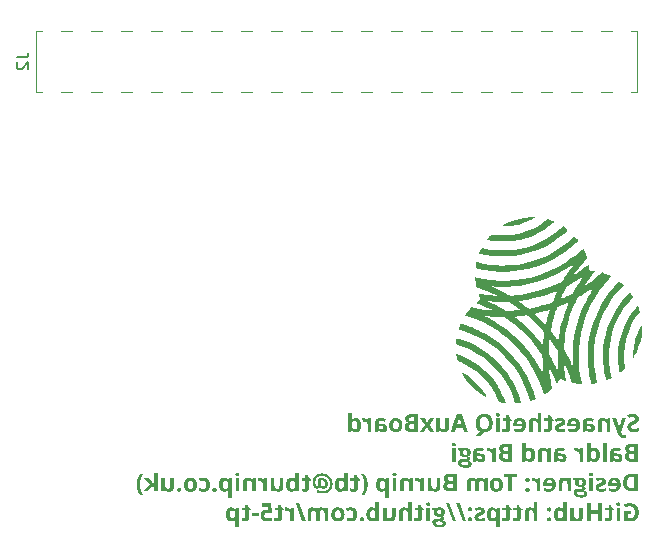
<source format=gbo>
G04 #@! TF.GenerationSoftware,KiCad,Pcbnew,(7.0.0-0)*
G04 #@! TF.CreationDate,2023-03-06T18:31:28+00:00*
G04 #@! TF.ProjectId,AuxBoard,41757842-6f61-4726-942e-6b696361645f,rev?*
G04 #@! TF.SameCoordinates,Original*
G04 #@! TF.FileFunction,Legend,Bot*
G04 #@! TF.FilePolarity,Positive*
%FSLAX46Y46*%
G04 Gerber Fmt 4.6, Leading zero omitted, Abs format (unit mm)*
G04 Created by KiCad (PCBNEW (7.0.0-0)) date 2023-03-06 18:31:28*
%MOMM*%
%LPD*%
G01*
G04 APERTURE LIST*
G04 Aperture macros list*
%AMRoundRect*
0 Rectangle with rounded corners*
0 $1 Rounding radius*
0 $2 $3 $4 $5 $6 $7 $8 $9 X,Y pos of 4 corners*
0 Add a 4 corners polygon primitive as box body*
4,1,4,$2,$3,$4,$5,$6,$7,$8,$9,$2,$3,0*
0 Add four circle primitives for the rounded corners*
1,1,$1+$1,$2,$3*
1,1,$1+$1,$4,$5*
1,1,$1+$1,$6,$7*
1,1,$1+$1,$8,$9*
0 Add four rect primitives between the rounded corners*
20,1,$1+$1,$2,$3,$4,$5,0*
20,1,$1+$1,$4,$5,$6,$7,0*
20,1,$1+$1,$6,$7,$8,$9,0*
20,1,$1+$1,$8,$9,$2,$3,0*%
G04 Aperture macros list end*
%ADD10C,0.300000*%
%ADD11C,0.150000*%
%ADD12C,0.120000*%
%ADD13C,3.000000*%
%ADD14RoundRect,0.250001X1.599999X-1.099999X1.599999X1.099999X-1.599999X1.099999X-1.599999X-1.099999X0*%
%ADD15O,3.700000X2.700000*%
%ADD16C,2.750000*%
%ADD17R,1.600000X1.600000*%
%ADD18O,1.600000X1.600000*%
%ADD19R,1.700000X1.700000*%
%ADD20O,1.700000X1.700000*%
%ADD21R,1.500000X4.000000*%
G04 #@! TA.AperFunction,Profile*
%ADD22C,0.200000*%
G04 #@! TD*
G04 APERTURE END LIST*
D10*
G36*
X182121057Y-86969909D02*
G01*
X182121631Y-86995035D01*
X182123352Y-87019488D01*
X182126222Y-87043269D01*
X182130239Y-87066377D01*
X182135404Y-87088813D01*
X182141716Y-87110575D01*
X182149177Y-87131666D01*
X182157785Y-87152083D01*
X182167541Y-87171828D01*
X182178444Y-87190901D01*
X182190496Y-87209301D01*
X182203695Y-87227028D01*
X182218042Y-87244082D01*
X182233536Y-87260464D01*
X182250179Y-87276174D01*
X182267969Y-87291210D01*
X182286781Y-87305407D01*
X182306489Y-87318688D01*
X182327092Y-87331052D01*
X182348592Y-87342501D01*
X182370987Y-87353034D01*
X182394279Y-87362651D01*
X182418466Y-87371352D01*
X182443549Y-87379138D01*
X182469528Y-87386007D01*
X182496403Y-87391960D01*
X182524173Y-87396998D01*
X182552840Y-87401120D01*
X182567509Y-87402837D01*
X182582402Y-87404325D01*
X182597520Y-87405585D01*
X182612861Y-87406615D01*
X182628426Y-87407416D01*
X182644215Y-87407989D01*
X182660228Y-87408332D01*
X182676465Y-87408447D01*
X182691500Y-87408358D01*
X182706425Y-87408092D01*
X182721241Y-87407648D01*
X182735948Y-87407027D01*
X182765032Y-87405253D01*
X182793679Y-87402768D01*
X182821887Y-87399574D01*
X182849658Y-87395670D01*
X182876991Y-87391056D01*
X182903886Y-87385732D01*
X182930343Y-87379699D01*
X182956362Y-87372955D01*
X182981943Y-87365502D01*
X183007086Y-87357339D01*
X183031791Y-87348466D01*
X183056058Y-87338883D01*
X183079888Y-87328591D01*
X183103279Y-87317588D01*
X183103279Y-87021200D01*
X183084412Y-87029516D01*
X183065910Y-87037520D01*
X183047775Y-87045212D01*
X183030006Y-87052593D01*
X183012604Y-87059661D01*
X182995568Y-87066417D01*
X182978899Y-87072861D01*
X182962595Y-87078994D01*
X182946659Y-87084814D01*
X182931088Y-87090322D01*
X182915884Y-87095519D01*
X182901046Y-87100403D01*
X182886575Y-87104976D01*
X182872470Y-87109236D01*
X182851999Y-87115042D01*
X182845359Y-87116821D01*
X182825668Y-87121797D01*
X182806298Y-87126283D01*
X182787251Y-87130280D01*
X182768525Y-87133788D01*
X182750122Y-87136806D01*
X182732041Y-87139335D01*
X182714281Y-87141374D01*
X182696844Y-87142924D01*
X182679729Y-87143985D01*
X182662935Y-87144556D01*
X182651919Y-87144665D01*
X182632635Y-87144314D01*
X182614215Y-87143261D01*
X182596657Y-87141506D01*
X182579962Y-87139049D01*
X182564131Y-87135890D01*
X182549162Y-87132029D01*
X182535056Y-87127467D01*
X182517591Y-87120291D01*
X182501660Y-87111867D01*
X182490718Y-87104731D01*
X182477495Y-87094049D01*
X182466034Y-87082154D01*
X182456337Y-87069045D01*
X182448403Y-87054722D01*
X182442232Y-87039186D01*
X182437824Y-87022436D01*
X182435180Y-87004473D01*
X182434298Y-86985296D01*
X182435174Y-86969020D01*
X182437802Y-86953440D01*
X182442181Y-86938555D01*
X182448312Y-86924365D01*
X182456194Y-86910871D01*
X182459211Y-86906528D01*
X182469240Y-86893704D01*
X182480918Y-86881060D01*
X182491909Y-86870661D01*
X182504045Y-86860387D01*
X182517325Y-86850239D01*
X182531751Y-86840216D01*
X182545301Y-86831652D01*
X182561953Y-86821898D01*
X182576479Y-86813800D01*
X182592749Y-86805033D01*
X182610765Y-86795597D01*
X182630526Y-86785490D01*
X182644670Y-86778380D01*
X182659589Y-86770973D01*
X182675284Y-86763268D01*
X182691755Y-86755265D01*
X182709001Y-86746965D01*
X182727023Y-86738367D01*
X182744019Y-86730281D01*
X182760477Y-86722235D01*
X182776397Y-86714229D01*
X182791778Y-86706264D01*
X182806622Y-86698338D01*
X182820927Y-86690453D01*
X182834694Y-86682608D01*
X182847923Y-86674802D01*
X182860615Y-86667037D01*
X182878642Y-86655464D01*
X182895459Y-86643982D01*
X182911065Y-86632590D01*
X182925461Y-86621287D01*
X182934385Y-86613803D01*
X182947058Y-86602435D01*
X182959248Y-86590726D01*
X182970955Y-86578676D01*
X182982179Y-86566284D01*
X182992920Y-86553551D01*
X183003177Y-86540477D01*
X183012952Y-86527061D01*
X183022244Y-86513304D01*
X183031053Y-86499206D01*
X183039379Y-86484767D01*
X183044661Y-86474951D01*
X183051994Y-86459812D01*
X183058606Y-86444210D01*
X183064496Y-86428145D01*
X183069665Y-86411615D01*
X183074113Y-86394622D01*
X183077840Y-86377166D01*
X183080845Y-86359245D01*
X183083129Y-86340861D01*
X183084692Y-86322014D01*
X183085534Y-86302702D01*
X183085694Y-86289570D01*
X183085164Y-86264901D01*
X183083576Y-86240901D01*
X183080928Y-86217571D01*
X183077222Y-86194911D01*
X183072456Y-86172921D01*
X183066631Y-86151600D01*
X183059748Y-86130949D01*
X183051805Y-86110968D01*
X183042803Y-86091656D01*
X183032743Y-86073015D01*
X183021623Y-86055043D01*
X183009444Y-86037741D01*
X182996207Y-86021108D01*
X182981910Y-86005146D01*
X182966554Y-85989853D01*
X182950139Y-85975230D01*
X182932791Y-85961388D01*
X182914636Y-85948439D01*
X182895674Y-85936384D01*
X182875905Y-85925221D01*
X182855328Y-85914951D01*
X182833944Y-85905575D01*
X182811754Y-85897091D01*
X182788756Y-85889501D01*
X182764951Y-85882803D01*
X182740338Y-85876998D01*
X182714919Y-85872087D01*
X182688692Y-85868068D01*
X182661659Y-85864943D01*
X182633818Y-85862710D01*
X182605170Y-85861371D01*
X182575715Y-85860924D01*
X182561057Y-85861033D01*
X182539232Y-85861604D01*
X182517600Y-85862664D01*
X182496162Y-85864214D01*
X182474916Y-85866254D01*
X182453864Y-85868782D01*
X182433004Y-85871801D01*
X182412339Y-85875308D01*
X182391866Y-85879305D01*
X182371586Y-85883792D01*
X182351500Y-85888768D01*
X182331423Y-85894188D01*
X182311173Y-85900008D01*
X182290748Y-85906227D01*
X182270150Y-85912845D01*
X182249378Y-85919862D01*
X182235433Y-85924762D01*
X182221411Y-85929840D01*
X182207312Y-85935095D01*
X182193135Y-85940528D01*
X182178881Y-85946137D01*
X182164550Y-85951925D01*
X182150142Y-85957890D01*
X182135656Y-85964032D01*
X182128384Y-85967170D01*
X182231332Y-86215565D01*
X182246237Y-86209500D01*
X182260819Y-86203669D01*
X182275077Y-86198074D01*
X182289012Y-86192713D01*
X182309307Y-86185111D01*
X182328875Y-86178038D01*
X182347716Y-86171493D01*
X182365828Y-86165476D01*
X182383213Y-86159987D01*
X182399870Y-86155026D01*
X182415799Y-86150593D01*
X182431001Y-86146688D01*
X182445747Y-86143153D01*
X182460449Y-86139965D01*
X182475105Y-86137125D01*
X182489716Y-86134633D01*
X182504283Y-86132488D01*
X182523634Y-86130170D01*
X182542906Y-86128470D01*
X182562097Y-86127388D01*
X182581208Y-86126924D01*
X182585973Y-86126905D01*
X182602635Y-86127275D01*
X182618551Y-86128386D01*
X182633719Y-86130237D01*
X182652782Y-86133858D01*
X182670516Y-86138795D01*
X182686922Y-86145049D01*
X182702000Y-86152620D01*
X182715750Y-86161507D01*
X182725191Y-86169036D01*
X182736526Y-86179976D01*
X182746349Y-86191728D01*
X182754661Y-86204293D01*
X182761461Y-86217671D01*
X182766751Y-86231862D01*
X182770529Y-86246866D01*
X182772796Y-86262683D01*
X182773551Y-86279312D01*
X182772869Y-86294738D01*
X182770821Y-86309417D01*
X182766706Y-86325598D01*
X182760733Y-86340763D01*
X182754134Y-86352951D01*
X182744392Y-86366631D01*
X182734311Y-86378188D01*
X182722633Y-86389591D01*
X182709358Y-86400840D01*
X182697076Y-86410096D01*
X182691852Y-86413768D01*
X182679304Y-86421828D01*
X182663093Y-86431353D01*
X182648530Y-86439459D01*
X182631906Y-86448389D01*
X182613221Y-86458144D01*
X182599620Y-86465105D01*
X182585103Y-86472432D01*
X182569670Y-86480126D01*
X182553321Y-86488186D01*
X182536056Y-86496612D01*
X182517875Y-86505405D01*
X182498778Y-86514564D01*
X182488886Y-86519281D01*
X182463026Y-86531877D01*
X182438202Y-86544480D01*
X182414414Y-86557088D01*
X182391663Y-86569702D01*
X182369947Y-86582321D01*
X182349267Y-86594946D01*
X182329624Y-86607577D01*
X182311017Y-86620214D01*
X182293445Y-86632857D01*
X182276910Y-86645505D01*
X182261411Y-86658159D01*
X182246949Y-86670818D01*
X182233522Y-86683483D01*
X182221131Y-86696155D01*
X182209777Y-86708831D01*
X182199459Y-86721514D01*
X182189965Y-86734334D01*
X182181083Y-86747514D01*
X182172814Y-86761055D01*
X182165158Y-86774957D01*
X182158114Y-86789220D01*
X182151682Y-86803843D01*
X182145864Y-86818826D01*
X182140657Y-86834171D01*
X182136063Y-86849876D01*
X182132082Y-86865941D01*
X182128713Y-86882368D01*
X182125957Y-86899155D01*
X182123813Y-86916302D01*
X182122282Y-86933810D01*
X182121363Y-86951679D01*
X182121057Y-86969909D01*
G37*
G36*
X182043754Y-86236081D02*
G01*
X181699738Y-86236081D01*
X181482117Y-86888210D01*
X181477051Y-86904420D01*
X181472294Y-86921178D01*
X181467846Y-86938483D01*
X181463708Y-86956336D01*
X181459878Y-86974736D01*
X181456357Y-86993684D01*
X181453146Y-87013179D01*
X181450244Y-87033221D01*
X181447651Y-87053811D01*
X181445367Y-87074948D01*
X181444016Y-87089344D01*
X181437787Y-87089344D01*
X181435468Y-87069460D01*
X181432768Y-87049789D01*
X181429689Y-87030331D01*
X181426230Y-87011085D01*
X181422390Y-86992051D01*
X181418171Y-86973230D01*
X181413572Y-86954622D01*
X181408593Y-86936226D01*
X181403234Y-86918043D01*
X181397494Y-86900072D01*
X181393457Y-86888210D01*
X181180233Y-86236081D01*
X180843178Y-86236081D01*
X181330809Y-87540338D01*
X181339413Y-87562605D01*
X181348463Y-87584159D01*
X181357960Y-87605000D01*
X181367903Y-87625128D01*
X181378293Y-87644544D01*
X181389130Y-87663247D01*
X181400412Y-87681238D01*
X181412142Y-87698516D01*
X181424318Y-87715081D01*
X181436940Y-87730933D01*
X181450009Y-87746073D01*
X181463524Y-87760500D01*
X181477486Y-87774214D01*
X181491895Y-87787216D01*
X181506750Y-87799505D01*
X181522051Y-87811081D01*
X181537738Y-87821950D01*
X181553747Y-87832118D01*
X181570081Y-87841585D01*
X181586737Y-87850351D01*
X181603717Y-87858415D01*
X181621021Y-87865778D01*
X181638648Y-87872440D01*
X181656598Y-87878401D01*
X181674872Y-87883660D01*
X181693470Y-87888218D01*
X181712390Y-87892075D01*
X181731634Y-87895230D01*
X181751202Y-87897685D01*
X181771093Y-87899438D01*
X181791307Y-87900490D01*
X181811845Y-87900840D01*
X181827069Y-87900686D01*
X181842242Y-87900222D01*
X181857363Y-87899449D01*
X181872433Y-87898367D01*
X181887451Y-87896976D01*
X181902417Y-87895276D01*
X181917332Y-87893267D01*
X181932196Y-87890949D01*
X181947008Y-87888321D01*
X181961768Y-87885384D01*
X181971580Y-87883255D01*
X181971580Y-87633761D01*
X181957223Y-87636938D01*
X181942546Y-87639691D01*
X181927548Y-87642021D01*
X181912229Y-87643927D01*
X181896590Y-87645410D01*
X181880630Y-87646469D01*
X181864350Y-87647105D01*
X181847749Y-87647316D01*
X181832274Y-87646866D01*
X181817172Y-87645513D01*
X181802444Y-87643259D01*
X181788089Y-87640104D01*
X181769530Y-87634494D01*
X181751636Y-87627281D01*
X181734405Y-87618465D01*
X181717838Y-87608047D01*
X181705849Y-87599181D01*
X181701936Y-87596025D01*
X181690500Y-87586016D01*
X181679546Y-87575087D01*
X181669076Y-87563236D01*
X181659089Y-87550464D01*
X181649584Y-87536772D01*
X181640563Y-87522159D01*
X181632024Y-87506624D01*
X181623969Y-87490169D01*
X181616397Y-87472793D01*
X181609307Y-87454496D01*
X181604849Y-87441786D01*
X181586165Y-87385000D01*
X182043754Y-86236081D01*
G37*
G36*
X179620987Y-87385000D02*
G01*
X179935327Y-87385000D01*
X179935327Y-86713087D01*
X179935501Y-86697760D01*
X179936020Y-86682920D01*
X179937449Y-86661571D01*
X179939657Y-86641317D01*
X179942644Y-86622158D01*
X179946410Y-86604094D01*
X179950956Y-86587125D01*
X179956280Y-86571250D01*
X179962384Y-86556470D01*
X179969268Y-86542785D01*
X179976930Y-86530195D01*
X179979658Y-86526242D01*
X179991559Y-86511644D01*
X180005097Y-86498993D01*
X180020272Y-86488289D01*
X180037085Y-86479530D01*
X180050769Y-86474239D01*
X180065374Y-86470042D01*
X180080900Y-86466940D01*
X180097346Y-86464933D01*
X180114714Y-86464021D01*
X180120708Y-86463960D01*
X180136909Y-86464303D01*
X180152541Y-86465334D01*
X180167604Y-86467051D01*
X180182097Y-86469455D01*
X180202768Y-86474350D01*
X180222158Y-86480790D01*
X180240266Y-86488775D01*
X180257093Y-86498306D01*
X180272638Y-86509383D01*
X180286901Y-86522006D01*
X180299883Y-86536174D01*
X180311584Y-86551887D01*
X180322059Y-86569391D01*
X180331505Y-86588930D01*
X180337229Y-86603087D01*
X180342496Y-86618148D01*
X180347304Y-86634113D01*
X180351655Y-86650983D01*
X180355547Y-86668757D01*
X180358982Y-86687436D01*
X180361959Y-86707020D01*
X180364477Y-86727507D01*
X180366538Y-86748900D01*
X180368141Y-86771196D01*
X180369286Y-86794397D01*
X180369973Y-86818503D01*
X180370202Y-86843513D01*
X180370202Y-87385000D01*
X180684542Y-87385000D01*
X180684542Y-86236081D01*
X180444207Y-86236081D01*
X180402076Y-86381528D01*
X180384490Y-86381528D01*
X180374316Y-86366226D01*
X180363440Y-86351646D01*
X180351862Y-86337787D01*
X180339582Y-86324650D01*
X180326600Y-86312233D01*
X180312916Y-86300538D01*
X180298530Y-86289565D01*
X180283442Y-86279312D01*
X180267652Y-86269781D01*
X180251161Y-86260971D01*
X180239776Y-86255498D01*
X180222247Y-86247838D01*
X180204279Y-86240931D01*
X180185873Y-86234778D01*
X180167030Y-86229378D01*
X180147749Y-86224731D01*
X180128029Y-86220838D01*
X180107872Y-86217699D01*
X180087277Y-86215313D01*
X180066244Y-86213680D01*
X180044773Y-86212801D01*
X180030216Y-86212634D01*
X180005453Y-86213059D01*
X179981449Y-86214334D01*
X179958204Y-86216459D01*
X179935717Y-86219434D01*
X179913988Y-86223260D01*
X179893018Y-86227935D01*
X179872807Y-86233461D01*
X179853353Y-86239836D01*
X179834659Y-86247062D01*
X179816723Y-86255138D01*
X179799545Y-86264064D01*
X179783126Y-86273840D01*
X179767465Y-86284466D01*
X179752563Y-86295942D01*
X179738420Y-86308268D01*
X179725034Y-86321444D01*
X179712435Y-86335376D01*
X179700648Y-86350061D01*
X179689675Y-86365498D01*
X179679514Y-86381688D01*
X179670166Y-86398631D01*
X179661630Y-86416327D01*
X179653908Y-86434775D01*
X179646999Y-86453976D01*
X179640902Y-86473930D01*
X179635619Y-86494637D01*
X179631148Y-86516097D01*
X179627490Y-86538309D01*
X179624645Y-86561274D01*
X179622613Y-86584992D01*
X179621393Y-86609462D01*
X179620987Y-86634685D01*
X179620987Y-87385000D01*
G37*
G36*
X178848763Y-86212735D02*
G01*
X178863772Y-86213040D01*
X178878696Y-86213548D01*
X178893536Y-86214260D01*
X178908292Y-86215174D01*
X178922963Y-86216292D01*
X178952052Y-86219137D01*
X178980803Y-86222795D01*
X179009216Y-86227266D01*
X179037291Y-86232549D01*
X179065029Y-86238646D01*
X179092429Y-86245555D01*
X179119491Y-86253277D01*
X179146216Y-86261813D01*
X179172603Y-86271161D01*
X179198652Y-86281321D01*
X179224363Y-86292295D01*
X179249737Y-86304082D01*
X179274773Y-86316681D01*
X179170725Y-86528806D01*
X179147604Y-86518735D01*
X179124861Y-86509314D01*
X179102496Y-86500543D01*
X179080508Y-86492422D01*
X179058898Y-86484950D01*
X179037666Y-86478128D01*
X179016812Y-86471955D01*
X178996336Y-86466433D01*
X178976237Y-86461560D01*
X178956517Y-86457337D01*
X178937174Y-86453763D01*
X178918209Y-86450839D01*
X178899621Y-86448565D01*
X178881412Y-86446941D01*
X178863580Y-86445966D01*
X178846127Y-86445642D01*
X178824388Y-86446357D01*
X178804052Y-86448504D01*
X178785118Y-86452082D01*
X178767587Y-86457090D01*
X178751459Y-86463530D01*
X178736732Y-86471401D01*
X178723409Y-86480704D01*
X178711488Y-86491437D01*
X178700969Y-86503601D01*
X178691853Y-86517197D01*
X178684139Y-86532224D01*
X178677828Y-86548681D01*
X178672919Y-86566570D01*
X178669413Y-86585890D01*
X178667309Y-86606641D01*
X178666608Y-86628824D01*
X178666608Y-86681580D01*
X178866643Y-86687808D01*
X178882681Y-86688456D01*
X178898465Y-86689252D01*
X178913994Y-86690199D01*
X178929268Y-86691294D01*
X178944288Y-86692540D01*
X178959053Y-86693935D01*
X178987818Y-86697173D01*
X179015564Y-86701010D01*
X179042292Y-86705445D01*
X179068000Y-86710479D01*
X179092690Y-86716110D01*
X179116360Y-86722340D01*
X179139012Y-86729167D01*
X179160645Y-86736593D01*
X179181258Y-86744618D01*
X179200853Y-86753240D01*
X179219429Y-86762461D01*
X179236986Y-86772280D01*
X179253524Y-86782697D01*
X179269051Y-86793783D01*
X179283577Y-86805612D01*
X179297101Y-86818181D01*
X179309623Y-86831492D01*
X179321144Y-86845544D01*
X179331662Y-86860337D01*
X179341179Y-86875872D01*
X179349694Y-86892148D01*
X179357208Y-86909165D01*
X179363719Y-86926924D01*
X179369229Y-86945424D01*
X179373737Y-86964665D01*
X179377243Y-86984648D01*
X179379748Y-87005372D01*
X179381250Y-87026837D01*
X179381751Y-87049043D01*
X179381379Y-87070304D01*
X179380263Y-87090946D01*
X179378402Y-87110970D01*
X179375798Y-87130376D01*
X179372449Y-87149164D01*
X179368356Y-87167333D01*
X179363519Y-87184884D01*
X179357937Y-87201817D01*
X179351612Y-87218132D01*
X179344542Y-87233828D01*
X179336728Y-87248907D01*
X179328170Y-87263367D01*
X179318868Y-87277208D01*
X179308822Y-87290432D01*
X179298031Y-87303037D01*
X179286496Y-87315024D01*
X179274313Y-87326337D01*
X179261578Y-87336920D01*
X179248290Y-87346773D01*
X179234450Y-87355896D01*
X179220057Y-87364290D01*
X179205112Y-87371953D01*
X179189614Y-87378887D01*
X179173565Y-87385091D01*
X179156962Y-87390565D01*
X179139808Y-87395309D01*
X179122100Y-87399323D01*
X179103841Y-87402608D01*
X179085029Y-87405162D01*
X179065665Y-87406987D01*
X179045748Y-87408082D01*
X179025279Y-87408447D01*
X179016902Y-87408409D01*
X179000447Y-87408109D01*
X178984390Y-87407508D01*
X178968731Y-87406606D01*
X178953469Y-87405404D01*
X178938606Y-87403901D01*
X178917057Y-87401084D01*
X178896402Y-87397590D01*
X178876644Y-87393420D01*
X178857780Y-87388574D01*
X178839811Y-87383052D01*
X178822738Y-87376853D01*
X178806559Y-87369979D01*
X178790805Y-87362159D01*
X178775141Y-87353265D01*
X178759567Y-87343294D01*
X178744083Y-87332249D01*
X178728689Y-87320128D01*
X178713385Y-87306931D01*
X178698172Y-87292659D01*
X178683049Y-87277311D01*
X178673017Y-87266482D01*
X178663025Y-87255175D01*
X178653073Y-87243390D01*
X178643161Y-87231127D01*
X178634734Y-87231127D01*
X178573918Y-87385000D01*
X178354466Y-87385000D01*
X178354466Y-86865129D01*
X178666608Y-86865129D01*
X178666608Y-86956720D01*
X178666864Y-86969113D01*
X178668209Y-86987124D01*
X178670707Y-87004439D01*
X178674357Y-87021058D01*
X178679160Y-87036982D01*
X178685116Y-87052211D01*
X178692225Y-87066743D01*
X178700486Y-87080581D01*
X178709901Y-87093723D01*
X178720467Y-87106169D01*
X178732187Y-87117920D01*
X178740512Y-87125284D01*
X178753649Y-87135440D01*
X178767564Y-87144527D01*
X178782259Y-87152545D01*
X178797734Y-87159494D01*
X178813987Y-87165373D01*
X178831020Y-87170184D01*
X178848832Y-87173926D01*
X178867423Y-87176598D01*
X178886793Y-87178202D01*
X178906943Y-87178736D01*
X178916320Y-87178611D01*
X178934180Y-87177606D01*
X178950849Y-87175597D01*
X178966328Y-87172583D01*
X178987314Y-87166178D01*
X179005621Y-87157513D01*
X179021249Y-87146588D01*
X179034197Y-87133402D01*
X179044467Y-87117956D01*
X179052058Y-87100249D01*
X179056969Y-87080282D01*
X179058755Y-87065714D01*
X179059351Y-87050143D01*
X179058761Y-87033784D01*
X179056993Y-87018230D01*
X179054047Y-87003482D01*
X179048286Y-86985069D01*
X179040429Y-86968087D01*
X179030477Y-86952537D01*
X179018430Y-86938418D01*
X179004287Y-86925729D01*
X178992306Y-86917152D01*
X178988047Y-86914444D01*
X178974451Y-86906785D01*
X178959625Y-86899829D01*
X178943569Y-86893575D01*
X178926283Y-86888022D01*
X178907767Y-86883172D01*
X178888021Y-86879024D01*
X178867045Y-86875577D01*
X178852378Y-86873669D01*
X178837163Y-86872074D01*
X178821403Y-86870790D01*
X178805095Y-86869818D01*
X178788241Y-86869159D01*
X178666608Y-86865129D01*
X178354466Y-86865129D01*
X178354466Y-86619665D01*
X178354949Y-86594383D01*
X178356401Y-86569919D01*
X178358819Y-86546274D01*
X178362205Y-86523448D01*
X178366559Y-86501441D01*
X178371879Y-86480251D01*
X178378168Y-86459881D01*
X178385423Y-86440329D01*
X178393647Y-86421596D01*
X178402837Y-86403681D01*
X178412995Y-86386585D01*
X178424121Y-86370308D01*
X178436214Y-86354849D01*
X178449274Y-86340209D01*
X178463302Y-86326387D01*
X178478297Y-86313384D01*
X178494153Y-86301184D01*
X178510857Y-86289771D01*
X178528409Y-86279145D01*
X178546807Y-86269306D01*
X178566052Y-86260254D01*
X178586145Y-86251989D01*
X178607085Y-86244512D01*
X178628872Y-86237821D01*
X178651507Y-86231918D01*
X178674989Y-86226802D01*
X178699317Y-86222473D01*
X178724494Y-86218931D01*
X178750517Y-86216176D01*
X178777387Y-86214208D01*
X178805105Y-86213027D01*
X178833670Y-86212634D01*
X178848763Y-86212735D01*
G37*
G36*
X177578627Y-86212789D02*
G01*
X177594284Y-86213254D01*
X177609725Y-86214028D01*
X177624949Y-86215113D01*
X177639956Y-86216507D01*
X177654746Y-86218211D01*
X177683676Y-86222549D01*
X177711738Y-86228126D01*
X177738934Y-86234942D01*
X177765262Y-86242998D01*
X177790723Y-86252293D01*
X177815316Y-86262827D01*
X177839043Y-86274601D01*
X177861902Y-86287614D01*
X177883894Y-86301866D01*
X177905018Y-86317358D01*
X177925276Y-86334089D01*
X177944666Y-86352060D01*
X177963189Y-86371270D01*
X177980713Y-86391567D01*
X177997106Y-86412892D01*
X178012369Y-86435244D01*
X178026501Y-86458625D01*
X178039503Y-86483032D01*
X178051374Y-86508467D01*
X178062114Y-86534930D01*
X178071724Y-86562420D01*
X178076105Y-86576551D01*
X178080203Y-86590938D01*
X178084019Y-86605582D01*
X178087552Y-86620483D01*
X178090803Y-86635641D01*
X178093770Y-86651056D01*
X178096455Y-86666728D01*
X178098858Y-86682656D01*
X178100978Y-86698842D01*
X178102815Y-86715284D01*
X178104369Y-86731983D01*
X178105641Y-86748940D01*
X178106631Y-86766153D01*
X178107337Y-86783623D01*
X178107761Y-86801349D01*
X178107903Y-86819333D01*
X178107750Y-86836817D01*
X178107291Y-86854050D01*
X178106528Y-86871034D01*
X178105458Y-86887769D01*
X178104083Y-86904253D01*
X178102403Y-86920488D01*
X178100417Y-86936473D01*
X178098125Y-86952209D01*
X178095528Y-86967694D01*
X178092625Y-86982930D01*
X178089417Y-86997917D01*
X178085903Y-87012653D01*
X178082084Y-87027140D01*
X178077959Y-87041377D01*
X178068793Y-87069102D01*
X178058405Y-87095828D01*
X178046794Y-87121555D01*
X178033961Y-87146283D01*
X178019906Y-87170012D01*
X178004629Y-87192743D01*
X177988130Y-87214474D01*
X177970409Y-87235207D01*
X177951465Y-87254940D01*
X177931391Y-87273529D01*
X177910369Y-87290918D01*
X177888400Y-87307108D01*
X177865484Y-87322099D01*
X177841620Y-87335891D01*
X177816809Y-87348483D01*
X177791050Y-87359876D01*
X177764344Y-87370070D01*
X177736691Y-87379065D01*
X177722509Y-87383112D01*
X177708090Y-87386860D01*
X177693435Y-87390308D01*
X177678542Y-87393456D01*
X177663413Y-87396304D01*
X177648047Y-87398853D01*
X177632444Y-87401101D01*
X177616604Y-87403050D01*
X177600527Y-87404699D01*
X177584213Y-87406048D01*
X177567663Y-87407098D01*
X177550876Y-87407847D01*
X177533852Y-87408297D01*
X177516591Y-87408447D01*
X177499898Y-87408368D01*
X177483526Y-87408132D01*
X177467475Y-87407738D01*
X177451744Y-87407187D01*
X177436334Y-87406479D01*
X177421244Y-87405613D01*
X177406475Y-87404590D01*
X177384923Y-87402760D01*
X177364091Y-87400576D01*
X177343981Y-87398037D01*
X177324593Y-87395145D01*
X177305925Y-87391898D01*
X177287979Y-87388297D01*
X177276300Y-87385696D01*
X177258947Y-87381490D01*
X177241794Y-87376917D01*
X177224841Y-87371976D01*
X177208088Y-87366668D01*
X177191534Y-87360994D01*
X177175179Y-87354952D01*
X177159024Y-87348543D01*
X177143069Y-87341767D01*
X177127314Y-87334624D01*
X177111758Y-87327114D01*
X177111758Y-87084214D01*
X177124365Y-87090022D01*
X177143151Y-87098357D01*
X177161790Y-87106242D01*
X177180280Y-87113676D01*
X177198622Y-87120659D01*
X177216816Y-87127191D01*
X177234862Y-87133273D01*
X177252760Y-87138904D01*
X177270510Y-87144084D01*
X177288111Y-87148813D01*
X177305565Y-87153091D01*
X177317195Y-87155708D01*
X177334808Y-87159318D01*
X177352620Y-87162548D01*
X177370631Y-87165397D01*
X177388842Y-87167867D01*
X177407253Y-87169957D01*
X177425864Y-87171667D01*
X177444674Y-87172997D01*
X177463684Y-87173946D01*
X177482893Y-87174516D01*
X177502302Y-87174706D01*
X177510602Y-87174633D01*
X177526854Y-87174046D01*
X177542642Y-87172873D01*
X177557966Y-87171113D01*
X177572827Y-87168766D01*
X177587224Y-87165832D01*
X177607950Y-87160331D01*
X177627633Y-87153510D01*
X177646272Y-87145369D01*
X177663868Y-87135907D01*
X177680421Y-87125126D01*
X177695931Y-87113024D01*
X177710397Y-87099602D01*
X177714955Y-87094850D01*
X177727822Y-87079910D01*
X177739479Y-87063938D01*
X177749925Y-87046937D01*
X177759159Y-87028905D01*
X177767184Y-87009842D01*
X177773997Y-86989750D01*
X177779600Y-86968627D01*
X177782663Y-86953972D01*
X177785187Y-86938859D01*
X177787173Y-86923289D01*
X177788622Y-86907260D01*
X177789532Y-86890774D01*
X177046545Y-86890774D01*
X177046545Y-86737634D01*
X177046678Y-86722373D01*
X177047078Y-86707320D01*
X177047743Y-86692474D01*
X177048437Y-86681580D01*
X177341468Y-86681580D01*
X177782205Y-86681580D01*
X177781007Y-86667090D01*
X177778496Y-86646144D01*
X177775129Y-86626145D01*
X177770906Y-86607092D01*
X177765826Y-86588986D01*
X177759889Y-86571826D01*
X177753096Y-86555614D01*
X177745446Y-86540348D01*
X177736940Y-86526028D01*
X177727577Y-86512656D01*
X177717358Y-86500230D01*
X177710092Y-86492466D01*
X177698566Y-86481760D01*
X177686286Y-86472180D01*
X177673252Y-86463728D01*
X177659465Y-86456402D01*
X177644925Y-86450204D01*
X177629631Y-86445132D01*
X177613584Y-86441188D01*
X177596783Y-86438370D01*
X177579228Y-86436680D01*
X177560921Y-86436116D01*
X177548580Y-86436366D01*
X177530676Y-86437681D01*
X177513499Y-86440123D01*
X177497051Y-86443692D01*
X177481329Y-86448388D01*
X177466336Y-86454211D01*
X177452070Y-86461160D01*
X177438532Y-86469237D01*
X177425722Y-86478441D01*
X177413640Y-86488772D01*
X177402285Y-86500230D01*
X177395178Y-86508409D01*
X177385344Y-86521466D01*
X177376502Y-86535469D01*
X177368652Y-86550420D01*
X177361793Y-86566317D01*
X177355926Y-86583161D01*
X177351051Y-86600951D01*
X177347168Y-86619689D01*
X177344276Y-86639372D01*
X177342376Y-86660003D01*
X177341468Y-86681580D01*
X177048437Y-86681580D01*
X177048675Y-86677836D01*
X177051337Y-86649183D01*
X177055063Y-86621359D01*
X177059855Y-86594365D01*
X177065711Y-86568202D01*
X177072631Y-86542868D01*
X177080617Y-86518365D01*
X177089667Y-86494691D01*
X177099783Y-86471848D01*
X177110962Y-86449835D01*
X177123207Y-86428651D01*
X177136516Y-86408298D01*
X177150890Y-86388775D01*
X177166329Y-86370082D01*
X177182833Y-86352219D01*
X177191433Y-86343631D01*
X177209268Y-86327273D01*
X177227947Y-86312006D01*
X177247470Y-86297830D01*
X177267837Y-86284744D01*
X177289049Y-86272748D01*
X177311106Y-86261843D01*
X177334006Y-86252028D01*
X177357751Y-86243304D01*
X177382341Y-86235671D01*
X177407774Y-86229128D01*
X177434052Y-86223675D01*
X177461175Y-86219313D01*
X177489142Y-86216042D01*
X177517953Y-86213861D01*
X177532675Y-86213179D01*
X177547608Y-86212770D01*
X177562752Y-86212634D01*
X177578627Y-86212789D01*
G37*
G36*
X175994347Y-87045380D02*
G01*
X175994828Y-87067216D01*
X175996270Y-87088393D01*
X175998675Y-87108913D01*
X176002041Y-87128773D01*
X176006368Y-87147976D01*
X176011658Y-87166520D01*
X176017909Y-87184406D01*
X176025122Y-87201634D01*
X176033296Y-87218204D01*
X176042432Y-87234115D01*
X176052530Y-87249367D01*
X176063590Y-87263962D01*
X176075611Y-87277898D01*
X176088594Y-87291176D01*
X176102539Y-87303795D01*
X176117445Y-87315757D01*
X176133311Y-87326981D01*
X176150132Y-87337481D01*
X176167909Y-87347257D01*
X176186642Y-87356309D01*
X176206332Y-87364636D01*
X176226977Y-87372240D01*
X176248578Y-87379119D01*
X176271135Y-87385274D01*
X176294648Y-87390705D01*
X176319117Y-87395412D01*
X176344543Y-87399395D01*
X176370924Y-87402654D01*
X176398261Y-87405188D01*
X176426554Y-87406999D01*
X176455803Y-87408085D01*
X176470786Y-87408356D01*
X176486008Y-87408447D01*
X176501571Y-87408380D01*
X176516845Y-87408178D01*
X176531831Y-87407841D01*
X176546527Y-87407371D01*
X176568029Y-87406412D01*
X176588880Y-87405151D01*
X176609082Y-87403587D01*
X176628632Y-87401721D01*
X176647533Y-87399551D01*
X176665783Y-87397080D01*
X176683382Y-87394305D01*
X176700331Y-87391228D01*
X176716855Y-87387926D01*
X176733179Y-87384341D01*
X176749304Y-87380473D01*
X176765229Y-87376321D01*
X176780954Y-87371886D01*
X176796480Y-87367168D01*
X176811806Y-87362166D01*
X176826933Y-87356881D01*
X176841860Y-87351313D01*
X176856587Y-87345461D01*
X176866294Y-87341402D01*
X176866294Y-87082016D01*
X176849683Y-87089594D01*
X176832686Y-87096940D01*
X176815302Y-87104054D01*
X176797532Y-87110936D01*
X176779375Y-87117586D01*
X176760833Y-87124005D01*
X176741903Y-87130192D01*
X176722588Y-87136147D01*
X176702886Y-87141870D01*
X176682797Y-87147361D01*
X176669190Y-87150893D01*
X176648814Y-87155869D01*
X176628901Y-87160355D01*
X176609453Y-87164352D01*
X176590467Y-87167860D01*
X176571946Y-87170878D01*
X176553888Y-87173407D01*
X176536294Y-87175446D01*
X176519164Y-87176996D01*
X176502497Y-87178057D01*
X176486294Y-87178628D01*
X176475750Y-87178736D01*
X176455031Y-87178349D01*
X176435650Y-87177185D01*
X176417605Y-87175246D01*
X176400897Y-87172531D01*
X176385525Y-87169041D01*
X176371490Y-87164775D01*
X176352944Y-87156921D01*
X176337406Y-87147322D01*
X176324874Y-87135978D01*
X176315351Y-87122889D01*
X176308835Y-87108054D01*
X176305326Y-87091474D01*
X176304658Y-87079452D01*
X176305744Y-87063929D01*
X176309649Y-87047821D01*
X176316392Y-87033452D01*
X176325975Y-87020824D01*
X176327372Y-87019368D01*
X176338888Y-87008829D01*
X176351270Y-86999350D01*
X176365970Y-86989458D01*
X176379991Y-86980900D01*
X176395623Y-86972055D01*
X176405774Y-86966612D01*
X176420188Y-86959044D01*
X176435770Y-86951178D01*
X176452520Y-86943015D01*
X176465849Y-86936698D01*
X176479834Y-86930213D01*
X176494476Y-86923560D01*
X176509776Y-86916740D01*
X176525732Y-86909753D01*
X176542345Y-86902598D01*
X176553785Y-86897735D01*
X176570133Y-86890807D01*
X176585928Y-86883945D01*
X176601171Y-86877148D01*
X176615861Y-86870418D01*
X176629999Y-86863753D01*
X176643585Y-86857154D01*
X176662927Y-86847380D01*
X176681027Y-86837753D01*
X176697883Y-86828274D01*
X176713497Y-86818944D01*
X176727868Y-86809761D01*
X176740996Y-86800727D01*
X176749057Y-86794787D01*
X176764101Y-86782668D01*
X176778092Y-86770126D01*
X176791029Y-86757160D01*
X176802913Y-86743770D01*
X176813744Y-86729957D01*
X176823521Y-86715721D01*
X176832245Y-86701060D01*
X176839916Y-86685976D01*
X176846527Y-86670148D01*
X176852258Y-86653439D01*
X176857106Y-86635848D01*
X176861073Y-86617375D01*
X176864159Y-86598020D01*
X176865894Y-86582926D01*
X176867134Y-86567336D01*
X176867878Y-86551250D01*
X176868126Y-86534668D01*
X176867661Y-86515707D01*
X176866265Y-86497293D01*
X176863940Y-86479426D01*
X176860684Y-86462105D01*
X176856498Y-86445331D01*
X176851382Y-86429104D01*
X176845335Y-86413423D01*
X176838359Y-86398289D01*
X176830452Y-86383702D01*
X176821615Y-86369661D01*
X176811847Y-86356167D01*
X176801150Y-86343220D01*
X176789522Y-86330819D01*
X176776964Y-86318965D01*
X176763476Y-86307658D01*
X176749057Y-86296898D01*
X176733786Y-86286694D01*
X176717739Y-86277148D01*
X176700916Y-86268261D01*
X176683318Y-86260032D01*
X176664944Y-86252462D01*
X176645794Y-86245549D01*
X176625869Y-86239295D01*
X176605168Y-86233700D01*
X176583691Y-86228762D01*
X176561439Y-86224483D01*
X176538411Y-86220863D01*
X176514607Y-86217900D01*
X176490028Y-86215596D01*
X176464673Y-86213950D01*
X176438542Y-86212963D01*
X176411636Y-86212634D01*
X176385668Y-86212989D01*
X176359790Y-86214053D01*
X176334000Y-86215828D01*
X176308298Y-86218312D01*
X176282686Y-86221507D01*
X176257162Y-86225411D01*
X176231727Y-86230025D01*
X176206380Y-86235348D01*
X176181123Y-86241382D01*
X176155954Y-86248125D01*
X176130874Y-86255579D01*
X176105882Y-86263742D01*
X176080979Y-86272615D01*
X176056165Y-86282197D01*
X176031440Y-86292490D01*
X176006803Y-86303492D01*
X176101692Y-86530272D01*
X176117807Y-86523450D01*
X176133729Y-86516859D01*
X176149457Y-86510501D01*
X176164993Y-86504374D01*
X176180335Y-86498480D01*
X176195484Y-86492817D01*
X176210440Y-86487386D01*
X176225202Y-86482186D01*
X176239772Y-86477219D01*
X176254148Y-86472483D01*
X176263625Y-86469455D01*
X176277733Y-86465199D01*
X176291892Y-86461362D01*
X176310851Y-86456897D01*
X176329902Y-86453176D01*
X176349045Y-86450200D01*
X176368279Y-86447967D01*
X176387605Y-86446479D01*
X176407022Y-86445735D01*
X176416765Y-86445642D01*
X176433624Y-86445936D01*
X176449394Y-86446821D01*
X176464078Y-86448295D01*
X176484063Y-86451611D01*
X176501601Y-86456255D01*
X176516692Y-86462225D01*
X176533007Y-86472248D01*
X176544971Y-86484630D01*
X176552585Y-86499370D01*
X176555847Y-86516469D01*
X176555983Y-86521113D01*
X176554412Y-86536526D01*
X176549698Y-86551166D01*
X176541841Y-86565033D01*
X176530842Y-86578128D01*
X176519275Y-86588450D01*
X176511287Y-86594385D01*
X176498361Y-86602634D01*
X176482115Y-86611811D01*
X176467752Y-86619301D01*
X176451521Y-86627314D01*
X176433422Y-86635848D01*
X176413456Y-86644904D01*
X176399108Y-86651231D01*
X176383930Y-86657789D01*
X176367921Y-86664580D01*
X176351083Y-86671602D01*
X176333414Y-86678857D01*
X176314916Y-86686343D01*
X176298301Y-86693139D01*
X176282252Y-86699881D01*
X176266770Y-86706569D01*
X176251855Y-86713202D01*
X176237507Y-86719781D01*
X176223725Y-86726305D01*
X176210511Y-86732775D01*
X176191751Y-86742378D01*
X176174266Y-86751859D01*
X176158057Y-86761217D01*
X176143122Y-86770453D01*
X176129463Y-86779567D01*
X176117079Y-86788558D01*
X176101846Y-86800603D01*
X176087655Y-86813105D01*
X176074506Y-86826065D01*
X176062399Y-86839483D01*
X176051334Y-86853359D01*
X176041310Y-86867693D01*
X176032329Y-86882485D01*
X176024389Y-86897735D01*
X176017348Y-86913586D01*
X176011246Y-86930181D01*
X176006082Y-86947520D01*
X176001857Y-86965604D01*
X175998572Y-86984432D01*
X175996723Y-86999041D01*
X175995403Y-87014069D01*
X175994611Y-87029515D01*
X175994347Y-87045380D01*
G37*
G36*
X175269312Y-87158220D02*
G01*
X175253566Y-87157901D01*
X175237241Y-87156945D01*
X175220336Y-87155351D01*
X175202851Y-87153120D01*
X175184787Y-87150251D01*
X175166143Y-87146744D01*
X175146920Y-87142600D01*
X175127117Y-87137818D01*
X175106734Y-87132399D01*
X175085772Y-87126342D01*
X175071475Y-87121950D01*
X175071475Y-87356057D01*
X175086385Y-87362401D01*
X175101712Y-87368336D01*
X175117457Y-87373861D01*
X175133620Y-87378977D01*
X175150201Y-87383684D01*
X175167200Y-87387982D01*
X175184616Y-87391870D01*
X175202451Y-87395349D01*
X175220703Y-87398419D01*
X175239373Y-87401079D01*
X175258461Y-87403331D01*
X175277967Y-87405172D01*
X175297891Y-87406605D01*
X175318233Y-87407628D01*
X175338993Y-87408242D01*
X175360170Y-87408447D01*
X175383310Y-87408075D01*
X175405651Y-87406958D01*
X175427194Y-87405098D01*
X175447938Y-87402493D01*
X175467883Y-87399145D01*
X175487030Y-87395052D01*
X175505378Y-87390214D01*
X175522928Y-87384633D01*
X175539679Y-87378308D01*
X175555632Y-87371238D01*
X175570786Y-87363424D01*
X175585141Y-87354866D01*
X175598698Y-87345564D01*
X175611456Y-87335517D01*
X175623416Y-87324727D01*
X175634577Y-87313192D01*
X175645003Y-87300913D01*
X175654756Y-87287890D01*
X175663836Y-87274123D01*
X175672244Y-87259611D01*
X175679979Y-87244356D01*
X175687042Y-87228356D01*
X175693432Y-87211612D01*
X175699149Y-87194124D01*
X175704194Y-87175891D01*
X175708566Y-87156915D01*
X175712265Y-87137194D01*
X175715292Y-87116729D01*
X175717646Y-87095520D01*
X175719328Y-87073567D01*
X175720337Y-87050870D01*
X175720673Y-87027428D01*
X175720673Y-86472020D01*
X175871249Y-86472020D01*
X175871249Y-86339030D01*
X175697958Y-86233883D01*
X175607100Y-85990983D01*
X175406332Y-85990983D01*
X175406332Y-86236081D01*
X175083932Y-86236081D01*
X175083932Y-86472020D01*
X175406332Y-86472020D01*
X175406332Y-87027428D01*
X175405748Y-87043640D01*
X175403997Y-87058752D01*
X175400165Y-87076097D01*
X175394509Y-87091725D01*
X175387027Y-87105635D01*
X175377722Y-87117828D01*
X175368963Y-87126346D01*
X175356581Y-87135529D01*
X175343017Y-87143155D01*
X175328273Y-87149224D01*
X175312348Y-87153738D01*
X175295243Y-87156695D01*
X175276957Y-87158096D01*
X175269312Y-87158220D01*
G37*
G36*
X173779675Y-87385000D02*
G01*
X174094016Y-87385000D01*
X174094016Y-86713087D01*
X174094197Y-86697760D01*
X174094740Y-86682920D01*
X174096912Y-86654698D01*
X174100533Y-86628423D01*
X174105602Y-86604094D01*
X174112119Y-86581711D01*
X174120085Y-86561275D01*
X174129499Y-86542785D01*
X174140361Y-86526242D01*
X174152671Y-86511644D01*
X174166430Y-86498993D01*
X174181637Y-86488289D01*
X174198292Y-86479530D01*
X174216396Y-86472718D01*
X174235947Y-86467852D01*
X174256947Y-86464933D01*
X174279396Y-86463960D01*
X174295597Y-86464310D01*
X174311229Y-86465362D01*
X174326292Y-86467115D01*
X174340785Y-86469570D01*
X174361456Y-86474566D01*
X174380846Y-86481140D01*
X174398954Y-86489292D01*
X174415781Y-86499022D01*
X174431326Y-86510329D01*
X174445589Y-86523215D01*
X174458571Y-86537678D01*
X174470272Y-86553719D01*
X174480747Y-86571456D01*
X174490193Y-86591144D01*
X174495917Y-86605353D01*
X174501184Y-86620430D01*
X174505992Y-86636374D01*
X174510343Y-86653185D01*
X174514235Y-86670864D01*
X174517670Y-86689410D01*
X174520647Y-86708823D01*
X174523165Y-86729103D01*
X174525226Y-86750251D01*
X174526829Y-86772265D01*
X174527974Y-86795147D01*
X174528661Y-86818897D01*
X174528890Y-86843513D01*
X174528890Y-87385000D01*
X174843230Y-87385000D01*
X174843230Y-85790582D01*
X174528890Y-85790582D01*
X174528890Y-86112983D01*
X174529148Y-86130701D01*
X174529605Y-86146478D01*
X174530292Y-86165426D01*
X174530958Y-86181718D01*
X174531752Y-86199794D01*
X174532675Y-86219654D01*
X174533727Y-86241298D01*
X174534500Y-86256718D01*
X174535330Y-86272931D01*
X174536217Y-86289937D01*
X174543545Y-86381528D01*
X174527058Y-86381528D01*
X174513431Y-86361076D01*
X174498837Y-86341943D01*
X174483275Y-86324130D01*
X174466745Y-86307637D01*
X174449249Y-86292463D01*
X174430784Y-86278608D01*
X174411353Y-86266073D01*
X174390954Y-86254857D01*
X174369587Y-86244961D01*
X174347253Y-86236385D01*
X174323952Y-86229127D01*
X174299683Y-86223190D01*
X174274447Y-86218572D01*
X174248243Y-86215273D01*
X174221072Y-86213294D01*
X174192934Y-86212634D01*
X174167945Y-86213060D01*
X174143721Y-86214340D01*
X174120261Y-86216472D01*
X174097565Y-86219457D01*
X174075633Y-86223296D01*
X174054465Y-86227987D01*
X174034062Y-86233531D01*
X174014423Y-86239928D01*
X173995548Y-86247178D01*
X173977437Y-86255281D01*
X173960091Y-86264237D01*
X173943509Y-86274046D01*
X173927690Y-86284707D01*
X173912637Y-86296222D01*
X173898347Y-86308590D01*
X173884822Y-86321810D01*
X173872089Y-86335827D01*
X173860178Y-86350581D01*
X173849088Y-86366075D01*
X173838820Y-86382306D01*
X173829373Y-86399276D01*
X173820748Y-86416985D01*
X173812944Y-86435432D01*
X173805962Y-86454617D01*
X173799801Y-86474541D01*
X173794461Y-86495204D01*
X173789943Y-86516605D01*
X173786247Y-86538744D01*
X173783372Y-86561622D01*
X173781318Y-86585238D01*
X173780086Y-86609592D01*
X173779675Y-86634685D01*
X173779675Y-87385000D01*
G37*
G36*
X173004935Y-86212789D02*
G01*
X173020593Y-86213254D01*
X173036033Y-86214028D01*
X173051257Y-86215113D01*
X173066264Y-86216507D01*
X173081054Y-86218211D01*
X173109984Y-86222549D01*
X173138047Y-86228126D01*
X173165242Y-86234942D01*
X173191570Y-86242998D01*
X173217031Y-86252293D01*
X173241625Y-86262827D01*
X173265351Y-86274601D01*
X173288210Y-86287614D01*
X173310202Y-86301866D01*
X173331327Y-86317358D01*
X173351584Y-86334089D01*
X173370974Y-86352060D01*
X173389497Y-86371270D01*
X173407021Y-86391567D01*
X173423414Y-86412892D01*
X173438677Y-86435244D01*
X173452809Y-86458625D01*
X173465811Y-86483032D01*
X173477682Y-86508467D01*
X173488423Y-86534930D01*
X173498032Y-86562420D01*
X173502413Y-86576551D01*
X173506512Y-86590938D01*
X173510328Y-86605582D01*
X173513861Y-86620483D01*
X173517111Y-86635641D01*
X173520079Y-86651056D01*
X173522764Y-86666728D01*
X173525166Y-86682656D01*
X173527286Y-86698842D01*
X173529123Y-86715284D01*
X173530678Y-86731983D01*
X173531950Y-86748940D01*
X173532939Y-86766153D01*
X173533646Y-86783623D01*
X173534070Y-86801349D01*
X173534211Y-86819333D01*
X173534058Y-86836817D01*
X173533600Y-86854050D01*
X173532836Y-86871034D01*
X173531767Y-86887769D01*
X173530392Y-86904253D01*
X173528711Y-86920488D01*
X173526725Y-86936473D01*
X173524434Y-86952209D01*
X173521836Y-86967694D01*
X173518934Y-86982930D01*
X173515726Y-86997917D01*
X173512212Y-87012653D01*
X173508393Y-87027140D01*
X173504268Y-87041377D01*
X173495102Y-87069102D01*
X173484713Y-87095828D01*
X173473103Y-87121555D01*
X173460270Y-87146283D01*
X173446215Y-87170012D01*
X173430938Y-87192743D01*
X173414438Y-87214474D01*
X173396717Y-87235207D01*
X173377773Y-87254940D01*
X173357699Y-87273529D01*
X173336678Y-87290918D01*
X173314709Y-87307108D01*
X173291792Y-87322099D01*
X173267929Y-87335891D01*
X173243117Y-87348483D01*
X173217359Y-87359876D01*
X173190653Y-87370070D01*
X173163000Y-87379065D01*
X173148818Y-87383112D01*
X173134399Y-87386860D01*
X173119743Y-87390308D01*
X173104851Y-87393456D01*
X173089721Y-87396304D01*
X173074355Y-87398853D01*
X173058752Y-87401101D01*
X173042912Y-87403050D01*
X173026835Y-87404699D01*
X173010522Y-87406048D01*
X172993971Y-87407098D01*
X172977184Y-87407847D01*
X172960160Y-87408297D01*
X172942899Y-87408447D01*
X172926207Y-87408368D01*
X172909835Y-87408132D01*
X172893783Y-87407738D01*
X172878053Y-87407187D01*
X172862642Y-87406479D01*
X172847553Y-87405613D01*
X172832784Y-87404590D01*
X172811231Y-87402760D01*
X172790400Y-87400576D01*
X172770290Y-87398037D01*
X172750901Y-87395145D01*
X172732234Y-87391898D01*
X172714288Y-87388297D01*
X172702608Y-87385696D01*
X172685256Y-87381490D01*
X172668103Y-87376917D01*
X172651150Y-87371976D01*
X172634396Y-87366668D01*
X172617842Y-87360994D01*
X172601488Y-87354952D01*
X172585333Y-87348543D01*
X172569378Y-87341767D01*
X172553622Y-87334624D01*
X172538066Y-87327114D01*
X172538066Y-87084214D01*
X172550673Y-87090022D01*
X172569460Y-87098357D01*
X172588098Y-87106242D01*
X172606588Y-87113676D01*
X172624931Y-87120659D01*
X172643125Y-87127191D01*
X172661171Y-87133273D01*
X172679068Y-87138904D01*
X172696818Y-87144084D01*
X172714420Y-87148813D01*
X172731873Y-87153091D01*
X172743504Y-87155708D01*
X172761116Y-87159318D01*
X172778928Y-87162548D01*
X172796940Y-87165397D01*
X172815151Y-87167867D01*
X172833562Y-87169957D01*
X172852172Y-87171667D01*
X172870982Y-87172997D01*
X172889992Y-87173946D01*
X172909202Y-87174516D01*
X172928611Y-87174706D01*
X172936911Y-87174633D01*
X172953162Y-87174046D01*
X172968950Y-87172873D01*
X172984275Y-87171113D01*
X172999135Y-87168766D01*
X173013532Y-87165832D01*
X173034258Y-87160331D01*
X173053941Y-87153510D01*
X173072581Y-87145369D01*
X173090177Y-87135907D01*
X173106730Y-87125126D01*
X173122239Y-87113024D01*
X173136706Y-87099602D01*
X173141264Y-87094850D01*
X173154131Y-87079910D01*
X173165787Y-87063938D01*
X173176233Y-87046937D01*
X173185468Y-87028905D01*
X173193492Y-87009842D01*
X173200306Y-86989750D01*
X173205908Y-86968627D01*
X173208971Y-86953972D01*
X173211496Y-86938859D01*
X173213482Y-86923289D01*
X173214930Y-86907260D01*
X173215840Y-86890774D01*
X172472854Y-86890774D01*
X172472854Y-86737634D01*
X172472987Y-86722373D01*
X172473386Y-86707320D01*
X172474051Y-86692474D01*
X172474745Y-86681580D01*
X172767777Y-86681580D01*
X173208513Y-86681580D01*
X173207315Y-86667090D01*
X173204805Y-86646144D01*
X173201438Y-86626145D01*
X173197214Y-86607092D01*
X173192134Y-86588986D01*
X173186197Y-86571826D01*
X173179404Y-86555614D01*
X173171755Y-86540348D01*
X173163249Y-86526028D01*
X173153886Y-86512656D01*
X173143667Y-86500230D01*
X173136401Y-86492466D01*
X173124874Y-86481760D01*
X173112594Y-86472180D01*
X173099561Y-86463728D01*
X173085774Y-86456402D01*
X173071233Y-86450204D01*
X173055940Y-86445132D01*
X173039892Y-86441188D01*
X173023091Y-86438370D01*
X173005537Y-86436680D01*
X172987229Y-86436116D01*
X172974889Y-86436366D01*
X172956984Y-86437681D01*
X172939808Y-86440123D01*
X172923359Y-86443692D01*
X172907638Y-86448388D01*
X172892644Y-86454211D01*
X172878379Y-86461160D01*
X172864841Y-86469237D01*
X172852031Y-86478441D01*
X172839948Y-86488772D01*
X172828593Y-86500230D01*
X172821486Y-86508409D01*
X172811653Y-86521466D01*
X172802810Y-86535469D01*
X172794960Y-86550420D01*
X172788102Y-86566317D01*
X172782235Y-86583161D01*
X172777360Y-86600951D01*
X172773476Y-86619689D01*
X172770585Y-86639372D01*
X172768685Y-86660003D01*
X172767777Y-86681580D01*
X172474745Y-86681580D01*
X172474983Y-86677836D01*
X172477645Y-86649183D01*
X172481372Y-86621359D01*
X172486163Y-86594365D01*
X172492019Y-86568202D01*
X172498940Y-86542868D01*
X172506926Y-86518365D01*
X172515976Y-86494691D01*
X172526091Y-86471848D01*
X172537271Y-86449835D01*
X172549515Y-86428651D01*
X172562825Y-86408298D01*
X172577199Y-86388775D01*
X172592638Y-86370082D01*
X172609141Y-86352219D01*
X172617742Y-86343631D01*
X172635576Y-86327273D01*
X172654255Y-86312006D01*
X172673778Y-86297830D01*
X172694146Y-86284744D01*
X172715358Y-86272748D01*
X172737414Y-86261843D01*
X172760315Y-86252028D01*
X172784060Y-86243304D01*
X172808649Y-86235671D01*
X172834083Y-86229128D01*
X172860361Y-86223675D01*
X172887483Y-86219313D01*
X172915450Y-86216042D01*
X172944261Y-86213861D01*
X172958983Y-86213179D01*
X172973917Y-86212770D01*
X172989061Y-86212634D01*
X173004935Y-86212789D01*
G37*
G36*
X171739026Y-87158220D02*
G01*
X171723280Y-87157901D01*
X171706955Y-87156945D01*
X171690050Y-87155351D01*
X171672565Y-87153120D01*
X171654501Y-87150251D01*
X171635857Y-87146744D01*
X171616634Y-87142600D01*
X171596831Y-87137818D01*
X171576448Y-87132399D01*
X171555486Y-87126342D01*
X171541189Y-87121950D01*
X171541189Y-87356057D01*
X171556099Y-87362401D01*
X171571426Y-87368336D01*
X171587171Y-87373861D01*
X171603334Y-87378977D01*
X171619915Y-87383684D01*
X171636913Y-87387982D01*
X171654330Y-87391870D01*
X171672165Y-87395349D01*
X171690417Y-87398419D01*
X171709087Y-87401079D01*
X171728175Y-87403331D01*
X171747681Y-87405172D01*
X171767605Y-87406605D01*
X171787947Y-87407628D01*
X171808707Y-87408242D01*
X171829884Y-87408447D01*
X171853024Y-87408075D01*
X171875365Y-87406958D01*
X171896908Y-87405098D01*
X171917651Y-87402493D01*
X171937597Y-87399145D01*
X171956744Y-87395052D01*
X171975092Y-87390214D01*
X171992642Y-87384633D01*
X172009393Y-87378308D01*
X172025345Y-87371238D01*
X172040499Y-87363424D01*
X172054855Y-87354866D01*
X172068412Y-87345564D01*
X172081170Y-87335517D01*
X172093130Y-87324727D01*
X172104291Y-87313192D01*
X172114717Y-87300913D01*
X172124470Y-87287890D01*
X172133550Y-87274123D01*
X172141958Y-87259611D01*
X172149693Y-87244356D01*
X172156756Y-87228356D01*
X172163146Y-87211612D01*
X172168863Y-87194124D01*
X172173908Y-87175891D01*
X172178280Y-87156915D01*
X172181979Y-87137194D01*
X172185006Y-87116729D01*
X172187360Y-87095520D01*
X172189042Y-87073567D01*
X172190050Y-87050870D01*
X172190387Y-87027428D01*
X172190387Y-86472020D01*
X172340963Y-86472020D01*
X172340963Y-86339030D01*
X172167672Y-86233883D01*
X172076814Y-85990983D01*
X171876046Y-85990983D01*
X171876046Y-86236081D01*
X171553646Y-86236081D01*
X171553646Y-86472020D01*
X171876046Y-86472020D01*
X171876046Y-87027428D01*
X171875462Y-87043640D01*
X171873711Y-87058752D01*
X171869879Y-87076097D01*
X171864222Y-87091725D01*
X171856741Y-87105635D01*
X171847435Y-87117828D01*
X171838677Y-87126346D01*
X171826294Y-87135529D01*
X171812731Y-87143155D01*
X171797987Y-87149224D01*
X171782062Y-87153738D01*
X171764957Y-87156695D01*
X171746671Y-87158096D01*
X171739026Y-87158220D01*
G37*
G36*
X171326500Y-85944089D02*
G01*
X171325832Y-85925500D01*
X171323827Y-85908111D01*
X171320485Y-85891921D01*
X171315807Y-85876930D01*
X171309792Y-85863138D01*
X171298263Y-85844699D01*
X171283727Y-85828959D01*
X171266183Y-85815917D01*
X171252817Y-85808721D01*
X171238113Y-85802725D01*
X171222074Y-85797928D01*
X171204697Y-85794330D01*
X171185984Y-85791931D01*
X171165934Y-85790732D01*
X171155408Y-85790582D01*
X171134690Y-85791182D01*
X171115308Y-85792981D01*
X171097263Y-85795979D01*
X171080555Y-85800176D01*
X171065183Y-85805573D01*
X171051148Y-85812169D01*
X171038450Y-85819964D01*
X171021909Y-85833906D01*
X171008375Y-85850546D01*
X170997849Y-85869884D01*
X170992503Y-85884275D01*
X170988493Y-85899866D01*
X170985819Y-85916656D01*
X170984483Y-85934645D01*
X170984316Y-85944089D01*
X170984985Y-85961898D01*
X170986995Y-85978687D01*
X170990343Y-85994458D01*
X170995032Y-86009210D01*
X171001060Y-86022943D01*
X171008427Y-86035657D01*
X171019520Y-86050117D01*
X171027180Y-86058028D01*
X171038560Y-86067559D01*
X171051269Y-86075820D01*
X171065305Y-86082809D01*
X171080669Y-86088528D01*
X171097362Y-86092976D01*
X171115382Y-86096153D01*
X171134731Y-86098059D01*
X171150114Y-86098655D01*
X171155408Y-86098695D01*
X171176126Y-86098091D01*
X171195507Y-86096279D01*
X171213552Y-86093259D01*
X171230261Y-86089032D01*
X171245632Y-86083596D01*
X171259667Y-86076953D01*
X171272365Y-86069102D01*
X171288906Y-86055061D01*
X171302440Y-86038302D01*
X171309792Y-86025619D01*
X171315807Y-86011729D01*
X171320485Y-85996631D01*
X171323827Y-85980325D01*
X171325832Y-85962811D01*
X171326500Y-85944089D01*
G37*
G36*
X170998604Y-87385000D02*
G01*
X171312944Y-87385000D01*
X171312944Y-86236081D01*
X170998604Y-86236081D01*
X170998604Y-87385000D01*
G37*
G36*
X170017048Y-85861118D02*
G01*
X170038283Y-85861698D01*
X170059203Y-85862666D01*
X170079808Y-85864021D01*
X170100098Y-85865763D01*
X170120074Y-85867892D01*
X170139734Y-85870408D01*
X170159080Y-85873312D01*
X170178111Y-85876602D01*
X170196827Y-85880280D01*
X170215228Y-85884345D01*
X170233315Y-85888796D01*
X170251086Y-85893635D01*
X170268543Y-85898861D01*
X170285685Y-85904475D01*
X170302512Y-85910475D01*
X170319024Y-85916862D01*
X170335221Y-85923637D01*
X170351104Y-85930798D01*
X170366671Y-85938347D01*
X170381924Y-85946283D01*
X170396862Y-85954606D01*
X170411485Y-85963316D01*
X170425793Y-85972413D01*
X170439787Y-85981898D01*
X170453465Y-85991769D01*
X170466829Y-86002028D01*
X170479878Y-86012673D01*
X170492612Y-86023706D01*
X170505031Y-86035126D01*
X170517135Y-86046933D01*
X170528925Y-86059127D01*
X170540353Y-86071665D01*
X170551418Y-86084549D01*
X170562120Y-86097780D01*
X170572459Y-86111357D01*
X170582436Y-86125280D01*
X170592050Y-86139550D01*
X170601301Y-86154166D01*
X170610189Y-86169128D01*
X170618714Y-86184437D01*
X170626877Y-86200092D01*
X170634677Y-86216093D01*
X170642114Y-86232440D01*
X170649189Y-86249134D01*
X170655900Y-86266175D01*
X170662249Y-86283561D01*
X170668235Y-86301294D01*
X170673858Y-86319373D01*
X170679118Y-86337799D01*
X170684016Y-86356571D01*
X170688551Y-86375689D01*
X170692723Y-86395153D01*
X170696532Y-86414964D01*
X170699979Y-86435121D01*
X170703062Y-86455625D01*
X170705783Y-86476475D01*
X170708141Y-86497671D01*
X170710137Y-86519213D01*
X170711769Y-86541102D01*
X170713039Y-86563337D01*
X170713946Y-86585919D01*
X170714490Y-86608847D01*
X170714672Y-86632121D01*
X170714490Y-86655398D01*
X170713947Y-86678334D01*
X170713042Y-86700930D01*
X170711775Y-86723185D01*
X170710146Y-86745100D01*
X170708154Y-86766674D01*
X170705801Y-86787907D01*
X170703085Y-86808800D01*
X170700008Y-86829352D01*
X170696568Y-86849564D01*
X170692766Y-86869435D01*
X170688602Y-86888965D01*
X170684077Y-86908155D01*
X170679189Y-86927004D01*
X170673939Y-86945513D01*
X170668326Y-86963681D01*
X170662352Y-86981508D01*
X170656016Y-86998995D01*
X170649318Y-87016141D01*
X170642257Y-87032946D01*
X170634835Y-87049411D01*
X170627050Y-87065536D01*
X170618904Y-87081319D01*
X170610395Y-87096762D01*
X170601524Y-87111865D01*
X170592292Y-87126627D01*
X170582697Y-87141048D01*
X170572740Y-87155129D01*
X170562421Y-87168869D01*
X170551740Y-87182268D01*
X170540696Y-87195327D01*
X170529291Y-87208046D01*
X170517548Y-87220375D01*
X170505490Y-87232313D01*
X170493119Y-87243859D01*
X170480433Y-87255015D01*
X170467433Y-87265778D01*
X170454119Y-87276151D01*
X170440491Y-87286132D01*
X170426549Y-87295721D01*
X170412293Y-87304919D01*
X170397722Y-87313726D01*
X170382837Y-87322141D01*
X170367639Y-87330165D01*
X170352126Y-87337798D01*
X170336299Y-87345039D01*
X170320158Y-87351888D01*
X170303702Y-87358346D01*
X170286933Y-87364413D01*
X170269849Y-87370089D01*
X170252452Y-87375373D01*
X170234740Y-87380265D01*
X170216714Y-87384767D01*
X170198374Y-87388876D01*
X170179720Y-87392595D01*
X170160752Y-87395922D01*
X170141469Y-87398857D01*
X170121873Y-87401401D01*
X170101962Y-87403554D01*
X170081737Y-87405316D01*
X170061198Y-87406685D01*
X170040345Y-87407664D01*
X170019178Y-87408251D01*
X169997697Y-87408447D01*
X169973883Y-87408447D01*
X169697644Y-87736709D01*
X169288782Y-87736709D01*
X169651482Y-87341769D01*
X169629021Y-87330997D01*
X169607250Y-87319472D01*
X169586168Y-87307194D01*
X169565776Y-87294164D01*
X169546074Y-87280381D01*
X169527062Y-87265845D01*
X169508739Y-87250557D01*
X169491106Y-87234515D01*
X169474164Y-87217721D01*
X169457910Y-87200174D01*
X169442347Y-87181875D01*
X169427474Y-87162822D01*
X169413290Y-87143017D01*
X169399796Y-87122459D01*
X169386992Y-87101149D01*
X169374877Y-87079085D01*
X169369062Y-87067782D01*
X169357985Y-87044672D01*
X169347647Y-87020893D01*
X169338047Y-86996444D01*
X169329186Y-86971325D01*
X169321063Y-86945536D01*
X169313678Y-86919078D01*
X169307032Y-86891950D01*
X169301124Y-86864152D01*
X169295955Y-86835684D01*
X169293648Y-86821199D01*
X169291524Y-86806547D01*
X169289586Y-86791727D01*
X169287832Y-86776740D01*
X169286263Y-86761585D01*
X169284878Y-86746263D01*
X169283678Y-86730773D01*
X169282663Y-86715116D01*
X169281832Y-86699292D01*
X169281186Y-86683300D01*
X169280725Y-86667140D01*
X169280448Y-86650813D01*
X169280355Y-86634319D01*
X169615212Y-86634319D01*
X169615586Y-86665469D01*
X169616706Y-86695631D01*
X169618574Y-86724803D01*
X169621189Y-86752987D01*
X169624550Y-86780181D01*
X169628659Y-86806387D01*
X169633515Y-86831604D01*
X169639118Y-86855832D01*
X169645467Y-86879071D01*
X169652564Y-86901321D01*
X169660408Y-86922583D01*
X169668999Y-86942855D01*
X169678337Y-86962139D01*
X169688422Y-86980433D01*
X169699254Y-86997739D01*
X169710833Y-87014056D01*
X169723160Y-87029384D01*
X169736233Y-87043723D01*
X169750053Y-87057073D01*
X169764620Y-87069434D01*
X169779935Y-87080806D01*
X169795996Y-87091190D01*
X169812804Y-87100584D01*
X169830360Y-87108990D01*
X169848662Y-87116407D01*
X169867712Y-87122834D01*
X169887508Y-87128273D01*
X169908052Y-87132723D01*
X169929343Y-87136184D01*
X169951380Y-87138657D01*
X169974165Y-87140140D01*
X169997697Y-87140635D01*
X170021141Y-87140138D01*
X170043847Y-87138648D01*
X170065815Y-87136165D01*
X170087044Y-87132689D01*
X170107534Y-87128220D01*
X170127287Y-87122757D01*
X170146300Y-87116301D01*
X170164576Y-87108852D01*
X170182112Y-87100410D01*
X170198911Y-87090975D01*
X170214971Y-87080546D01*
X170230292Y-87069125D01*
X170244875Y-87056710D01*
X170258720Y-87043302D01*
X170271826Y-87028901D01*
X170284193Y-87013506D01*
X170290076Y-87005416D01*
X170301282Y-86988509D01*
X170311741Y-86970632D01*
X170321452Y-86951784D01*
X170330417Y-86931966D01*
X170338634Y-86911178D01*
X170346104Y-86889419D01*
X170352828Y-86866690D01*
X170358804Y-86842991D01*
X170364033Y-86818322D01*
X170368516Y-86792682D01*
X170372251Y-86766072D01*
X170375239Y-86738491D01*
X170377480Y-86709941D01*
X170378320Y-86695302D01*
X170378974Y-86680420D01*
X170379441Y-86665295D01*
X170379721Y-86649929D01*
X170379815Y-86634319D01*
X170379720Y-86618709D01*
X170379437Y-86603341D01*
X170378964Y-86588215D01*
X170378303Y-86573331D01*
X170376414Y-86544288D01*
X170373770Y-86516212D01*
X170370369Y-86489104D01*
X170366213Y-86462964D01*
X170361302Y-86437790D01*
X170355635Y-86413585D01*
X170349212Y-86390346D01*
X170342033Y-86368075D01*
X170334099Y-86346772D01*
X170325409Y-86326436D01*
X170315964Y-86307067D01*
X170305763Y-86288666D01*
X170294807Y-86271232D01*
X170283094Y-86254766D01*
X170270594Y-86239283D01*
X170257363Y-86224798D01*
X170243403Y-86211313D01*
X170228712Y-86198826D01*
X170213292Y-86187339D01*
X170197142Y-86176850D01*
X170180262Y-86167361D01*
X170162652Y-86158870D01*
X170144312Y-86151378D01*
X170125243Y-86144885D01*
X170105444Y-86139391D01*
X170084914Y-86134896D01*
X170063655Y-86131400D01*
X170041666Y-86128902D01*
X170018947Y-86127404D01*
X169995498Y-86126905D01*
X169972102Y-86127400D01*
X169949448Y-86128887D01*
X169927537Y-86131364D01*
X169906369Y-86134833D01*
X169885943Y-86139293D01*
X169866261Y-86144743D01*
X169847321Y-86151185D01*
X169829123Y-86158618D01*
X169811669Y-86167042D01*
X169794957Y-86176457D01*
X169778988Y-86186863D01*
X169763762Y-86198260D01*
X169749278Y-86210648D01*
X169735537Y-86224027D01*
X169722539Y-86238397D01*
X169710284Y-86253758D01*
X169698771Y-86270110D01*
X169688001Y-86287454D01*
X169677974Y-86305788D01*
X169668690Y-86325113D01*
X169660148Y-86345430D01*
X169652350Y-86366737D01*
X169645294Y-86389036D01*
X169638980Y-86412325D01*
X169633410Y-86436606D01*
X169628582Y-86461877D01*
X169624497Y-86488140D01*
X169621154Y-86515394D01*
X169618555Y-86543639D01*
X169616698Y-86572874D01*
X169615584Y-86603101D01*
X169615212Y-86634319D01*
X169280355Y-86634319D01*
X169280535Y-86611089D01*
X169281074Y-86588200D01*
X169281972Y-86565654D01*
X169283229Y-86543449D01*
X169284846Y-86521587D01*
X169286821Y-86500067D01*
X169289156Y-86478888D01*
X169291850Y-86458052D01*
X169294903Y-86437558D01*
X169298316Y-86417406D01*
X169302088Y-86397596D01*
X169306218Y-86378127D01*
X169310709Y-86359001D01*
X169315558Y-86340217D01*
X169320766Y-86321775D01*
X169326334Y-86303675D01*
X169332261Y-86285917D01*
X169338547Y-86268502D01*
X169345193Y-86251428D01*
X169352197Y-86234696D01*
X169359561Y-86218306D01*
X169367284Y-86202258D01*
X169375366Y-86186553D01*
X169383808Y-86171189D01*
X169392608Y-86156167D01*
X169401768Y-86141488D01*
X169411287Y-86127150D01*
X169421165Y-86113154D01*
X169431403Y-86099501D01*
X169441999Y-86086190D01*
X169452955Y-86073220D01*
X169464270Y-86060593D01*
X169475925Y-86048308D01*
X169487898Y-86036414D01*
X169500190Y-86024910D01*
X169512802Y-86013795D01*
X169525733Y-86003071D01*
X169538983Y-85992737D01*
X169552552Y-85982792D01*
X169566440Y-85973238D01*
X169580647Y-85964073D01*
X169595174Y-85955299D01*
X169610020Y-85946914D01*
X169625184Y-85938920D01*
X169640668Y-85931315D01*
X169656471Y-85924101D01*
X169672593Y-85917276D01*
X169689035Y-85910841D01*
X169705795Y-85904797D01*
X169722875Y-85899142D01*
X169740274Y-85893877D01*
X169757991Y-85889003D01*
X169776028Y-85884518D01*
X169794385Y-85880423D01*
X169813060Y-85876718D01*
X169832054Y-85873403D01*
X169851368Y-85870479D01*
X169871000Y-85867944D01*
X169890952Y-85865799D01*
X169911223Y-85864044D01*
X169931813Y-85862679D01*
X169952723Y-85861704D01*
X169973951Y-85861119D01*
X169995498Y-85860924D01*
X170017048Y-85861118D01*
G37*
G36*
X168621632Y-87385000D02*
G01*
X168277616Y-87385000D01*
X168168073Y-87019734D01*
X167618893Y-87019734D01*
X167509717Y-87385000D01*
X167165701Y-87385000D01*
X167390895Y-86751922D01*
X167695464Y-86751922D01*
X168087840Y-86751922D01*
X168077934Y-86720714D01*
X168068275Y-86690243D01*
X168058863Y-86660507D01*
X168049698Y-86631508D01*
X168040779Y-86603246D01*
X168032108Y-86575719D01*
X168023683Y-86548929D01*
X168015506Y-86522876D01*
X168007575Y-86497558D01*
X167999891Y-86472977D01*
X167992454Y-86449132D01*
X167985263Y-86426024D01*
X167978320Y-86403652D01*
X167971624Y-86382016D01*
X167965174Y-86361116D01*
X167958971Y-86340953D01*
X167953015Y-86321526D01*
X167947306Y-86302835D01*
X167941844Y-86284881D01*
X167936629Y-86267663D01*
X167931660Y-86251181D01*
X167926939Y-86235436D01*
X167922464Y-86220427D01*
X167918236Y-86206154D01*
X167910521Y-86179817D01*
X167903793Y-86156426D01*
X167898053Y-86135979D01*
X167893300Y-86118478D01*
X167891627Y-86125442D01*
X167887720Y-86140761D01*
X167883894Y-86154943D01*
X167879548Y-86170413D01*
X167874684Y-86187172D01*
X167870420Y-86201506D01*
X167865823Y-86216664D01*
X167861088Y-86231889D01*
X167856641Y-86246057D01*
X167851159Y-86263439D01*
X167844645Y-86284036D01*
X167837097Y-86307847D01*
X167828516Y-86334872D01*
X167823838Y-86349590D01*
X167818902Y-86365111D01*
X167813708Y-86381436D01*
X167808255Y-86398565D01*
X167802544Y-86416497D01*
X167796574Y-86435233D01*
X167790346Y-86454772D01*
X167783860Y-86475115D01*
X167777116Y-86496261D01*
X167770113Y-86518211D01*
X167762852Y-86540965D01*
X167755332Y-86564522D01*
X167747555Y-86588883D01*
X167739519Y-86614047D01*
X167731224Y-86640015D01*
X167722671Y-86666786D01*
X167713860Y-86694361D01*
X167704791Y-86722740D01*
X167695464Y-86751922D01*
X167390895Y-86751922D01*
X167699494Y-85884371D01*
X168090038Y-85884371D01*
X168621632Y-87385000D01*
G37*
G36*
X166193004Y-87385000D02*
G01*
X166235136Y-87240652D01*
X166251622Y-87240652D01*
X166261472Y-87255377D01*
X166272063Y-87269465D01*
X166283394Y-87282914D01*
X166295465Y-87295727D01*
X166308278Y-87307902D01*
X166321831Y-87319439D01*
X166336124Y-87330339D01*
X166351159Y-87340601D01*
X166366933Y-87350225D01*
X166383449Y-87359212D01*
X166394870Y-87364849D01*
X166412475Y-87372641D01*
X166430531Y-87379666D01*
X166449037Y-87385924D01*
X166467994Y-87391417D01*
X166487402Y-87396142D01*
X166507261Y-87400102D01*
X166527571Y-87403295D01*
X166548331Y-87405722D01*
X166569542Y-87407382D01*
X166591204Y-87408277D01*
X166605896Y-87408447D01*
X166630921Y-87408023D01*
X166655161Y-87406752D01*
X166678617Y-87404634D01*
X166701288Y-87401669D01*
X166723176Y-87397857D01*
X166744279Y-87393197D01*
X166764598Y-87387690D01*
X166784132Y-87381336D01*
X166802883Y-87374135D01*
X166820849Y-87366086D01*
X166838031Y-87357190D01*
X166854429Y-87347447D01*
X166870042Y-87336857D01*
X166884871Y-87325420D01*
X166898916Y-87313135D01*
X166912177Y-87300003D01*
X166924643Y-87286030D01*
X166936305Y-87271312D01*
X166947163Y-87255850D01*
X166957217Y-87239644D01*
X166966466Y-87222694D01*
X166974911Y-87205000D01*
X166982552Y-87186562D01*
X166989388Y-87167379D01*
X166995420Y-87147452D01*
X167000648Y-87126781D01*
X167005072Y-87105366D01*
X167008691Y-87083207D01*
X167011506Y-87060303D01*
X167013517Y-87036656D01*
X167014723Y-87012264D01*
X167015125Y-86987128D01*
X167015125Y-86236081D01*
X166700785Y-86236081D01*
X166700785Y-86908726D01*
X166700611Y-86924098D01*
X166700092Y-86938980D01*
X166698663Y-86960385D01*
X166696455Y-86980689D01*
X166693468Y-86999892D01*
X166689702Y-87017994D01*
X166685156Y-87034995D01*
X166679832Y-87050894D01*
X166673728Y-87065692D01*
X166666844Y-87079389D01*
X166659182Y-87091984D01*
X166656454Y-87095938D01*
X166644553Y-87110535D01*
X166631015Y-87123186D01*
X166615840Y-87133891D01*
X166599027Y-87142650D01*
X166585343Y-87147941D01*
X166570738Y-87152138D01*
X166555212Y-87155240D01*
X166538766Y-87157247D01*
X166521398Y-87158159D01*
X166515404Y-87158220D01*
X166499204Y-87157877D01*
X166483576Y-87156846D01*
X166468521Y-87155129D01*
X166454038Y-87152725D01*
X166433387Y-87147830D01*
X166414024Y-87141390D01*
X166395949Y-87133405D01*
X166379163Y-87123873D01*
X166363664Y-87112797D01*
X166349453Y-87100174D01*
X166336530Y-87086006D01*
X166324895Y-87070293D01*
X166314354Y-87052720D01*
X166304849Y-87033112D01*
X166299089Y-87018910D01*
X166293790Y-87003803D01*
X166288951Y-86987792D01*
X166284573Y-86970876D01*
X166280656Y-86953056D01*
X166277200Y-86934331D01*
X166274205Y-86914702D01*
X166271670Y-86894169D01*
X166269597Y-86872731D01*
X166267984Y-86850388D01*
X166266832Y-86827141D01*
X166266141Y-86802990D01*
X166265910Y-86777934D01*
X166265910Y-86236081D01*
X165951570Y-86236081D01*
X165951570Y-87385000D01*
X166193004Y-87385000D01*
G37*
G36*
X165393963Y-86798084D02*
G01*
X165764724Y-86236081D01*
X165408251Y-86236081D01*
X165184769Y-86601346D01*
X164959089Y-86236081D01*
X164602616Y-86236081D01*
X164977773Y-86798084D01*
X164585031Y-87385000D01*
X164942602Y-87385000D01*
X165184769Y-86991891D01*
X165428035Y-87385000D01*
X165784508Y-87385000D01*
X165393963Y-86798084D01*
G37*
G36*
X164391591Y-87385000D02*
G01*
X163828122Y-87385000D01*
X163812267Y-87384886D01*
X163796619Y-87384546D01*
X163781180Y-87383979D01*
X163765949Y-87383185D01*
X163750926Y-87382164D01*
X163736112Y-87380917D01*
X163707108Y-87377741D01*
X163678936Y-87373658D01*
X163651598Y-87368668D01*
X163625092Y-87362770D01*
X163599419Y-87355965D01*
X163574580Y-87348253D01*
X163550573Y-87339633D01*
X163527399Y-87330106D01*
X163505058Y-87319672D01*
X163483550Y-87308331D01*
X163462874Y-87296082D01*
X163443032Y-87282926D01*
X163424023Y-87268862D01*
X163405966Y-87253990D01*
X163389075Y-87238408D01*
X163373348Y-87222116D01*
X163358787Y-87205115D01*
X163345390Y-87187403D01*
X163333158Y-87168982D01*
X163322092Y-87149851D01*
X163312190Y-87130010D01*
X163303453Y-87109459D01*
X163295881Y-87088199D01*
X163289474Y-87066228D01*
X163284232Y-87043548D01*
X163280154Y-87020158D01*
X163277242Y-86996058D01*
X163275495Y-86971248D01*
X163274912Y-86945729D01*
X163275160Y-86927684D01*
X163275744Y-86913855D01*
X163606472Y-86913855D01*
X163606718Y-86926788D01*
X163608010Y-86945399D01*
X163610410Y-86963062D01*
X163613918Y-86979780D01*
X163618533Y-86995550D01*
X163624256Y-87010374D01*
X163631087Y-87024251D01*
X163639025Y-87037181D01*
X163648071Y-87049165D01*
X163658225Y-87060202D01*
X163669487Y-87070293D01*
X163681845Y-87079393D01*
X163695427Y-87087599D01*
X163710232Y-87094909D01*
X163726262Y-87101325D01*
X163743514Y-87106845D01*
X163761991Y-87111470D01*
X163781691Y-87115200D01*
X163802614Y-87118034D01*
X163817243Y-87119427D01*
X163832416Y-87120422D01*
X163848132Y-87121018D01*
X163864392Y-87121217D01*
X164072487Y-87121217D01*
X164072487Y-86724078D01*
X163874651Y-86724078D01*
X163858151Y-86724264D01*
X163842176Y-86724820D01*
X163826724Y-86725746D01*
X163811796Y-86727044D01*
X163783512Y-86730750D01*
X163757322Y-86735939D01*
X163733228Y-86742611D01*
X163711229Y-86750766D01*
X163691325Y-86760403D01*
X163673517Y-86771523D01*
X163657803Y-86784125D01*
X163644185Y-86798210D01*
X163632661Y-86813777D01*
X163623233Y-86830828D01*
X163615900Y-86849361D01*
X163610662Y-86869376D01*
X163607520Y-86890874D01*
X163606472Y-86913855D01*
X163275744Y-86913855D01*
X163275903Y-86910094D01*
X163277141Y-86892959D01*
X163278874Y-86876280D01*
X163281102Y-86860055D01*
X163283825Y-86844286D01*
X163287044Y-86828972D01*
X163290758Y-86814112D01*
X163294966Y-86799708D01*
X163299670Y-86785759D01*
X163307655Y-86765689D01*
X163316754Y-86746643D01*
X163326966Y-86728620D01*
X163338293Y-86711622D01*
X163346528Y-86700804D01*
X163360050Y-86685399D01*
X163374976Y-86670978D01*
X163391305Y-86657544D01*
X163409039Y-86645094D01*
X163421641Y-86637342D01*
X163434867Y-86630027D01*
X163448718Y-86623151D01*
X163463192Y-86616712D01*
X163478290Y-86610712D01*
X163494012Y-86605149D01*
X163510359Y-86600024D01*
X163527329Y-86595337D01*
X163544923Y-86591088D01*
X163544923Y-86580830D01*
X163531943Y-86578413D01*
X163513084Y-86573794D01*
X163494960Y-86567984D01*
X163477570Y-86560983D01*
X163460914Y-86552790D01*
X163444992Y-86543406D01*
X163429804Y-86532830D01*
X163415351Y-86521064D01*
X163401631Y-86508105D01*
X163388646Y-86493955D01*
X163376395Y-86478614D01*
X163368720Y-86467756D01*
X163358136Y-86450767D01*
X163348666Y-86432933D01*
X163340310Y-86414256D01*
X163333068Y-86394735D01*
X163326941Y-86374371D01*
X163321927Y-86353163D01*
X163319204Y-86338556D01*
X163316975Y-86323574D01*
X163315242Y-86308216D01*
X163314813Y-86302759D01*
X163640544Y-86302759D01*
X163640771Y-86313782D01*
X163641966Y-86329575D01*
X163644185Y-86344479D01*
X163648735Y-86362969D01*
X163655107Y-86379879D01*
X163663298Y-86395209D01*
X163673311Y-86408959D01*
X163685143Y-86421129D01*
X163698796Y-86431720D01*
X163702507Y-86434109D01*
X163718753Y-86442907D01*
X163732410Y-86448710D01*
X163747329Y-86453830D01*
X163763511Y-86458267D01*
X163780954Y-86462021D01*
X163799660Y-86465093D01*
X163819629Y-86467482D01*
X163840859Y-86469189D01*
X163855714Y-86469947D01*
X163871130Y-86470403D01*
X163887107Y-86470554D01*
X164072487Y-86470554D01*
X164072487Y-86145956D01*
X163904326Y-86145956D01*
X163895834Y-86145991D01*
X163879282Y-86146278D01*
X163863305Y-86146850D01*
X163847903Y-86147709D01*
X163825880Y-86149533D01*
X163805150Y-86152002D01*
X163785716Y-86155115D01*
X163767575Y-86158871D01*
X163750729Y-86163272D01*
X163735178Y-86168317D01*
X163720921Y-86174005D01*
X163703925Y-86182592D01*
X163700025Y-86184905D01*
X163685666Y-86195089D01*
X163673287Y-86206761D01*
X163662888Y-86219922D01*
X163654470Y-86234571D01*
X163648033Y-86250708D01*
X163643577Y-86268333D01*
X163641101Y-86287447D01*
X163640544Y-86302759D01*
X163314813Y-86302759D01*
X163314004Y-86292484D01*
X163313262Y-86276377D01*
X163313014Y-86259895D01*
X163313579Y-86235854D01*
X163315275Y-86212640D01*
X163318102Y-86190253D01*
X163322059Y-86168693D01*
X163327146Y-86147961D01*
X163333365Y-86128055D01*
X163340713Y-86108977D01*
X163349193Y-86090726D01*
X163358803Y-86073302D01*
X163369543Y-86056706D01*
X163381414Y-86040936D01*
X163394416Y-86025994D01*
X163408548Y-86011879D01*
X163423811Y-85998591D01*
X163440204Y-85986131D01*
X163457728Y-85974497D01*
X163466944Y-85968952D01*
X163486407Y-85958391D01*
X163507244Y-85948533D01*
X163529455Y-85939380D01*
X163553040Y-85930930D01*
X163577999Y-85923185D01*
X163604331Y-85916144D01*
X163632037Y-85909807D01*
X163646406Y-85906903D01*
X163661117Y-85904174D01*
X163676173Y-85901622D01*
X163691571Y-85899246D01*
X163707314Y-85897045D01*
X163723399Y-85895021D01*
X163739829Y-85893173D01*
X163756601Y-85891501D01*
X163773717Y-85890004D01*
X163791177Y-85888684D01*
X163808980Y-85887540D01*
X163827126Y-85886572D01*
X163845616Y-85885780D01*
X163864450Y-85885164D01*
X163883627Y-85884724D01*
X163903147Y-85884459D01*
X163923011Y-85884371D01*
X164391591Y-85884371D01*
X164391591Y-87385000D01*
G37*
G36*
X162531648Y-86212787D02*
G01*
X162547990Y-86213246D01*
X162564097Y-86214012D01*
X162579971Y-86215084D01*
X162595610Y-86216462D01*
X162611016Y-86218146D01*
X162626187Y-86220137D01*
X162641125Y-86222434D01*
X162655829Y-86225037D01*
X162670298Y-86227947D01*
X162698535Y-86234684D01*
X162725837Y-86242647D01*
X162752202Y-86251835D01*
X162777631Y-86262248D01*
X162802125Y-86273885D01*
X162825682Y-86286748D01*
X162848304Y-86300836D01*
X162869990Y-86316149D01*
X162890739Y-86332687D01*
X162910553Y-86350450D01*
X162929431Y-86369438D01*
X162938492Y-86379361D01*
X162955751Y-86399946D01*
X162971860Y-86421516D01*
X162986818Y-86444070D01*
X163000625Y-86467609D01*
X163013282Y-86492133D01*
X163024788Y-86517641D01*
X163035143Y-86544133D01*
X163044348Y-86571611D01*
X163048519Y-86585719D01*
X163052403Y-86600073D01*
X163055998Y-86614673D01*
X163059306Y-86629519D01*
X163062327Y-86644612D01*
X163065059Y-86659950D01*
X163067504Y-86675535D01*
X163069662Y-86691366D01*
X163071531Y-86707443D01*
X163073114Y-86723766D01*
X163074408Y-86740336D01*
X163075415Y-86757151D01*
X163076134Y-86774213D01*
X163076565Y-86791521D01*
X163076709Y-86809075D01*
X163076444Y-86831568D01*
X163075650Y-86853708D01*
X163074326Y-86875497D01*
X163072473Y-86896934D01*
X163070090Y-86918018D01*
X163067178Y-86938751D01*
X163063736Y-86959131D01*
X163059765Y-86979159D01*
X163055264Y-86998836D01*
X163050234Y-87018160D01*
X163044674Y-87037132D01*
X163038584Y-87055753D01*
X163031966Y-87074021D01*
X163024817Y-87091937D01*
X163017139Y-87109501D01*
X163008932Y-87126713D01*
X163000185Y-87143501D01*
X162990980Y-87159794D01*
X162981317Y-87175592D01*
X162971196Y-87190895D01*
X162960618Y-87205703D01*
X162949581Y-87220015D01*
X162938086Y-87233833D01*
X162926133Y-87247155D01*
X162913723Y-87259982D01*
X162900854Y-87272314D01*
X162887528Y-87284151D01*
X162873743Y-87295492D01*
X162859501Y-87306339D01*
X162844801Y-87316690D01*
X162829642Y-87326546D01*
X162814026Y-87335907D01*
X162798028Y-87344691D01*
X162781723Y-87352908D01*
X162765112Y-87360559D01*
X162748195Y-87367643D01*
X162730972Y-87374160D01*
X162713442Y-87380111D01*
X162695606Y-87385495D01*
X162677464Y-87390312D01*
X162659015Y-87394562D01*
X162640261Y-87398246D01*
X162621200Y-87401363D01*
X162601832Y-87403913D01*
X162582159Y-87405897D01*
X162562179Y-87407313D01*
X162541893Y-87408163D01*
X162521301Y-87408447D01*
X162504860Y-87408292D01*
X162488646Y-87407827D01*
X162472660Y-87407053D01*
X162456901Y-87405968D01*
X162441370Y-87404574D01*
X162426066Y-87402870D01*
X162410990Y-87400856D01*
X162396142Y-87398532D01*
X162381521Y-87395898D01*
X162367127Y-87392955D01*
X162339023Y-87386139D01*
X162311829Y-87378083D01*
X162285546Y-87368788D01*
X162260172Y-87358253D01*
X162235709Y-87346480D01*
X162212155Y-87333467D01*
X162189512Y-87319214D01*
X162167779Y-87303722D01*
X162146957Y-87286991D01*
X162127044Y-87269021D01*
X162108042Y-87249811D01*
X162098913Y-87239754D01*
X162081525Y-87218919D01*
X162065297Y-87197127D01*
X162050227Y-87174375D01*
X162036317Y-87150664D01*
X162023565Y-87125995D01*
X162011973Y-87100366D01*
X162001541Y-87073779D01*
X161992267Y-87046233D01*
X161988065Y-87032101D01*
X161984153Y-87017728D01*
X161980530Y-87003116D01*
X161977197Y-86988265D01*
X161974155Y-86973173D01*
X161971401Y-86957842D01*
X161968938Y-86942271D01*
X161966765Y-86926461D01*
X161964881Y-86910410D01*
X161963287Y-86894120D01*
X161961983Y-86877591D01*
X161960969Y-86860821D01*
X161960244Y-86843812D01*
X161959809Y-86826563D01*
X161959665Y-86809075D01*
X162281332Y-86809075D01*
X162281386Y-86819776D01*
X162281819Y-86840679D01*
X162282683Y-86860915D01*
X162283980Y-86880484D01*
X162285708Y-86899386D01*
X162287869Y-86917621D01*
X162290462Y-86935190D01*
X162293488Y-86952091D01*
X162296945Y-86968326D01*
X162300835Y-86983893D01*
X162305157Y-86998794D01*
X162309911Y-87013028D01*
X162317853Y-87033128D01*
X162326767Y-87051728D01*
X162336653Y-87068827D01*
X162340157Y-87074192D01*
X162351497Y-87089263D01*
X162364080Y-87102802D01*
X162377905Y-87114809D01*
X162392974Y-87125282D01*
X162409285Y-87134223D01*
X162426839Y-87141631D01*
X162445637Y-87147507D01*
X162465677Y-87151849D01*
X162486960Y-87154659D01*
X162501839Y-87155681D01*
X162517271Y-87156022D01*
X162525125Y-87155936D01*
X162540421Y-87155252D01*
X162555167Y-87153884D01*
X162576256Y-87150549D01*
X162596108Y-87145675D01*
X162614724Y-87139262D01*
X162632103Y-87131310D01*
X162648246Y-87121818D01*
X162663153Y-87110788D01*
X162676823Y-87098218D01*
X162689256Y-87084109D01*
X162700453Y-87068461D01*
X162707241Y-87057144D01*
X162716601Y-87038944D01*
X162724977Y-87019276D01*
X162730013Y-87005349D01*
X162734611Y-86990769D01*
X162738771Y-86975536D01*
X162742493Y-86959651D01*
X162745778Y-86943113D01*
X162748624Y-86925922D01*
X162751033Y-86908079D01*
X162753003Y-86889583D01*
X162754536Y-86870435D01*
X162755631Y-86850634D01*
X162756288Y-86830181D01*
X162756507Y-86809075D01*
X162756452Y-86798376D01*
X162756017Y-86777490D01*
X162755147Y-86757288D01*
X162753842Y-86737771D01*
X162752102Y-86718937D01*
X162749927Y-86700788D01*
X162747316Y-86683323D01*
X162744271Y-86666542D01*
X162740790Y-86650445D01*
X162736875Y-86635031D01*
X162732524Y-86620302D01*
X162727739Y-86606258D01*
X162719744Y-86586473D01*
X162710771Y-86568227D01*
X162700819Y-86551521D01*
X162697271Y-86546269D01*
X162685804Y-86531514D01*
X162673108Y-86518259D01*
X162659181Y-86506505D01*
X162644025Y-86496252D01*
X162627638Y-86487499D01*
X162610022Y-86480246D01*
X162591175Y-86474494D01*
X162571098Y-86470243D01*
X162549792Y-86467492D01*
X162534904Y-86466491D01*
X162519469Y-86466158D01*
X162511616Y-86466242D01*
X162496326Y-86466911D01*
X162481591Y-86468251D01*
X162460530Y-86471516D01*
X162440719Y-86476288D01*
X162422156Y-86482567D01*
X162404844Y-86490353D01*
X162388780Y-86499646D01*
X162373966Y-86510446D01*
X162360401Y-86522753D01*
X162348086Y-86536566D01*
X162337020Y-86551887D01*
X162333594Y-86557329D01*
X162323968Y-86574659D01*
X162315321Y-86593496D01*
X162307653Y-86613840D01*
X162303085Y-86628240D01*
X162298952Y-86643309D01*
X162295254Y-86659049D01*
X162291991Y-86675458D01*
X162289163Y-86692537D01*
X162286771Y-86710285D01*
X162284813Y-86728704D01*
X162283290Y-86747792D01*
X162282202Y-86767550D01*
X162281550Y-86787977D01*
X162281332Y-86809075D01*
X161959665Y-86809075D01*
X161959931Y-86786542D01*
X161960729Y-86764373D01*
X161962060Y-86742567D01*
X161963924Y-86721125D01*
X161966319Y-86700046D01*
X161969247Y-86679330D01*
X161972708Y-86658979D01*
X161976700Y-86638990D01*
X161981226Y-86619365D01*
X161986283Y-86600104D01*
X161991873Y-86581206D01*
X161997995Y-86562672D01*
X162004650Y-86544501D01*
X162011837Y-86526694D01*
X162019557Y-86509250D01*
X162027808Y-86492170D01*
X162036511Y-86475517D01*
X162045674Y-86459357D01*
X162055298Y-86443689D01*
X162065384Y-86428514D01*
X162075929Y-86413831D01*
X162086936Y-86399640D01*
X162098404Y-86385941D01*
X162110332Y-86372735D01*
X162122721Y-86360021D01*
X162135571Y-86347799D01*
X162148882Y-86336070D01*
X162162653Y-86324833D01*
X162176886Y-86314088D01*
X162191579Y-86303836D01*
X162206733Y-86294075D01*
X162222348Y-86284808D01*
X162238346Y-86276068D01*
X162254651Y-86267892D01*
X162271262Y-86260280D01*
X162288179Y-86253232D01*
X162305402Y-86246747D01*
X162322932Y-86240827D01*
X162340768Y-86235470D01*
X162358910Y-86230677D01*
X162377358Y-86226448D01*
X162396113Y-86222783D01*
X162415174Y-86219682D01*
X162434541Y-86217145D01*
X162454215Y-86215171D01*
X162474195Y-86213762D01*
X162494481Y-86212916D01*
X162515073Y-86212634D01*
X162531648Y-86212787D01*
G37*
G36*
X161250089Y-86212735D02*
G01*
X161265098Y-86213040D01*
X161280022Y-86213548D01*
X161294862Y-86214260D01*
X161309618Y-86215174D01*
X161324289Y-86216292D01*
X161353377Y-86219137D01*
X161382128Y-86222795D01*
X161410542Y-86227266D01*
X161438617Y-86232549D01*
X161466355Y-86238646D01*
X161493755Y-86245555D01*
X161520817Y-86253277D01*
X161547542Y-86261813D01*
X161573929Y-86271161D01*
X161599978Y-86281321D01*
X161625689Y-86292295D01*
X161651063Y-86304082D01*
X161676099Y-86316681D01*
X161572051Y-86528806D01*
X161548930Y-86518735D01*
X161526187Y-86509314D01*
X161503822Y-86500543D01*
X161481834Y-86492422D01*
X161460224Y-86484950D01*
X161438992Y-86478128D01*
X161418138Y-86471955D01*
X161397662Y-86466433D01*
X161377563Y-86461560D01*
X161357843Y-86457337D01*
X161338500Y-86453763D01*
X161319535Y-86450839D01*
X161300947Y-86448565D01*
X161282738Y-86446941D01*
X161264906Y-86445966D01*
X161247452Y-86445642D01*
X161225714Y-86446357D01*
X161205378Y-86448504D01*
X161186444Y-86452082D01*
X161168913Y-86457090D01*
X161152784Y-86463530D01*
X161138058Y-86471401D01*
X161124735Y-86480704D01*
X161112814Y-86491437D01*
X161102295Y-86503601D01*
X161093179Y-86517197D01*
X161085465Y-86532224D01*
X161079154Y-86548681D01*
X161074245Y-86566570D01*
X161070739Y-86585890D01*
X161068635Y-86606641D01*
X161067934Y-86628824D01*
X161067934Y-86681580D01*
X161267969Y-86687808D01*
X161284007Y-86688456D01*
X161299791Y-86689252D01*
X161315320Y-86690199D01*
X161330594Y-86691294D01*
X161345614Y-86692540D01*
X161360378Y-86693935D01*
X161389144Y-86697173D01*
X161416890Y-86701010D01*
X161443618Y-86705445D01*
X161469326Y-86710479D01*
X161494016Y-86716110D01*
X161517686Y-86722340D01*
X161540338Y-86729167D01*
X161561970Y-86736593D01*
X161582584Y-86744618D01*
X161602179Y-86753240D01*
X161620755Y-86762461D01*
X161638312Y-86772280D01*
X161654849Y-86782697D01*
X161670377Y-86793783D01*
X161684903Y-86805612D01*
X161698427Y-86818181D01*
X161710949Y-86831492D01*
X161722469Y-86845544D01*
X161732988Y-86860337D01*
X161742505Y-86875872D01*
X161751020Y-86892148D01*
X161758533Y-86909165D01*
X161765045Y-86926924D01*
X161770555Y-86945424D01*
X161775063Y-86964665D01*
X161778569Y-86984648D01*
X161781073Y-87005372D01*
X161782576Y-87026837D01*
X161783077Y-87049043D01*
X161782705Y-87070304D01*
X161781589Y-87090946D01*
X161779728Y-87110970D01*
X161777124Y-87130376D01*
X161773775Y-87149164D01*
X161769682Y-87167333D01*
X161764845Y-87184884D01*
X161759263Y-87201817D01*
X161752938Y-87218132D01*
X161745868Y-87233828D01*
X161738054Y-87248907D01*
X161729496Y-87263367D01*
X161720194Y-87277208D01*
X161710148Y-87290432D01*
X161699357Y-87303037D01*
X161687822Y-87315024D01*
X161675639Y-87326337D01*
X161662904Y-87336920D01*
X161649616Y-87346773D01*
X161635776Y-87355896D01*
X161621383Y-87364290D01*
X161606438Y-87371953D01*
X161590940Y-87378887D01*
X161574890Y-87385091D01*
X161558288Y-87390565D01*
X161541133Y-87395309D01*
X161523426Y-87399323D01*
X161505167Y-87402608D01*
X161486355Y-87405162D01*
X161466990Y-87406987D01*
X161447074Y-87408082D01*
X161426605Y-87408447D01*
X161418228Y-87408409D01*
X161401773Y-87408109D01*
X161385716Y-87407508D01*
X161370057Y-87406606D01*
X161354795Y-87405404D01*
X161339932Y-87403901D01*
X161318383Y-87401084D01*
X161297728Y-87397590D01*
X161277969Y-87393420D01*
X161259106Y-87388574D01*
X161241137Y-87383052D01*
X161224063Y-87376853D01*
X161207885Y-87369979D01*
X161192131Y-87362159D01*
X161176466Y-87353265D01*
X161160892Y-87343294D01*
X161145408Y-87332249D01*
X161130015Y-87320128D01*
X161114711Y-87306931D01*
X161099498Y-87292659D01*
X161084375Y-87277311D01*
X161074342Y-87266482D01*
X161064350Y-87255175D01*
X161054398Y-87243390D01*
X161044487Y-87231127D01*
X161036060Y-87231127D01*
X160975244Y-87385000D01*
X160755792Y-87385000D01*
X160755792Y-86865129D01*
X161067934Y-86865129D01*
X161067934Y-86956720D01*
X161068190Y-86969113D01*
X161069535Y-86987124D01*
X161072033Y-87004439D01*
X161075683Y-87021058D01*
X161080486Y-87036982D01*
X161086442Y-87052211D01*
X161093551Y-87066743D01*
X161101812Y-87080581D01*
X161111226Y-87093723D01*
X161121793Y-87106169D01*
X161133513Y-87117920D01*
X161141838Y-87125284D01*
X161154974Y-87135440D01*
X161168890Y-87144527D01*
X161183585Y-87152545D01*
X161199059Y-87159494D01*
X161215313Y-87165373D01*
X161232346Y-87170184D01*
X161250158Y-87173926D01*
X161268749Y-87176598D01*
X161288119Y-87178202D01*
X161308269Y-87178736D01*
X161317646Y-87178611D01*
X161335506Y-87177606D01*
X161352175Y-87175597D01*
X161367654Y-87172583D01*
X161388640Y-87166178D01*
X161406947Y-87157513D01*
X161422575Y-87146588D01*
X161435523Y-87133402D01*
X161445793Y-87117956D01*
X161453383Y-87100249D01*
X161458295Y-87080282D01*
X161460081Y-87065714D01*
X161460676Y-87050143D01*
X161460087Y-87033784D01*
X161458319Y-87018230D01*
X161455373Y-87003482D01*
X161449611Y-86985069D01*
X161441755Y-86968087D01*
X161431803Y-86952537D01*
X161419756Y-86938418D01*
X161405613Y-86925729D01*
X161393632Y-86917152D01*
X161389373Y-86914444D01*
X161375777Y-86906785D01*
X161360951Y-86899829D01*
X161344895Y-86893575D01*
X161327609Y-86888022D01*
X161309093Y-86883172D01*
X161289347Y-86879024D01*
X161268371Y-86875577D01*
X161253703Y-86873669D01*
X161238489Y-86872074D01*
X161222729Y-86870790D01*
X161206421Y-86869818D01*
X161189567Y-86869159D01*
X161067934Y-86865129D01*
X160755792Y-86865129D01*
X160755792Y-86619665D01*
X160756275Y-86594383D01*
X160757726Y-86569919D01*
X160760145Y-86546274D01*
X160763531Y-86523448D01*
X160767884Y-86501441D01*
X160773205Y-86480251D01*
X160779494Y-86459881D01*
X160786749Y-86440329D01*
X160794972Y-86421596D01*
X160804163Y-86403681D01*
X160814321Y-86386585D01*
X160825447Y-86370308D01*
X160837539Y-86354849D01*
X160850600Y-86340209D01*
X160864627Y-86326387D01*
X160879623Y-86313384D01*
X160895479Y-86301184D01*
X160912183Y-86289771D01*
X160929734Y-86279145D01*
X160948133Y-86269306D01*
X160967378Y-86260254D01*
X160987471Y-86251989D01*
X161008411Y-86244512D01*
X161030198Y-86237821D01*
X161052833Y-86231918D01*
X161076314Y-86226802D01*
X161100643Y-86222473D01*
X161125819Y-86218931D01*
X161151843Y-86216176D01*
X161178713Y-86214208D01*
X161206431Y-86213027D01*
X161234996Y-86212634D01*
X161250089Y-86212735D01*
G37*
G36*
X159796284Y-86212634D02*
G01*
X159780599Y-86212777D01*
X159765601Y-86213206D01*
X159747819Y-86214145D01*
X159731111Y-86215532D01*
X159715476Y-86217365D01*
X159700914Y-86219646D01*
X159690038Y-86221793D01*
X159713852Y-86516350D01*
X159728719Y-86512864D01*
X159744746Y-86510099D01*
X159761933Y-86508055D01*
X159777140Y-86506903D01*
X159793152Y-86506252D01*
X159806542Y-86506092D01*
X159825103Y-86506394D01*
X159843144Y-86507299D01*
X159860663Y-86508809D01*
X159877662Y-86510923D01*
X159894140Y-86513641D01*
X159910097Y-86516962D01*
X159925533Y-86520888D01*
X159940448Y-86525417D01*
X159954842Y-86530551D01*
X159968715Y-86536288D01*
X159982067Y-86542629D01*
X160001119Y-86553274D01*
X160018999Y-86565277D01*
X160035706Y-86578639D01*
X160041015Y-86583394D01*
X160056008Y-86598367D01*
X160069527Y-86614435D01*
X160081571Y-86631598D01*
X160092140Y-86649855D01*
X160101234Y-86669207D01*
X160108854Y-86689654D01*
X160113114Y-86703894D01*
X160116719Y-86718620D01*
X160119669Y-86733833D01*
X160121963Y-86749532D01*
X160123601Y-86765718D01*
X160124585Y-86782390D01*
X160124912Y-86799549D01*
X160124912Y-87385000D01*
X160439253Y-87385000D01*
X160439253Y-86236081D01*
X160201482Y-86236081D01*
X160154954Y-86427690D01*
X160139567Y-86427690D01*
X160129140Y-86409886D01*
X160118057Y-86392746D01*
X160106317Y-86376270D01*
X160093920Y-86360456D01*
X160080866Y-86345306D01*
X160067156Y-86330819D01*
X160052788Y-86316996D01*
X160037763Y-86303836D01*
X160022082Y-86291339D01*
X160005744Y-86279505D01*
X159994487Y-86271985D01*
X159977243Y-86261378D01*
X159959723Y-86251815D01*
X159941927Y-86243295D01*
X159923853Y-86235818D01*
X159905502Y-86229384D01*
X159886874Y-86223994D01*
X159867970Y-86219647D01*
X159848788Y-86216343D01*
X159829330Y-86214083D01*
X159809594Y-86212866D01*
X159796284Y-86212634D01*
G37*
G36*
X158815893Y-86155115D02*
G01*
X158815800Y-86167678D01*
X158815311Y-86186926D01*
X158814404Y-86206658D01*
X158813079Y-86226872D01*
X158811335Y-86247569D01*
X158809172Y-86268749D01*
X158806591Y-86290412D01*
X158804637Y-86305122D01*
X158802498Y-86320047D01*
X158800172Y-86335187D01*
X158797660Y-86350541D01*
X158794963Y-86366110D01*
X158792079Y-86381894D01*
X158802337Y-86381894D01*
X158817029Y-86361398D01*
X158832528Y-86342224D01*
X158848834Y-86324372D01*
X158865947Y-86307843D01*
X158883868Y-86292636D01*
X158902595Y-86278751D01*
X158922130Y-86266189D01*
X158942472Y-86254949D01*
X158963621Y-86245031D01*
X158985577Y-86236436D01*
X159008340Y-86229163D01*
X159031910Y-86223213D01*
X159056288Y-86218584D01*
X159081472Y-86215279D01*
X159107464Y-86213295D01*
X159134263Y-86212634D01*
X159159790Y-86213254D01*
X159184621Y-86215113D01*
X159208757Y-86218211D01*
X159232197Y-86222549D01*
X159254942Y-86228126D01*
X159276991Y-86234942D01*
X159298344Y-86242998D01*
X159319002Y-86252293D01*
X159338965Y-86262827D01*
X159358232Y-86274601D01*
X159376804Y-86287614D01*
X159394680Y-86301866D01*
X159411860Y-86317358D01*
X159428345Y-86334089D01*
X159444134Y-86352060D01*
X159459228Y-86371270D01*
X159473514Y-86391543D01*
X159486877Y-86412795D01*
X159499320Y-86435026D01*
X159510840Y-86458235D01*
X159521439Y-86482424D01*
X159531116Y-86507591D01*
X159539871Y-86533738D01*
X159547705Y-86560863D01*
X159554618Y-86588967D01*
X159557728Y-86603386D01*
X159560608Y-86618050D01*
X159563258Y-86632959D01*
X159565677Y-86648112D01*
X159567866Y-86663510D01*
X159569825Y-86679153D01*
X159571553Y-86695040D01*
X159573050Y-86711173D01*
X159574318Y-86727550D01*
X159575354Y-86744171D01*
X159576161Y-86761037D01*
X159576737Y-86778149D01*
X159577082Y-86795504D01*
X159577198Y-86813105D01*
X159577085Y-86830457D01*
X159576745Y-86847572D01*
X159576180Y-86864449D01*
X159575389Y-86881088D01*
X159574371Y-86897490D01*
X159573128Y-86913655D01*
X159571658Y-86929582D01*
X159569962Y-86945271D01*
X159568040Y-86960722D01*
X159565892Y-86975937D01*
X159563518Y-86990913D01*
X159560917Y-87005652D01*
X159555038Y-87034418D01*
X159548255Y-87062233D01*
X159540567Y-87089097D01*
X159531975Y-87115012D01*
X159522478Y-87139976D01*
X159512076Y-87163990D01*
X159500771Y-87187054D01*
X159488560Y-87209168D01*
X159475446Y-87230331D01*
X159461427Y-87250544D01*
X159446570Y-87269665D01*
X159431036Y-87287552D01*
X159414822Y-87304206D01*
X159397931Y-87319626D01*
X159380361Y-87333813D01*
X159362113Y-87346766D01*
X159343187Y-87358485D01*
X159323582Y-87368971D01*
X159303299Y-87378223D01*
X159282337Y-87386242D01*
X159260698Y-87393027D01*
X159238379Y-87398578D01*
X159215383Y-87402896D01*
X159191708Y-87405980D01*
X159167355Y-87407830D01*
X159142323Y-87408447D01*
X159115331Y-87407781D01*
X159089218Y-87405785D01*
X159063983Y-87402458D01*
X159039627Y-87397799D01*
X159016149Y-87391810D01*
X158993551Y-87384490D01*
X158971831Y-87375839D01*
X158950990Y-87365857D01*
X158931027Y-87354544D01*
X158911943Y-87341900D01*
X158893738Y-87327925D01*
X158876412Y-87312620D01*
X158859964Y-87295983D01*
X158844395Y-87278015D01*
X158829704Y-87258717D01*
X158815893Y-87238087D01*
X158802337Y-87238087D01*
X158741521Y-87385000D01*
X158500453Y-87385000D01*
X158500453Y-86849375D01*
X158794277Y-86849375D01*
X158794648Y-86859812D01*
X158795690Y-86880111D01*
X158797132Y-86899643D01*
X158798976Y-86918407D01*
X158801220Y-86936405D01*
X158803864Y-86953636D01*
X158806910Y-86970099D01*
X158810356Y-86985796D01*
X158814203Y-87000725D01*
X158820724Y-87021681D01*
X158828147Y-87040910D01*
X158836472Y-87058414D01*
X158845698Y-87074192D01*
X158855826Y-87088244D01*
X158866900Y-87100750D01*
X158879101Y-87112025D01*
X158892428Y-87122071D01*
X158906883Y-87130886D01*
X158922464Y-87138471D01*
X158939173Y-87144826D01*
X158957008Y-87149951D01*
X158975971Y-87153847D01*
X158996061Y-87156512D01*
X159017277Y-87157947D01*
X159032048Y-87158220D01*
X159045499Y-87157888D01*
X159064940Y-87156145D01*
X159083499Y-87152908D01*
X159101176Y-87148176D01*
X159117970Y-87141951D01*
X159133882Y-87134232D01*
X159148912Y-87125018D01*
X159163060Y-87114311D01*
X159176325Y-87102109D01*
X159188708Y-87088413D01*
X159200209Y-87073224D01*
X159203815Y-87067805D01*
X159213948Y-87050555D01*
X159223049Y-87031810D01*
X159231121Y-87011571D01*
X159235929Y-86997249D01*
X159240280Y-86982262D01*
X159244173Y-86966612D01*
X159247607Y-86950297D01*
X159250584Y-86933318D01*
X159253103Y-86915675D01*
X159255163Y-86897369D01*
X159256766Y-86878398D01*
X159257911Y-86858763D01*
X159258598Y-86838464D01*
X159258827Y-86817501D01*
X159258770Y-86806933D01*
X159258315Y-86786270D01*
X159257405Y-86766241D01*
X159256040Y-86746843D01*
X159254219Y-86728079D01*
X159251944Y-86709946D01*
X159249213Y-86692447D01*
X159246028Y-86675580D01*
X159242387Y-86659345D01*
X159238291Y-86643743D01*
X159233740Y-86628774D01*
X159228734Y-86614437D01*
X159220372Y-86594118D01*
X159210985Y-86575222D01*
X159200575Y-86557749D01*
X159193112Y-86546924D01*
X159181236Y-86531996D01*
X159168541Y-86518640D01*
X159155029Y-86506854D01*
X159140699Y-86496641D01*
X159125551Y-86487998D01*
X159109585Y-86480927D01*
X159092802Y-86475427D01*
X159075200Y-86471499D01*
X159056780Y-86469142D01*
X159037543Y-86468356D01*
X159029553Y-86468435D01*
X159013994Y-86469064D01*
X158998996Y-86470324D01*
X158977551Y-86473394D01*
X158957368Y-86477880D01*
X158938447Y-86483783D01*
X158920789Y-86491104D01*
X158904393Y-86499841D01*
X158889259Y-86509994D01*
X158875387Y-86521565D01*
X158862777Y-86534552D01*
X158851430Y-86548956D01*
X158844509Y-86559442D01*
X158834965Y-86576711D01*
X158826426Y-86595828D01*
X158821291Y-86609600D01*
X158816603Y-86624193D01*
X158812361Y-86639607D01*
X158808565Y-86655843D01*
X158805217Y-86672900D01*
X158802314Y-86690779D01*
X158799859Y-86709480D01*
X158797849Y-86729001D01*
X158796287Y-86749345D01*
X158795170Y-86770509D01*
X158794500Y-86792495D01*
X158794277Y-86815303D01*
X158794277Y-86849375D01*
X158500453Y-86849375D01*
X158500453Y-85790582D01*
X158815893Y-85790582D01*
X158815893Y-86155115D01*
G37*
G36*
X183010223Y-89905000D02*
G01*
X182446755Y-89905000D01*
X182430899Y-89904886D01*
X182415252Y-89904546D01*
X182399812Y-89903979D01*
X182384581Y-89903185D01*
X182369559Y-89902164D01*
X182354744Y-89900917D01*
X182325740Y-89897741D01*
X182297568Y-89893658D01*
X182270230Y-89888668D01*
X182243724Y-89882770D01*
X182218052Y-89875965D01*
X182193212Y-89868253D01*
X182169205Y-89859633D01*
X182146031Y-89850106D01*
X182123690Y-89839672D01*
X182102182Y-89828331D01*
X182081507Y-89816082D01*
X182061664Y-89802926D01*
X182042655Y-89788862D01*
X182024598Y-89773990D01*
X182007707Y-89758408D01*
X181991981Y-89742116D01*
X181977419Y-89725115D01*
X181964022Y-89707403D01*
X181951791Y-89688982D01*
X181940724Y-89669851D01*
X181930822Y-89650010D01*
X181922085Y-89629459D01*
X181914513Y-89608199D01*
X181908106Y-89586228D01*
X181902864Y-89563548D01*
X181898787Y-89540158D01*
X181895874Y-89516058D01*
X181894127Y-89491248D01*
X181893545Y-89465729D01*
X181893792Y-89447684D01*
X181894376Y-89433855D01*
X182225104Y-89433855D01*
X182225350Y-89446788D01*
X182226643Y-89465399D01*
X182229043Y-89483062D01*
X182232550Y-89499780D01*
X182237166Y-89515550D01*
X182242889Y-89530374D01*
X182249719Y-89544251D01*
X182257658Y-89557181D01*
X182266704Y-89569165D01*
X182276857Y-89580202D01*
X182288119Y-89590293D01*
X182300477Y-89599393D01*
X182314059Y-89607599D01*
X182328865Y-89614909D01*
X182344894Y-89621325D01*
X182362147Y-89626845D01*
X182380623Y-89631470D01*
X182400323Y-89635200D01*
X182421246Y-89638034D01*
X182435875Y-89639427D01*
X182451048Y-89640422D01*
X182466764Y-89641018D01*
X182483025Y-89641217D01*
X182691120Y-89641217D01*
X182691120Y-89244078D01*
X182493283Y-89244078D01*
X182476784Y-89244264D01*
X182460808Y-89244820D01*
X182445356Y-89245746D01*
X182430428Y-89247044D01*
X182402144Y-89250750D01*
X182375955Y-89255939D01*
X182351860Y-89262611D01*
X182329861Y-89270766D01*
X182309958Y-89280403D01*
X182292149Y-89291523D01*
X182276435Y-89304125D01*
X182262817Y-89318210D01*
X182251293Y-89333777D01*
X182241865Y-89350828D01*
X182234532Y-89369361D01*
X182229294Y-89389376D01*
X182226152Y-89410874D01*
X182225104Y-89433855D01*
X181894376Y-89433855D01*
X181894535Y-89430094D01*
X181895773Y-89412959D01*
X181897506Y-89396280D01*
X181899734Y-89380055D01*
X181902457Y-89364286D01*
X181905676Y-89348972D01*
X181909390Y-89334112D01*
X181913599Y-89319708D01*
X181918303Y-89305759D01*
X181926287Y-89285689D01*
X181935386Y-89266643D01*
X181945599Y-89248620D01*
X181956926Y-89231622D01*
X181965160Y-89220804D01*
X181978682Y-89205399D01*
X181993608Y-89190978D01*
X182009937Y-89177544D01*
X182027671Y-89165094D01*
X182040273Y-89157342D01*
X182053500Y-89150027D01*
X182067350Y-89143151D01*
X182081824Y-89136712D01*
X182096922Y-89130712D01*
X182112645Y-89125149D01*
X182128991Y-89120024D01*
X182145961Y-89115337D01*
X182163555Y-89111088D01*
X182163555Y-89100830D01*
X182150575Y-89098413D01*
X182131716Y-89093794D01*
X182113592Y-89087984D01*
X182096202Y-89080983D01*
X182079546Y-89072790D01*
X182063624Y-89063406D01*
X182048436Y-89052830D01*
X182033983Y-89041064D01*
X182020264Y-89028105D01*
X182007278Y-89013955D01*
X181995027Y-88998614D01*
X181987352Y-88987756D01*
X181976768Y-88970767D01*
X181967298Y-88952933D01*
X181958942Y-88934256D01*
X181951701Y-88914735D01*
X181945573Y-88894371D01*
X181940559Y-88873163D01*
X181937836Y-88858556D01*
X181935608Y-88843574D01*
X181933875Y-88828216D01*
X181933446Y-88822759D01*
X182259176Y-88822759D01*
X182259404Y-88833782D01*
X182260598Y-88849575D01*
X182262817Y-88864479D01*
X182267368Y-88882969D01*
X182273739Y-88899879D01*
X182281931Y-88915209D01*
X182291943Y-88928959D01*
X182303775Y-88941129D01*
X182317428Y-88951720D01*
X182321139Y-88954109D01*
X182337385Y-88962907D01*
X182351042Y-88968710D01*
X182365961Y-88973830D01*
X182382143Y-88978267D01*
X182399587Y-88982021D01*
X182418293Y-88985093D01*
X182438261Y-88987482D01*
X182459491Y-88989189D01*
X182474346Y-88989947D01*
X182489762Y-88990403D01*
X182505739Y-88990554D01*
X182691120Y-88990554D01*
X182691120Y-88665956D01*
X182522958Y-88665956D01*
X182514466Y-88665991D01*
X182497914Y-88666278D01*
X182481937Y-88666850D01*
X182466536Y-88667709D01*
X182444512Y-88669533D01*
X182423783Y-88672002D01*
X182404348Y-88675115D01*
X182386207Y-88678871D01*
X182369362Y-88683272D01*
X182353810Y-88688317D01*
X182339553Y-88694005D01*
X182322557Y-88702592D01*
X182318658Y-88704905D01*
X182304298Y-88715089D01*
X182291919Y-88726761D01*
X182281520Y-88739922D01*
X182273103Y-88754571D01*
X182266665Y-88770708D01*
X182262209Y-88788333D01*
X182259733Y-88807447D01*
X182259176Y-88822759D01*
X181933446Y-88822759D01*
X181932637Y-88812484D01*
X181931894Y-88796377D01*
X181931646Y-88779895D01*
X181932212Y-88755854D01*
X181933908Y-88732640D01*
X181936734Y-88710253D01*
X181940691Y-88688693D01*
X181945779Y-88667961D01*
X181951997Y-88648055D01*
X181959346Y-88628977D01*
X181967825Y-88610726D01*
X181977435Y-88593302D01*
X181988175Y-88576706D01*
X182000046Y-88560936D01*
X182013048Y-88545994D01*
X182027180Y-88531879D01*
X182042443Y-88518591D01*
X182058836Y-88506131D01*
X182076360Y-88494497D01*
X182085577Y-88488952D01*
X182105040Y-88478391D01*
X182125877Y-88468533D01*
X182148088Y-88459380D01*
X182171672Y-88450930D01*
X182196631Y-88443185D01*
X182222963Y-88436144D01*
X182250670Y-88429807D01*
X182265038Y-88426903D01*
X182279750Y-88424174D01*
X182294805Y-88421622D01*
X182310204Y-88419246D01*
X182325946Y-88417045D01*
X182342032Y-88415021D01*
X182358461Y-88413173D01*
X182375233Y-88411501D01*
X182392349Y-88410004D01*
X182409809Y-88408684D01*
X182427612Y-88407540D01*
X182445759Y-88406572D01*
X182464248Y-88405780D01*
X182483082Y-88405164D01*
X182502259Y-88404724D01*
X182521779Y-88404459D01*
X182541643Y-88404371D01*
X183010223Y-88404371D01*
X183010223Y-89905000D01*
G37*
G36*
X181168582Y-88732735D02*
G01*
X181183591Y-88733040D01*
X181198515Y-88733548D01*
X181213355Y-88734260D01*
X181228110Y-88735174D01*
X181242781Y-88736292D01*
X181271870Y-88739137D01*
X181300621Y-88742795D01*
X181329034Y-88747266D01*
X181357110Y-88752549D01*
X181384848Y-88758646D01*
X181412248Y-88765555D01*
X181439310Y-88773277D01*
X181466035Y-88781813D01*
X181492421Y-88791161D01*
X181518471Y-88801321D01*
X181544182Y-88812295D01*
X181569555Y-88824082D01*
X181594591Y-88836681D01*
X181490544Y-89048806D01*
X181467423Y-89038735D01*
X181444680Y-89029314D01*
X181422314Y-89020543D01*
X181400327Y-89012422D01*
X181378717Y-89004950D01*
X181357485Y-88998128D01*
X181336631Y-88991955D01*
X181316154Y-88986433D01*
X181296056Y-88981560D01*
X181276335Y-88977337D01*
X181256992Y-88973763D01*
X181238027Y-88970839D01*
X181219440Y-88968565D01*
X181201231Y-88966941D01*
X181183399Y-88965966D01*
X181165945Y-88965642D01*
X181144207Y-88966357D01*
X181123870Y-88968504D01*
X181104937Y-88972082D01*
X181087406Y-88977090D01*
X181071277Y-88983530D01*
X181056551Y-88991401D01*
X181043227Y-89000704D01*
X181031306Y-89011437D01*
X181020788Y-89023601D01*
X181011671Y-89037197D01*
X181003958Y-89052224D01*
X180997646Y-89068681D01*
X180992738Y-89086570D01*
X180989232Y-89105890D01*
X180987128Y-89126641D01*
X180986427Y-89148824D01*
X180986427Y-89201580D01*
X181186461Y-89207808D01*
X181202500Y-89208456D01*
X181218284Y-89209252D01*
X181233813Y-89210199D01*
X181249087Y-89211294D01*
X181264106Y-89212540D01*
X181278871Y-89213935D01*
X181307636Y-89217173D01*
X181335383Y-89221010D01*
X181362110Y-89225445D01*
X181387819Y-89230479D01*
X181412508Y-89236110D01*
X181436179Y-89242340D01*
X181458830Y-89249167D01*
X181480463Y-89256593D01*
X181501077Y-89264618D01*
X181520672Y-89273240D01*
X181539247Y-89282461D01*
X181556804Y-89292280D01*
X181573342Y-89302697D01*
X181588870Y-89313783D01*
X181603395Y-89325612D01*
X181616919Y-89338181D01*
X181629442Y-89351492D01*
X181640962Y-89365544D01*
X181651481Y-89380337D01*
X181660998Y-89395872D01*
X181669513Y-89412148D01*
X181677026Y-89429165D01*
X181683538Y-89446924D01*
X181689047Y-89465424D01*
X181693555Y-89484665D01*
X181697062Y-89504648D01*
X181699566Y-89525372D01*
X181701069Y-89546837D01*
X181701570Y-89569043D01*
X181701198Y-89590304D01*
X181700081Y-89610946D01*
X181698221Y-89630970D01*
X181695616Y-89650376D01*
X181692267Y-89669164D01*
X181688174Y-89687333D01*
X181683337Y-89704884D01*
X181677756Y-89721817D01*
X181671430Y-89738132D01*
X181664361Y-89753828D01*
X181656547Y-89768907D01*
X181647989Y-89783367D01*
X181638687Y-89797208D01*
X181628640Y-89810432D01*
X181617850Y-89823037D01*
X181606315Y-89835024D01*
X181594132Y-89846337D01*
X181581396Y-89856920D01*
X181568109Y-89866773D01*
X181554268Y-89875896D01*
X181539876Y-89884290D01*
X181524931Y-89891953D01*
X181509433Y-89898887D01*
X181493383Y-89905091D01*
X181476781Y-89910565D01*
X181459626Y-89915309D01*
X181441919Y-89919323D01*
X181423659Y-89922608D01*
X181404847Y-89925162D01*
X181385483Y-89926987D01*
X181365566Y-89928082D01*
X181345097Y-89928447D01*
X181336721Y-89928409D01*
X181320266Y-89928109D01*
X181304209Y-89927508D01*
X181288549Y-89926606D01*
X181273288Y-89925404D01*
X181258424Y-89923901D01*
X181236875Y-89921084D01*
X181216221Y-89917590D01*
X181196462Y-89913420D01*
X181177598Y-89908574D01*
X181159630Y-89903052D01*
X181142556Y-89896853D01*
X181126378Y-89889979D01*
X181110623Y-89882159D01*
X181094959Y-89873265D01*
X181079385Y-89863294D01*
X181063901Y-89852249D01*
X181048507Y-89840128D01*
X181033204Y-89826931D01*
X181017990Y-89812659D01*
X181002867Y-89797311D01*
X180992835Y-89786482D01*
X180982843Y-89775175D01*
X180972891Y-89763390D01*
X180962979Y-89751127D01*
X180954553Y-89751127D01*
X180893736Y-89905000D01*
X180674284Y-89905000D01*
X180674284Y-89385129D01*
X180986427Y-89385129D01*
X180986427Y-89476720D01*
X180986683Y-89489113D01*
X180988028Y-89507124D01*
X180990525Y-89524439D01*
X180994176Y-89541058D01*
X180998979Y-89556982D01*
X181004935Y-89572211D01*
X181012043Y-89586743D01*
X181020305Y-89600581D01*
X181029719Y-89613723D01*
X181040286Y-89626169D01*
X181052006Y-89637920D01*
X181060331Y-89645284D01*
X181073467Y-89655440D01*
X181087383Y-89664527D01*
X181102078Y-89672545D01*
X181117552Y-89679494D01*
X181133806Y-89685373D01*
X181150838Y-89690184D01*
X181168650Y-89693926D01*
X181187241Y-89696598D01*
X181206612Y-89698202D01*
X181226762Y-89698736D01*
X181236138Y-89698611D01*
X181253998Y-89697606D01*
X181270668Y-89695597D01*
X181286147Y-89692583D01*
X181307133Y-89686178D01*
X181325439Y-89677513D01*
X181341067Y-89666588D01*
X181354016Y-89653402D01*
X181364286Y-89637956D01*
X181371876Y-89620249D01*
X181376788Y-89600282D01*
X181378574Y-89585714D01*
X181379169Y-89570143D01*
X181378580Y-89553784D01*
X181376812Y-89538230D01*
X181373866Y-89523482D01*
X181368104Y-89505069D01*
X181360247Y-89488087D01*
X181350295Y-89472537D01*
X181338248Y-89458418D01*
X181324106Y-89445729D01*
X181312124Y-89437152D01*
X181307866Y-89434444D01*
X181294270Y-89426785D01*
X181279444Y-89419829D01*
X181263388Y-89413575D01*
X181246102Y-89408022D01*
X181227586Y-89403172D01*
X181207840Y-89399024D01*
X181186864Y-89395577D01*
X181172196Y-89393669D01*
X181156982Y-89392074D01*
X181141221Y-89390790D01*
X181124914Y-89389818D01*
X181108060Y-89389159D01*
X180986427Y-89385129D01*
X180674284Y-89385129D01*
X180674284Y-89139665D01*
X180674768Y-89114383D01*
X180676219Y-89089919D01*
X180678638Y-89066274D01*
X180682024Y-89043448D01*
X180686377Y-89021441D01*
X180691698Y-89000251D01*
X180697986Y-88979881D01*
X180705242Y-88960329D01*
X180713465Y-88941596D01*
X180722656Y-88923681D01*
X180732814Y-88906585D01*
X180743939Y-88890308D01*
X180756032Y-88874849D01*
X180769092Y-88860209D01*
X180783120Y-88846387D01*
X180798115Y-88833384D01*
X180813972Y-88821184D01*
X180830676Y-88809771D01*
X180848227Y-88799145D01*
X180866625Y-88789306D01*
X180885871Y-88780254D01*
X180905964Y-88771989D01*
X180926904Y-88764512D01*
X180948691Y-88757821D01*
X180971325Y-88751918D01*
X180994807Y-88746802D01*
X181019136Y-88742473D01*
X181044312Y-88738931D01*
X181070335Y-88736176D01*
X181097206Y-88734208D01*
X181124924Y-88733027D01*
X181153489Y-88732634D01*
X181168582Y-88732735D01*
G37*
G36*
X180043405Y-89905000D02*
G01*
X180357745Y-89905000D01*
X180357745Y-88310582D01*
X180043405Y-88310582D01*
X180043405Y-89905000D01*
G37*
G36*
X179026011Y-88675115D02*
G01*
X179025918Y-88687678D01*
X179025430Y-88706926D01*
X179024523Y-88726658D01*
X179023197Y-88746872D01*
X179021453Y-88767569D01*
X179019291Y-88788749D01*
X179016709Y-88810412D01*
X179014756Y-88825122D01*
X179012616Y-88840047D01*
X179010291Y-88855187D01*
X179007779Y-88870541D01*
X179005081Y-88886110D01*
X179002198Y-88901894D01*
X179012456Y-88901894D01*
X179027148Y-88881398D01*
X179042647Y-88862224D01*
X179058953Y-88844372D01*
X179076066Y-88827843D01*
X179093986Y-88812636D01*
X179112714Y-88798751D01*
X179132248Y-88786189D01*
X179152590Y-88774949D01*
X179173739Y-88765031D01*
X179195695Y-88756436D01*
X179218459Y-88749163D01*
X179242029Y-88743213D01*
X179266406Y-88738584D01*
X179291591Y-88735279D01*
X179317583Y-88733295D01*
X179344382Y-88732634D01*
X179369909Y-88733254D01*
X179394740Y-88735113D01*
X179418876Y-88738211D01*
X179442316Y-88742549D01*
X179465060Y-88748126D01*
X179487109Y-88754942D01*
X179508463Y-88762998D01*
X179529121Y-88772293D01*
X179549084Y-88782827D01*
X179568351Y-88794601D01*
X179586922Y-88807614D01*
X179604798Y-88821866D01*
X179621979Y-88837358D01*
X179638464Y-88854089D01*
X179654253Y-88872060D01*
X179669347Y-88891270D01*
X179683632Y-88911543D01*
X179696996Y-88932795D01*
X179709438Y-88955026D01*
X179720959Y-88978235D01*
X179731557Y-89002424D01*
X179741235Y-89027591D01*
X179749990Y-89053738D01*
X179757824Y-89080863D01*
X179764736Y-89108967D01*
X179767847Y-89123386D01*
X179770727Y-89138050D01*
X179773377Y-89152959D01*
X179775796Y-89168112D01*
X179777985Y-89183510D01*
X179779943Y-89199153D01*
X179781671Y-89215040D01*
X179783169Y-89231173D01*
X179784436Y-89247550D01*
X179785473Y-89264171D01*
X179786279Y-89281037D01*
X179786856Y-89298149D01*
X179787201Y-89315504D01*
X179787316Y-89333105D01*
X179787203Y-89350457D01*
X179786864Y-89367572D01*
X179786299Y-89384449D01*
X179785507Y-89401088D01*
X179784490Y-89417490D01*
X179783246Y-89433655D01*
X179781776Y-89449582D01*
X179780081Y-89465271D01*
X179778159Y-89480722D01*
X179776011Y-89495937D01*
X179773636Y-89510913D01*
X179771036Y-89525652D01*
X179765157Y-89554418D01*
X179758374Y-89582233D01*
X179750686Y-89609097D01*
X179742093Y-89635012D01*
X179732596Y-89659976D01*
X179722195Y-89683990D01*
X179710889Y-89707054D01*
X179698679Y-89729168D01*
X179685564Y-89750331D01*
X179671545Y-89770544D01*
X179656689Y-89789665D01*
X179641154Y-89807552D01*
X179624941Y-89824206D01*
X179608050Y-89839626D01*
X179590480Y-89853813D01*
X179572232Y-89866766D01*
X179553305Y-89878485D01*
X179533701Y-89888971D01*
X179513418Y-89898223D01*
X179492456Y-89906242D01*
X179470816Y-89913027D01*
X179448498Y-89918578D01*
X179425502Y-89922896D01*
X179401827Y-89925980D01*
X179377473Y-89927830D01*
X179352442Y-89928447D01*
X179325450Y-89927781D01*
X179299336Y-89925785D01*
X179274102Y-89922458D01*
X179249745Y-89917799D01*
X179226268Y-89911810D01*
X179203669Y-89904490D01*
X179181949Y-89895839D01*
X179161108Y-89885857D01*
X179141146Y-89874544D01*
X179122062Y-89861900D01*
X179103857Y-89847925D01*
X179086530Y-89832620D01*
X179070082Y-89815983D01*
X179054513Y-89798015D01*
X179039823Y-89778717D01*
X179026011Y-89758087D01*
X179012456Y-89758087D01*
X178951639Y-89905000D01*
X178710572Y-89905000D01*
X178710572Y-89369375D01*
X179004396Y-89369375D01*
X179004767Y-89379812D01*
X179005808Y-89400111D01*
X179007251Y-89419643D01*
X179009094Y-89438407D01*
X179011338Y-89456405D01*
X179013983Y-89473636D01*
X179017028Y-89490099D01*
X179020474Y-89505796D01*
X179024321Y-89520725D01*
X179030843Y-89541681D01*
X179038266Y-89560910D01*
X179046591Y-89578414D01*
X179055817Y-89594192D01*
X179065945Y-89608244D01*
X179077019Y-89620750D01*
X179089219Y-89632025D01*
X179102547Y-89642071D01*
X179117001Y-89650886D01*
X179132583Y-89658471D01*
X179149292Y-89664826D01*
X179167127Y-89669951D01*
X179186090Y-89673847D01*
X179206179Y-89676512D01*
X179227396Y-89677947D01*
X179242166Y-89678220D01*
X179255617Y-89677888D01*
X179275059Y-89676145D01*
X179293618Y-89672908D01*
X179311294Y-89668176D01*
X179328089Y-89661951D01*
X179344001Y-89654232D01*
X179359031Y-89645018D01*
X179373178Y-89634311D01*
X179386444Y-89622109D01*
X179398827Y-89608413D01*
X179410327Y-89593224D01*
X179413934Y-89587805D01*
X179424066Y-89570555D01*
X179433168Y-89551810D01*
X179441239Y-89531571D01*
X179446048Y-89517249D01*
X179450399Y-89502262D01*
X179454291Y-89486612D01*
X179457726Y-89470297D01*
X179460703Y-89453318D01*
X179463221Y-89435675D01*
X179465282Y-89417369D01*
X179466885Y-89398398D01*
X179468030Y-89378763D01*
X179468717Y-89358464D01*
X179468946Y-89337501D01*
X179468889Y-89326933D01*
X179468434Y-89306270D01*
X179467524Y-89286241D01*
X179466158Y-89266843D01*
X179464338Y-89248079D01*
X179462062Y-89229946D01*
X179459332Y-89212447D01*
X179456146Y-89195580D01*
X179452506Y-89179345D01*
X179448410Y-89163743D01*
X179443859Y-89148774D01*
X179438853Y-89134437D01*
X179430490Y-89114118D01*
X179421104Y-89095222D01*
X179410694Y-89077749D01*
X179403231Y-89066924D01*
X179391354Y-89051996D01*
X179378660Y-89038640D01*
X179365148Y-89026854D01*
X179350818Y-89016641D01*
X179335670Y-89007998D01*
X179319704Y-89000927D01*
X179302920Y-88995427D01*
X179285319Y-88991499D01*
X179266899Y-88989142D01*
X179247662Y-88988356D01*
X179239672Y-88988435D01*
X179224113Y-88989064D01*
X179209115Y-88990324D01*
X179187670Y-88993394D01*
X179167487Y-88997880D01*
X179148566Y-89003783D01*
X179130907Y-89011104D01*
X179114511Y-89019841D01*
X179099377Y-89029994D01*
X179085505Y-89041565D01*
X179072896Y-89054552D01*
X179061549Y-89068956D01*
X179054628Y-89079442D01*
X179045084Y-89096711D01*
X179036544Y-89115828D01*
X179031410Y-89129600D01*
X179026721Y-89144193D01*
X179022479Y-89159607D01*
X179018684Y-89175843D01*
X179015335Y-89192900D01*
X179012433Y-89210779D01*
X179009977Y-89229480D01*
X179007968Y-89249001D01*
X179006405Y-89269345D01*
X179005289Y-89290509D01*
X179004619Y-89312495D01*
X179004396Y-89335303D01*
X179004396Y-89369375D01*
X178710572Y-89369375D01*
X178710572Y-88310582D01*
X179026011Y-88310582D01*
X179026011Y-88675115D01*
G37*
G36*
X177746667Y-88732634D02*
G01*
X177730982Y-88732777D01*
X177715984Y-88733206D01*
X177698203Y-88734145D01*
X177681495Y-88735532D01*
X177665860Y-88737365D01*
X177651298Y-88739646D01*
X177640422Y-88741793D01*
X177664235Y-89036350D01*
X177679103Y-89032864D01*
X177695130Y-89030099D01*
X177712316Y-89028055D01*
X177727524Y-89026903D01*
X177743536Y-89026252D01*
X177756926Y-89026092D01*
X177775487Y-89026394D01*
X177793528Y-89027299D01*
X177811047Y-89028809D01*
X177828046Y-89030923D01*
X177844524Y-89033641D01*
X177860481Y-89036962D01*
X177875917Y-89040888D01*
X177890832Y-89045417D01*
X177905226Y-89050551D01*
X177919099Y-89056288D01*
X177932451Y-89062629D01*
X177951503Y-89073274D01*
X177969382Y-89085277D01*
X177986090Y-89098639D01*
X177991399Y-89103394D01*
X178006392Y-89118367D01*
X178019911Y-89134435D01*
X178031955Y-89151598D01*
X178042524Y-89169855D01*
X178051618Y-89189207D01*
X178059238Y-89209654D01*
X178063498Y-89223894D01*
X178067103Y-89238620D01*
X178070052Y-89253833D01*
X178072347Y-89269532D01*
X178073985Y-89285718D01*
X178074968Y-89302390D01*
X178075296Y-89319549D01*
X178075296Y-89905000D01*
X178389637Y-89905000D01*
X178389637Y-88756081D01*
X178151866Y-88756081D01*
X178105338Y-88947690D01*
X178089951Y-88947690D01*
X178079524Y-88929886D01*
X178068441Y-88912746D01*
X178056701Y-88896270D01*
X178044304Y-88880456D01*
X178031250Y-88865306D01*
X178017539Y-88850819D01*
X178003172Y-88836996D01*
X177988147Y-88823836D01*
X177972466Y-88811339D01*
X177956128Y-88799505D01*
X177944870Y-88791985D01*
X177927627Y-88781378D01*
X177910107Y-88771815D01*
X177892310Y-88763295D01*
X177874237Y-88755818D01*
X177855886Y-88749384D01*
X177837258Y-88743994D01*
X177818353Y-88739647D01*
X177799172Y-88736343D01*
X177779713Y-88734083D01*
X177759978Y-88732866D01*
X177746667Y-88732634D01*
G37*
G36*
X176435156Y-88732735D02*
G01*
X176450164Y-88733040D01*
X176465089Y-88733548D01*
X176479929Y-88734260D01*
X176494684Y-88735174D01*
X176509355Y-88736292D01*
X176538444Y-88739137D01*
X176567195Y-88742795D01*
X176595608Y-88747266D01*
X176623684Y-88752549D01*
X176651421Y-88758646D01*
X176678821Y-88765555D01*
X176705884Y-88773277D01*
X176732608Y-88781813D01*
X176758995Y-88791161D01*
X176785044Y-88801321D01*
X176810755Y-88812295D01*
X176836129Y-88824082D01*
X176861165Y-88836681D01*
X176757117Y-89048806D01*
X176733996Y-89038735D01*
X176711253Y-89029314D01*
X176688888Y-89020543D01*
X176666900Y-89012422D01*
X176645290Y-89004950D01*
X176624059Y-88998128D01*
X176603204Y-88991955D01*
X176582728Y-88986433D01*
X176562630Y-88981560D01*
X176542909Y-88977337D01*
X176523566Y-88973763D01*
X176504601Y-88970839D01*
X176486014Y-88968565D01*
X176467804Y-88966941D01*
X176449973Y-88965966D01*
X176432519Y-88965642D01*
X176410780Y-88966357D01*
X176390444Y-88968504D01*
X176371510Y-88972082D01*
X176353979Y-88977090D01*
X176337851Y-88983530D01*
X176323125Y-88991401D01*
X176309801Y-89000704D01*
X176297880Y-89011437D01*
X176287361Y-89023601D01*
X176278245Y-89037197D01*
X176270531Y-89052224D01*
X176264220Y-89068681D01*
X176259311Y-89086570D01*
X176255805Y-89105890D01*
X176253701Y-89126641D01*
X176253000Y-89148824D01*
X176253000Y-89201580D01*
X176453035Y-89207808D01*
X176469074Y-89208456D01*
X176484857Y-89209252D01*
X176500386Y-89210199D01*
X176515660Y-89211294D01*
X176530680Y-89212540D01*
X176545445Y-89213935D01*
X176574210Y-89217173D01*
X176601956Y-89221010D01*
X176628684Y-89225445D01*
X176654392Y-89230479D01*
X176679082Y-89236110D01*
X176702752Y-89242340D01*
X176725404Y-89249167D01*
X176747037Y-89256593D01*
X176767650Y-89264618D01*
X176787245Y-89273240D01*
X176805821Y-89282461D01*
X176823378Y-89292280D01*
X176839916Y-89302697D01*
X176855443Y-89313783D01*
X176869969Y-89325612D01*
X176883493Y-89338181D01*
X176896015Y-89351492D01*
X176907536Y-89365544D01*
X176918054Y-89380337D01*
X176927571Y-89395872D01*
X176936086Y-89412148D01*
X176943600Y-89429165D01*
X176950111Y-89446924D01*
X176955621Y-89465424D01*
X176960129Y-89484665D01*
X176963635Y-89504648D01*
X176966140Y-89525372D01*
X176967642Y-89546837D01*
X176968143Y-89569043D01*
X176967771Y-89590304D01*
X176966655Y-89610946D01*
X176964794Y-89630970D01*
X176962190Y-89650376D01*
X176958841Y-89669164D01*
X176954748Y-89687333D01*
X176949911Y-89704884D01*
X176944330Y-89721817D01*
X176938004Y-89738132D01*
X176930934Y-89753828D01*
X176923121Y-89768907D01*
X176914562Y-89783367D01*
X176905260Y-89797208D01*
X176895214Y-89810432D01*
X176884423Y-89823037D01*
X176872889Y-89835024D01*
X176860706Y-89846337D01*
X176847970Y-89856920D01*
X176834682Y-89866773D01*
X176820842Y-89875896D01*
X176806449Y-89884290D01*
X176791504Y-89891953D01*
X176776007Y-89898887D01*
X176759957Y-89905091D01*
X176743354Y-89910565D01*
X176726200Y-89915309D01*
X176708493Y-89919323D01*
X176690233Y-89922608D01*
X176671421Y-89925162D01*
X176652057Y-89926987D01*
X176632140Y-89928082D01*
X176611671Y-89928447D01*
X176603294Y-89928409D01*
X176586839Y-89928109D01*
X176570782Y-89927508D01*
X176555123Y-89926606D01*
X176539862Y-89925404D01*
X176524998Y-89923901D01*
X176503449Y-89921084D01*
X176482795Y-89917590D01*
X176463036Y-89913420D01*
X176444172Y-89908574D01*
X176426203Y-89903052D01*
X176409130Y-89896853D01*
X176392951Y-89889979D01*
X176377197Y-89882159D01*
X176361533Y-89873265D01*
X176345959Y-89863294D01*
X176330475Y-89852249D01*
X176315081Y-89840128D01*
X176299777Y-89826931D01*
X176284564Y-89812659D01*
X176269441Y-89797311D01*
X176259409Y-89786482D01*
X176249417Y-89775175D01*
X176239465Y-89763390D01*
X176229553Y-89751127D01*
X176221127Y-89751127D01*
X176160310Y-89905000D01*
X175940858Y-89905000D01*
X175940858Y-89385129D01*
X176253000Y-89385129D01*
X176253000Y-89476720D01*
X176253256Y-89489113D01*
X176254601Y-89507124D01*
X176257099Y-89524439D01*
X176260749Y-89541058D01*
X176265552Y-89556982D01*
X176271508Y-89572211D01*
X176278617Y-89586743D01*
X176286879Y-89600581D01*
X176296293Y-89613723D01*
X176306860Y-89626169D01*
X176318579Y-89637920D01*
X176326904Y-89645284D01*
X176340041Y-89655440D01*
X176353956Y-89664527D01*
X176368651Y-89672545D01*
X176384126Y-89679494D01*
X176400379Y-89685373D01*
X176417412Y-89690184D01*
X176435224Y-89693926D01*
X176453815Y-89696598D01*
X176473185Y-89698202D01*
X176493335Y-89698736D01*
X176502712Y-89698611D01*
X176520572Y-89697606D01*
X176537242Y-89695597D01*
X176552721Y-89692583D01*
X176573706Y-89686178D01*
X176592013Y-89677513D01*
X176607641Y-89666588D01*
X176620589Y-89653402D01*
X176630859Y-89637956D01*
X176638450Y-89620249D01*
X176643361Y-89600282D01*
X176645147Y-89585714D01*
X176645743Y-89570143D01*
X176645153Y-89553784D01*
X176643386Y-89538230D01*
X176640439Y-89523482D01*
X176634678Y-89505069D01*
X176626821Y-89488087D01*
X176616869Y-89472537D01*
X176604822Y-89458418D01*
X176590680Y-89445729D01*
X176578698Y-89437152D01*
X176574439Y-89434444D01*
X176560844Y-89426785D01*
X176546018Y-89419829D01*
X176529962Y-89413575D01*
X176512676Y-89408022D01*
X176494159Y-89403172D01*
X176474413Y-89399024D01*
X176453437Y-89395577D01*
X176438770Y-89393669D01*
X176423556Y-89392074D01*
X176407795Y-89390790D01*
X176391487Y-89389818D01*
X176374633Y-89389159D01*
X176253000Y-89385129D01*
X175940858Y-89385129D01*
X175940858Y-89139665D01*
X175941342Y-89114383D01*
X175942793Y-89089919D01*
X175945211Y-89066274D01*
X175948597Y-89043448D01*
X175952951Y-89021441D01*
X175958272Y-89000251D01*
X175964560Y-88979881D01*
X175971816Y-88960329D01*
X175980039Y-88941596D01*
X175989229Y-88923681D01*
X175999387Y-88906585D01*
X176010513Y-88890308D01*
X176022606Y-88874849D01*
X176035666Y-88860209D01*
X176049694Y-88846387D01*
X176064689Y-88833384D01*
X176080546Y-88821184D01*
X176097250Y-88809771D01*
X176114801Y-88799145D01*
X176133199Y-88789306D01*
X176152445Y-88780254D01*
X176172537Y-88771989D01*
X176193477Y-88764512D01*
X176215265Y-88757821D01*
X176237899Y-88751918D01*
X176261381Y-88746802D01*
X176285710Y-88742473D01*
X176310886Y-88738931D01*
X176336909Y-88736176D01*
X176363780Y-88734208D01*
X176391497Y-88733027D01*
X176420062Y-88732634D01*
X176435156Y-88732735D01*
G37*
G36*
X174560764Y-89905000D02*
G01*
X174875104Y-89905000D01*
X174875104Y-89233087D01*
X174875277Y-89217760D01*
X174875797Y-89202920D01*
X174877225Y-89181571D01*
X174879433Y-89161317D01*
X174882420Y-89142158D01*
X174886187Y-89124094D01*
X174890732Y-89107125D01*
X174896057Y-89091250D01*
X174902161Y-89076470D01*
X174909044Y-89062785D01*
X174916707Y-89050195D01*
X174919434Y-89046242D01*
X174931335Y-89031644D01*
X174944874Y-89018993D01*
X174960049Y-89008289D01*
X174976862Y-88999530D01*
X174990546Y-88994239D01*
X175005151Y-88990042D01*
X175020676Y-88986940D01*
X175037123Y-88984933D01*
X175054491Y-88984021D01*
X175060484Y-88983960D01*
X175076686Y-88984303D01*
X175092318Y-88985334D01*
X175107381Y-88987051D01*
X175121873Y-88989455D01*
X175142545Y-88994350D01*
X175161934Y-89000790D01*
X175180043Y-89008775D01*
X175196869Y-89018306D01*
X175212414Y-89029383D01*
X175226678Y-89042006D01*
X175239660Y-89056174D01*
X175251360Y-89071887D01*
X175261836Y-89089391D01*
X175271281Y-89108930D01*
X175277006Y-89123087D01*
X175282272Y-89138148D01*
X175287081Y-89154113D01*
X175291431Y-89170983D01*
X175295324Y-89188757D01*
X175298759Y-89207436D01*
X175301735Y-89227020D01*
X175304254Y-89247507D01*
X175306315Y-89268900D01*
X175307918Y-89291196D01*
X175309063Y-89314397D01*
X175309750Y-89338503D01*
X175309979Y-89363513D01*
X175309979Y-89905000D01*
X175624319Y-89905000D01*
X175624319Y-88756081D01*
X175383984Y-88756081D01*
X175341852Y-88901528D01*
X175324267Y-88901528D01*
X175314093Y-88886226D01*
X175303217Y-88871646D01*
X175291639Y-88857787D01*
X175279359Y-88844650D01*
X175266377Y-88832233D01*
X175252693Y-88820538D01*
X175238307Y-88809565D01*
X175223219Y-88799312D01*
X175207429Y-88789781D01*
X175190937Y-88780971D01*
X175179553Y-88775498D01*
X175162023Y-88767838D01*
X175144056Y-88760931D01*
X175125650Y-88754778D01*
X175106807Y-88749378D01*
X175087525Y-88744731D01*
X175067806Y-88740838D01*
X175047649Y-88737699D01*
X175027054Y-88735313D01*
X175006021Y-88733680D01*
X174984550Y-88732801D01*
X174969993Y-88732634D01*
X174945230Y-88733059D01*
X174921226Y-88734334D01*
X174897980Y-88736459D01*
X174875493Y-88739434D01*
X174853765Y-88743260D01*
X174832795Y-88747935D01*
X174812583Y-88753461D01*
X174793130Y-88759836D01*
X174774436Y-88767062D01*
X174756499Y-88775138D01*
X174739322Y-88784064D01*
X174722903Y-88793840D01*
X174707242Y-88804466D01*
X174692340Y-88815942D01*
X174678196Y-88828268D01*
X174664811Y-88841444D01*
X174652212Y-88855376D01*
X174640425Y-88870061D01*
X174629451Y-88885498D01*
X174619290Y-88901688D01*
X174609942Y-88918631D01*
X174601407Y-88936327D01*
X174593685Y-88954775D01*
X174586775Y-88973976D01*
X174580679Y-88993930D01*
X174575395Y-89014637D01*
X174570925Y-89036097D01*
X174567267Y-89058309D01*
X174564422Y-89081274D01*
X174562389Y-89104992D01*
X174561170Y-89129462D01*
X174560764Y-89154685D01*
X174560764Y-89905000D01*
G37*
G36*
X173553995Y-88675115D02*
G01*
X173553902Y-88687678D01*
X173553413Y-88706926D01*
X173552506Y-88726658D01*
X173551181Y-88746872D01*
X173549437Y-88767569D01*
X173547274Y-88788749D01*
X173544692Y-88810412D01*
X173542739Y-88825122D01*
X173540599Y-88840047D01*
X173538274Y-88855187D01*
X173535762Y-88870541D01*
X173533065Y-88886110D01*
X173530181Y-88901894D01*
X173540439Y-88901894D01*
X173555131Y-88881398D01*
X173570630Y-88862224D01*
X173586936Y-88844372D01*
X173604049Y-88827843D01*
X173621969Y-88812636D01*
X173640697Y-88798751D01*
X173660232Y-88786189D01*
X173680573Y-88774949D01*
X173701722Y-88765031D01*
X173723679Y-88756436D01*
X173746442Y-88749163D01*
X173770012Y-88743213D01*
X173794390Y-88738584D01*
X173819574Y-88735279D01*
X173845566Y-88733295D01*
X173872365Y-88732634D01*
X173897892Y-88733254D01*
X173922723Y-88735113D01*
X173946859Y-88738211D01*
X173970299Y-88742549D01*
X173993044Y-88748126D01*
X174015093Y-88754942D01*
X174036446Y-88762998D01*
X174057104Y-88772293D01*
X174077067Y-88782827D01*
X174096334Y-88794601D01*
X174114905Y-88807614D01*
X174132781Y-88821866D01*
X174149962Y-88837358D01*
X174166447Y-88854089D01*
X174182236Y-88872060D01*
X174197330Y-88891270D01*
X174211616Y-88911543D01*
X174224979Y-88932795D01*
X174237421Y-88955026D01*
X174248942Y-88978235D01*
X174259541Y-89002424D01*
X174269218Y-89027591D01*
X174277973Y-89053738D01*
X174285807Y-89080863D01*
X174292720Y-89108967D01*
X174295830Y-89123386D01*
X174298710Y-89138050D01*
X174301360Y-89152959D01*
X174303779Y-89168112D01*
X174305968Y-89183510D01*
X174307926Y-89199153D01*
X174309655Y-89215040D01*
X174311152Y-89231173D01*
X174312419Y-89247550D01*
X174313456Y-89264171D01*
X174314263Y-89281037D01*
X174314839Y-89298149D01*
X174315184Y-89315504D01*
X174315300Y-89333105D01*
X174315187Y-89350457D01*
X174314847Y-89367572D01*
X174314282Y-89384449D01*
X174313491Y-89401088D01*
X174312473Y-89417490D01*
X174311229Y-89433655D01*
X174309760Y-89449582D01*
X174308064Y-89465271D01*
X174306142Y-89480722D01*
X174303994Y-89495937D01*
X174301620Y-89510913D01*
X174299019Y-89525652D01*
X174293140Y-89554418D01*
X174286357Y-89582233D01*
X174278669Y-89609097D01*
X174270076Y-89635012D01*
X174260580Y-89659976D01*
X174250178Y-89683990D01*
X174238873Y-89707054D01*
X174226662Y-89729168D01*
X174213548Y-89750331D01*
X174199528Y-89770544D01*
X174184672Y-89789665D01*
X174169137Y-89807552D01*
X174152924Y-89824206D01*
X174136033Y-89839626D01*
X174118463Y-89853813D01*
X174100215Y-89866766D01*
X174081289Y-89878485D01*
X174061684Y-89888971D01*
X174041401Y-89898223D01*
X174020439Y-89906242D01*
X173998799Y-89913027D01*
X173976481Y-89918578D01*
X173953485Y-89922896D01*
X173929810Y-89925980D01*
X173905457Y-89927830D01*
X173880425Y-89928447D01*
X173853433Y-89927781D01*
X173827320Y-89925785D01*
X173802085Y-89922458D01*
X173777729Y-89917799D01*
X173754251Y-89911810D01*
X173731653Y-89904490D01*
X173709933Y-89895839D01*
X173689091Y-89885857D01*
X173669129Y-89874544D01*
X173650045Y-89861900D01*
X173631840Y-89847925D01*
X173614513Y-89832620D01*
X173598066Y-89815983D01*
X173582497Y-89798015D01*
X173567806Y-89778717D01*
X173553995Y-89758087D01*
X173540439Y-89758087D01*
X173479623Y-89905000D01*
X173238555Y-89905000D01*
X173238555Y-89369375D01*
X173532379Y-89369375D01*
X173532750Y-89379812D01*
X173533792Y-89400111D01*
X173535234Y-89419643D01*
X173537077Y-89438407D01*
X173539321Y-89456405D01*
X173541966Y-89473636D01*
X173545012Y-89490099D01*
X173548458Y-89505796D01*
X173552304Y-89520725D01*
X173558826Y-89541681D01*
X173566249Y-89560910D01*
X173574574Y-89578414D01*
X173583800Y-89594192D01*
X173593928Y-89608244D01*
X173605002Y-89620750D01*
X173617202Y-89632025D01*
X173630530Y-89642071D01*
X173644985Y-89650886D01*
X173660566Y-89658471D01*
X173677275Y-89664826D01*
X173695110Y-89669951D01*
X173714073Y-89673847D01*
X173734162Y-89676512D01*
X173755379Y-89677947D01*
X173770150Y-89678220D01*
X173783601Y-89677888D01*
X173803042Y-89676145D01*
X173821601Y-89672908D01*
X173839278Y-89668176D01*
X173856072Y-89661951D01*
X173871984Y-89654232D01*
X173887014Y-89645018D01*
X173901162Y-89634311D01*
X173914427Y-89622109D01*
X173926810Y-89608413D01*
X173938311Y-89593224D01*
X173941917Y-89587805D01*
X173952049Y-89570555D01*
X173961151Y-89551810D01*
X173969223Y-89531571D01*
X173974031Y-89517249D01*
X173978382Y-89502262D01*
X173982274Y-89486612D01*
X173985709Y-89470297D01*
X173988686Y-89453318D01*
X173991205Y-89435675D01*
X173993265Y-89417369D01*
X173994868Y-89398398D01*
X173996013Y-89378763D01*
X173996700Y-89358464D01*
X173996929Y-89337501D01*
X173996872Y-89326933D01*
X173996417Y-89306270D01*
X173995507Y-89286241D01*
X173994142Y-89266843D01*
X173992321Y-89248079D01*
X173990046Y-89229946D01*
X173987315Y-89212447D01*
X173984130Y-89195580D01*
X173980489Y-89179345D01*
X173976393Y-89163743D01*
X173971842Y-89148774D01*
X173966836Y-89134437D01*
X173958474Y-89114118D01*
X173949087Y-89095222D01*
X173938677Y-89077749D01*
X173931214Y-89066924D01*
X173919337Y-89051996D01*
X173906643Y-89038640D01*
X173893131Y-89026854D01*
X173878801Y-89016641D01*
X173863653Y-89007998D01*
X173847687Y-89000927D01*
X173830903Y-88995427D01*
X173813302Y-88991499D01*
X173794882Y-88989142D01*
X173775645Y-88988356D01*
X173767655Y-88988435D01*
X173752096Y-88989064D01*
X173737098Y-88990324D01*
X173715653Y-88993394D01*
X173695470Y-88997880D01*
X173676549Y-89003783D01*
X173658891Y-89011104D01*
X173642494Y-89019841D01*
X173627360Y-89029994D01*
X173613489Y-89041565D01*
X173600879Y-89054552D01*
X173589532Y-89068956D01*
X173582611Y-89079442D01*
X173573067Y-89096711D01*
X173564528Y-89115828D01*
X173559393Y-89129600D01*
X173554704Y-89144193D01*
X173550463Y-89159607D01*
X173546667Y-89175843D01*
X173543319Y-89192900D01*
X173540416Y-89210779D01*
X173537960Y-89229480D01*
X173535951Y-89249001D01*
X173534388Y-89269345D01*
X173533272Y-89290509D01*
X173532602Y-89312495D01*
X173532379Y-89335303D01*
X173532379Y-89369375D01*
X173238555Y-89369375D01*
X173238555Y-88310582D01*
X173553995Y-88310582D01*
X173553995Y-88675115D01*
G37*
G36*
X172347557Y-89905000D02*
G01*
X171784089Y-89905000D01*
X171768233Y-89904886D01*
X171752586Y-89904546D01*
X171737147Y-89903979D01*
X171721916Y-89903185D01*
X171706893Y-89902164D01*
X171692078Y-89900917D01*
X171663074Y-89897741D01*
X171634903Y-89893658D01*
X171607564Y-89888668D01*
X171581059Y-89882770D01*
X171555386Y-89875965D01*
X171530546Y-89868253D01*
X171506539Y-89859633D01*
X171483365Y-89850106D01*
X171461024Y-89839672D01*
X171439516Y-89828331D01*
X171418841Y-89816082D01*
X171398998Y-89802926D01*
X171379989Y-89788862D01*
X171361933Y-89773990D01*
X171345041Y-89758408D01*
X171329315Y-89742116D01*
X171314753Y-89725115D01*
X171301357Y-89707403D01*
X171289125Y-89688982D01*
X171278058Y-89669851D01*
X171268156Y-89650010D01*
X171259419Y-89629459D01*
X171251847Y-89608199D01*
X171245440Y-89586228D01*
X171240198Y-89563548D01*
X171236121Y-89540158D01*
X171233209Y-89516058D01*
X171231461Y-89491248D01*
X171230879Y-89465729D01*
X171231126Y-89447684D01*
X171231710Y-89433855D01*
X171562438Y-89433855D01*
X171562685Y-89446788D01*
X171563977Y-89465399D01*
X171566377Y-89483062D01*
X171569885Y-89499780D01*
X171574500Y-89515550D01*
X171580223Y-89530374D01*
X171587054Y-89544251D01*
X171594992Y-89557181D01*
X171604038Y-89569165D01*
X171614192Y-89580202D01*
X171625453Y-89590293D01*
X171637811Y-89599393D01*
X171651393Y-89607599D01*
X171666199Y-89614909D01*
X171682228Y-89621325D01*
X171699481Y-89626845D01*
X171717957Y-89631470D01*
X171737657Y-89635200D01*
X171758581Y-89638034D01*
X171773210Y-89639427D01*
X171788382Y-89640422D01*
X171804099Y-89641018D01*
X171820359Y-89641217D01*
X172028454Y-89641217D01*
X172028454Y-89244078D01*
X171830617Y-89244078D01*
X171814118Y-89244264D01*
X171798142Y-89244820D01*
X171782691Y-89245746D01*
X171767763Y-89247044D01*
X171739478Y-89250750D01*
X171713289Y-89255939D01*
X171689195Y-89262611D01*
X171667196Y-89270766D01*
X171647292Y-89280403D01*
X171629483Y-89291523D01*
X171613770Y-89304125D01*
X171600151Y-89318210D01*
X171588628Y-89333777D01*
X171579200Y-89350828D01*
X171571867Y-89369361D01*
X171566629Y-89389376D01*
X171563486Y-89410874D01*
X171562438Y-89433855D01*
X171231710Y-89433855D01*
X171231869Y-89430094D01*
X171233107Y-89412959D01*
X171234840Y-89396280D01*
X171237068Y-89380055D01*
X171239792Y-89364286D01*
X171243010Y-89348972D01*
X171246724Y-89334112D01*
X171250933Y-89319708D01*
X171255637Y-89305759D01*
X171263622Y-89285689D01*
X171272720Y-89266643D01*
X171282933Y-89248620D01*
X171294260Y-89231622D01*
X171302494Y-89220804D01*
X171316016Y-89205399D01*
X171330942Y-89190978D01*
X171347272Y-89177544D01*
X171365005Y-89165094D01*
X171377608Y-89157342D01*
X171390834Y-89150027D01*
X171404684Y-89143151D01*
X171419159Y-89136712D01*
X171434257Y-89130712D01*
X171449979Y-89125149D01*
X171466325Y-89120024D01*
X171483295Y-89115337D01*
X171500889Y-89111088D01*
X171500889Y-89100830D01*
X171487909Y-89098413D01*
X171469051Y-89093794D01*
X171450926Y-89087984D01*
X171433536Y-89080983D01*
X171416880Y-89072790D01*
X171400958Y-89063406D01*
X171385771Y-89052830D01*
X171371317Y-89041064D01*
X171357598Y-89028105D01*
X171344613Y-89013955D01*
X171332362Y-88998614D01*
X171324687Y-88987756D01*
X171314102Y-88970767D01*
X171304632Y-88952933D01*
X171296277Y-88934256D01*
X171289035Y-88914735D01*
X171282907Y-88894371D01*
X171277894Y-88873163D01*
X171275170Y-88858556D01*
X171272942Y-88843574D01*
X171271209Y-88828216D01*
X171270780Y-88822759D01*
X171596510Y-88822759D01*
X171596738Y-88833782D01*
X171597932Y-88849575D01*
X171600151Y-88864479D01*
X171604702Y-88882969D01*
X171611073Y-88899879D01*
X171619265Y-88915209D01*
X171629277Y-88928959D01*
X171641109Y-88941129D01*
X171654762Y-88951720D01*
X171658473Y-88954109D01*
X171674719Y-88962907D01*
X171688376Y-88968710D01*
X171703295Y-88973830D01*
X171719477Y-88978267D01*
X171736921Y-88982021D01*
X171755627Y-88985093D01*
X171775595Y-88987482D01*
X171796826Y-88989189D01*
X171811681Y-88989947D01*
X171827097Y-88990403D01*
X171843073Y-88990554D01*
X172028454Y-88990554D01*
X172028454Y-88665956D01*
X171860293Y-88665956D01*
X171851801Y-88665991D01*
X171835249Y-88666278D01*
X171819272Y-88666850D01*
X171803870Y-88667709D01*
X171781846Y-88669533D01*
X171761117Y-88672002D01*
X171741682Y-88675115D01*
X171723542Y-88678871D01*
X171706696Y-88683272D01*
X171691144Y-88688317D01*
X171676887Y-88694005D01*
X171659891Y-88702592D01*
X171655992Y-88704905D01*
X171641632Y-88715089D01*
X171629253Y-88726761D01*
X171618855Y-88739922D01*
X171610437Y-88754571D01*
X171604000Y-88770708D01*
X171599543Y-88788333D01*
X171597067Y-88807447D01*
X171596510Y-88822759D01*
X171270780Y-88822759D01*
X171269971Y-88812484D01*
X171269228Y-88796377D01*
X171268981Y-88779895D01*
X171269546Y-88755854D01*
X171271242Y-88732640D01*
X171274068Y-88710253D01*
X171278025Y-88688693D01*
X171283113Y-88667961D01*
X171289331Y-88648055D01*
X171296680Y-88628977D01*
X171305159Y-88610726D01*
X171314769Y-88593302D01*
X171325510Y-88576706D01*
X171337381Y-88560936D01*
X171350382Y-88545994D01*
X171364514Y-88531879D01*
X171379777Y-88518591D01*
X171396171Y-88506131D01*
X171413695Y-88494497D01*
X171422911Y-88488952D01*
X171442374Y-88478391D01*
X171463211Y-88468533D01*
X171485422Y-88459380D01*
X171509007Y-88450930D01*
X171533965Y-88443185D01*
X171560297Y-88436144D01*
X171588004Y-88429807D01*
X171602372Y-88426903D01*
X171617084Y-88424174D01*
X171632139Y-88421622D01*
X171647538Y-88419246D01*
X171663280Y-88417045D01*
X171679366Y-88415021D01*
X171695795Y-88413173D01*
X171712568Y-88411501D01*
X171729684Y-88410004D01*
X171747143Y-88408684D01*
X171764946Y-88407540D01*
X171783093Y-88406572D01*
X171801583Y-88405780D01*
X171820416Y-88405164D01*
X171839593Y-88404724D01*
X171859113Y-88404459D01*
X171878977Y-88404371D01*
X172347557Y-88404371D01*
X172347557Y-89905000D01*
G37*
G36*
X170319731Y-88732634D02*
G01*
X170304046Y-88732777D01*
X170289048Y-88733206D01*
X170271266Y-88734145D01*
X170254558Y-88735532D01*
X170238923Y-88737365D01*
X170224362Y-88739646D01*
X170213485Y-88741793D01*
X170237299Y-89036350D01*
X170252167Y-89032864D01*
X170268194Y-89030099D01*
X170285380Y-89028055D01*
X170300587Y-89026903D01*
X170316600Y-89026252D01*
X170329989Y-89026092D01*
X170348551Y-89026394D01*
X170366591Y-89027299D01*
X170384111Y-89028809D01*
X170401109Y-89030923D01*
X170417587Y-89033641D01*
X170433544Y-89036962D01*
X170448980Y-89040888D01*
X170463895Y-89045417D01*
X170478289Y-89050551D01*
X170492162Y-89056288D01*
X170505515Y-89062629D01*
X170524566Y-89073274D01*
X170542446Y-89085277D01*
X170559153Y-89098639D01*
X170564462Y-89103394D01*
X170579456Y-89118367D01*
X170592974Y-89134435D01*
X170605018Y-89151598D01*
X170615587Y-89169855D01*
X170624682Y-89189207D01*
X170632301Y-89209654D01*
X170636562Y-89223894D01*
X170640166Y-89238620D01*
X170643116Y-89253833D01*
X170645410Y-89269532D01*
X170647049Y-89285718D01*
X170648032Y-89302390D01*
X170648360Y-89319549D01*
X170648360Y-89905000D01*
X170962700Y-89905000D01*
X170962700Y-88756081D01*
X170724930Y-88756081D01*
X170678401Y-88947690D01*
X170663014Y-88947690D01*
X170652588Y-88929886D01*
X170641505Y-88912746D01*
X170629764Y-88896270D01*
X170617367Y-88880456D01*
X170604314Y-88865306D01*
X170590603Y-88850819D01*
X170576235Y-88836996D01*
X170561211Y-88823836D01*
X170545529Y-88811339D01*
X170529191Y-88799505D01*
X170517934Y-88791985D01*
X170500691Y-88781378D01*
X170483171Y-88771815D01*
X170465374Y-88763295D01*
X170447300Y-88755818D01*
X170428949Y-88749384D01*
X170410322Y-88743994D01*
X170391417Y-88739647D01*
X170372235Y-88736343D01*
X170352777Y-88734083D01*
X170333042Y-88732866D01*
X170319731Y-88732634D01*
G37*
G36*
X169573885Y-88732735D02*
G01*
X169588894Y-88733040D01*
X169603819Y-88733548D01*
X169618658Y-88734260D01*
X169633414Y-88735174D01*
X169648085Y-88736292D01*
X169677174Y-88739137D01*
X169705925Y-88742795D01*
X169734338Y-88747266D01*
X169762413Y-88752549D01*
X169790151Y-88758646D01*
X169817551Y-88765555D01*
X169844614Y-88773277D01*
X169871338Y-88781813D01*
X169897725Y-88791161D01*
X169923774Y-88801321D01*
X169949485Y-88812295D01*
X169974859Y-88824082D01*
X169999895Y-88836681D01*
X169895847Y-89048806D01*
X169872726Y-89038735D01*
X169849983Y-89029314D01*
X169827618Y-89020543D01*
X169805630Y-89012422D01*
X169784020Y-89004950D01*
X169762788Y-88998128D01*
X169741934Y-88991955D01*
X169721458Y-88986433D01*
X169701359Y-88981560D01*
X169681639Y-88977337D01*
X169662296Y-88973763D01*
X169643331Y-88970839D01*
X169624744Y-88968565D01*
X169606534Y-88966941D01*
X169588702Y-88965966D01*
X169571249Y-88965642D01*
X169549510Y-88966357D01*
X169529174Y-88968504D01*
X169510240Y-88972082D01*
X169492709Y-88977090D01*
X169476581Y-88983530D01*
X169461855Y-88991401D01*
X169448531Y-89000704D01*
X169436610Y-89011437D01*
X169426091Y-89023601D01*
X169416975Y-89037197D01*
X169409261Y-89052224D01*
X169402950Y-89068681D01*
X169398041Y-89086570D01*
X169394535Y-89105890D01*
X169392431Y-89126641D01*
X169391730Y-89148824D01*
X169391730Y-89201580D01*
X169591765Y-89207808D01*
X169607803Y-89208456D01*
X169623587Y-89209252D01*
X169639116Y-89210199D01*
X169654390Y-89211294D01*
X169669410Y-89212540D01*
X169684175Y-89213935D01*
X169712940Y-89217173D01*
X169740686Y-89221010D01*
X169767414Y-89225445D01*
X169793122Y-89230479D01*
X169817812Y-89236110D01*
X169841482Y-89242340D01*
X169864134Y-89249167D01*
X169885767Y-89256593D01*
X169906380Y-89264618D01*
X169925975Y-89273240D01*
X169944551Y-89282461D01*
X169962108Y-89292280D01*
X169978646Y-89302697D01*
X169994173Y-89313783D01*
X170008699Y-89325612D01*
X170022223Y-89338181D01*
X170034745Y-89351492D01*
X170046266Y-89365544D01*
X170056784Y-89380337D01*
X170066301Y-89395872D01*
X170074816Y-89412148D01*
X170082330Y-89429165D01*
X170088841Y-89446924D01*
X170094351Y-89465424D01*
X170098859Y-89484665D01*
X170102365Y-89504648D01*
X170104870Y-89525372D01*
X170106372Y-89546837D01*
X170106873Y-89569043D01*
X170106501Y-89590304D01*
X170105385Y-89610946D01*
X170103524Y-89630970D01*
X170100920Y-89650376D01*
X170097571Y-89669164D01*
X170093478Y-89687333D01*
X170088641Y-89704884D01*
X170083060Y-89721817D01*
X170076734Y-89738132D01*
X170069664Y-89753828D01*
X170061850Y-89768907D01*
X170053292Y-89783367D01*
X170043990Y-89797208D01*
X170033944Y-89810432D01*
X170023153Y-89823037D01*
X170011618Y-89835024D01*
X169999435Y-89846337D01*
X169986700Y-89856920D01*
X169973412Y-89866773D01*
X169959572Y-89875896D01*
X169945179Y-89884290D01*
X169930234Y-89891953D01*
X169914737Y-89898887D01*
X169898687Y-89905091D01*
X169882084Y-89910565D01*
X169864930Y-89915309D01*
X169847223Y-89919323D01*
X169828963Y-89922608D01*
X169810151Y-89925162D01*
X169790787Y-89926987D01*
X169770870Y-89928082D01*
X169750401Y-89928447D01*
X169742024Y-89928409D01*
X169725569Y-89928109D01*
X169709512Y-89927508D01*
X169693853Y-89926606D01*
X169678592Y-89925404D01*
X169663728Y-89923901D01*
X169642179Y-89921084D01*
X169621525Y-89917590D01*
X169601766Y-89913420D01*
X169582902Y-89908574D01*
X169564933Y-89903052D01*
X169547860Y-89896853D01*
X169531681Y-89889979D01*
X169515927Y-89882159D01*
X169500263Y-89873265D01*
X169484689Y-89863294D01*
X169469205Y-89852249D01*
X169453811Y-89840128D01*
X169438507Y-89826931D01*
X169423294Y-89812659D01*
X169408171Y-89797311D01*
X169398139Y-89786482D01*
X169388147Y-89775175D01*
X169378195Y-89763390D01*
X169368283Y-89751127D01*
X169359856Y-89751127D01*
X169299040Y-89905000D01*
X169079588Y-89905000D01*
X169079588Y-89385129D01*
X169391730Y-89385129D01*
X169391730Y-89476720D01*
X169391986Y-89489113D01*
X169393331Y-89507124D01*
X169395829Y-89524439D01*
X169399479Y-89541058D01*
X169404282Y-89556982D01*
X169410238Y-89572211D01*
X169417347Y-89586743D01*
X169425608Y-89600581D01*
X169435023Y-89613723D01*
X169445590Y-89626169D01*
X169457309Y-89637920D01*
X169465634Y-89645284D01*
X169478771Y-89655440D01*
X169492686Y-89664527D01*
X169507381Y-89672545D01*
X169522856Y-89679494D01*
X169539109Y-89685373D01*
X169556142Y-89690184D01*
X169573954Y-89693926D01*
X169592545Y-89696598D01*
X169611915Y-89698202D01*
X169632065Y-89698736D01*
X169641442Y-89698611D01*
X169659302Y-89697606D01*
X169675972Y-89695597D01*
X169691450Y-89692583D01*
X169712436Y-89686178D01*
X169730743Y-89677513D01*
X169746371Y-89666588D01*
X169759319Y-89653402D01*
X169769589Y-89637956D01*
X169777180Y-89620249D01*
X169782091Y-89600282D01*
X169783877Y-89585714D01*
X169784473Y-89570143D01*
X169783883Y-89553784D01*
X169782116Y-89538230D01*
X169779169Y-89523482D01*
X169773408Y-89505069D01*
X169765551Y-89488087D01*
X169755599Y-89472537D01*
X169743552Y-89458418D01*
X169729410Y-89445729D01*
X169717428Y-89437152D01*
X169713169Y-89434444D01*
X169699573Y-89426785D01*
X169684747Y-89419829D01*
X169668692Y-89413575D01*
X169651405Y-89408022D01*
X169632889Y-89403172D01*
X169613143Y-89399024D01*
X169592167Y-89395577D01*
X169577500Y-89393669D01*
X169562286Y-89392074D01*
X169546525Y-89390790D01*
X169530217Y-89389818D01*
X169513363Y-89389159D01*
X169391730Y-89385129D01*
X169079588Y-89385129D01*
X169079588Y-89139665D01*
X169080071Y-89114383D01*
X169081523Y-89089919D01*
X169083941Y-89066274D01*
X169087327Y-89043448D01*
X169091681Y-89021441D01*
X169097002Y-89000251D01*
X169103290Y-88979881D01*
X169110546Y-88960329D01*
X169118769Y-88941596D01*
X169127959Y-88923681D01*
X169138117Y-88906585D01*
X169149243Y-88890308D01*
X169161336Y-88874849D01*
X169174396Y-88860209D01*
X169188424Y-88846387D01*
X169203419Y-88833384D01*
X169219276Y-88821184D01*
X169235980Y-88809771D01*
X169253531Y-88799145D01*
X169271929Y-88789306D01*
X169291175Y-88780254D01*
X169311267Y-88771989D01*
X169332207Y-88764512D01*
X169353995Y-88757821D01*
X169376629Y-88751918D01*
X169400111Y-88746802D01*
X169424440Y-88742473D01*
X169449616Y-88738931D01*
X169475639Y-88736176D01*
X169502510Y-88734208D01*
X169530227Y-88733027D01*
X169558792Y-88732634D01*
X169573885Y-88732735D01*
G37*
G36*
X168410793Y-88733039D02*
G01*
X168438004Y-88734254D01*
X168464396Y-88736279D01*
X168489970Y-88739114D01*
X168514726Y-88742759D01*
X168538662Y-88747214D01*
X168561781Y-88752479D01*
X168584080Y-88758554D01*
X168605561Y-88765439D01*
X168626223Y-88773134D01*
X168646067Y-88781639D01*
X168665092Y-88790954D01*
X168683299Y-88801080D01*
X168700687Y-88812015D01*
X168717256Y-88823760D01*
X168733007Y-88836315D01*
X168747869Y-88849567D01*
X168761772Y-88863495D01*
X168774717Y-88878098D01*
X168786702Y-88893376D01*
X168797729Y-88909330D01*
X168807797Y-88925960D01*
X168816906Y-88943265D01*
X168825056Y-88961245D01*
X168832248Y-88979901D01*
X168838480Y-88999233D01*
X168843754Y-89019239D01*
X168848068Y-89039922D01*
X168851424Y-89061280D01*
X168853822Y-89083313D01*
X168855260Y-89106022D01*
X168855739Y-89129406D01*
X168855532Y-89144032D01*
X168854442Y-89165520D01*
X168852419Y-89186468D01*
X168849462Y-89206874D01*
X168845571Y-89226739D01*
X168840747Y-89246063D01*
X168834988Y-89264847D01*
X168828296Y-89283089D01*
X168820670Y-89300790D01*
X168812110Y-89317951D01*
X168802616Y-89334570D01*
X168795830Y-89345238D01*
X168785103Y-89360541D01*
X168773719Y-89375008D01*
X168761679Y-89388637D01*
X168748981Y-89401429D01*
X168735627Y-89413384D01*
X168721616Y-89424501D01*
X168706947Y-89434782D01*
X168691622Y-89444225D01*
X168675640Y-89452831D01*
X168659002Y-89460600D01*
X168667890Y-89465963D01*
X168680724Y-89474031D01*
X168692959Y-89482124D01*
X168708341Y-89492954D01*
X168722657Y-89503831D01*
X168735909Y-89514753D01*
X168748097Y-89525721D01*
X168759219Y-89536735D01*
X168769277Y-89547794D01*
X168771621Y-89550564D01*
X168782226Y-89565079D01*
X168790970Y-89580703D01*
X168797854Y-89597437D01*
X168802021Y-89611622D01*
X168804998Y-89626517D01*
X168806784Y-89642122D01*
X168807379Y-89658436D01*
X168807239Y-89665055D01*
X168805661Y-89681415D01*
X168802330Y-89697506D01*
X168797246Y-89713328D01*
X168790409Y-89728883D01*
X168781819Y-89744169D01*
X168771475Y-89759187D01*
X168766894Y-89764991D01*
X168755029Y-89778601D01*
X168742573Y-89790923D01*
X168729526Y-89801957D01*
X168715890Y-89811703D01*
X168701663Y-89820160D01*
X168686845Y-89827330D01*
X168702316Y-89831241D01*
X168717311Y-89835465D01*
X168731831Y-89840000D01*
X168745876Y-89844847D01*
X168766052Y-89852703D01*
X168785160Y-89861260D01*
X168803198Y-89870520D01*
X168820168Y-89880482D01*
X168836068Y-89891145D01*
X168850899Y-89902511D01*
X168864661Y-89914578D01*
X168877355Y-89927348D01*
X168885207Y-89936228D01*
X168896036Y-89950047D01*
X168905725Y-89964465D01*
X168914274Y-89979482D01*
X168921683Y-89995098D01*
X168927953Y-90011313D01*
X168933082Y-90028127D01*
X168937072Y-90045539D01*
X168939921Y-90063551D01*
X168941631Y-90082161D01*
X168942201Y-90101371D01*
X168941705Y-90120065D01*
X168940215Y-90138230D01*
X168937732Y-90155866D01*
X168934256Y-90172972D01*
X168929786Y-90189549D01*
X168924324Y-90205596D01*
X168917868Y-90221113D01*
X168910419Y-90236101D01*
X168901977Y-90250560D01*
X168892542Y-90264489D01*
X168882113Y-90277888D01*
X168870691Y-90290758D01*
X168858277Y-90303099D01*
X168844868Y-90314910D01*
X168830467Y-90326191D01*
X168815073Y-90336943D01*
X168798692Y-90347102D01*
X168781425Y-90356606D01*
X168763269Y-90365455D01*
X168744227Y-90373648D01*
X168724297Y-90381186D01*
X168703481Y-90388068D01*
X168681776Y-90394295D01*
X168659185Y-90399866D01*
X168635706Y-90404782D01*
X168611340Y-90409042D01*
X168586087Y-90412647D01*
X168559946Y-90415597D01*
X168532918Y-90417891D01*
X168505003Y-90419529D01*
X168476200Y-90420513D01*
X168461466Y-90420758D01*
X168446510Y-90420840D01*
X168426961Y-90420732D01*
X168407699Y-90420405D01*
X168388722Y-90419862D01*
X168370032Y-90419100D01*
X168351628Y-90418121D01*
X168333510Y-90416925D01*
X168315678Y-90415511D01*
X168298133Y-90413879D01*
X168280874Y-90412030D01*
X168263901Y-90409964D01*
X168247214Y-90407680D01*
X168230813Y-90405178D01*
X168214699Y-90402459D01*
X168198871Y-90399523D01*
X168183329Y-90396368D01*
X168168073Y-90392997D01*
X168153104Y-90389407D01*
X168138421Y-90385601D01*
X168124024Y-90381576D01*
X168109913Y-90377335D01*
X168082550Y-90368198D01*
X168056332Y-90358192D01*
X168031259Y-90347316D01*
X168007331Y-90335569D01*
X167984548Y-90322952D01*
X167962909Y-90309466D01*
X167942502Y-90295235D01*
X167923411Y-90280294D01*
X167905636Y-90264643D01*
X167889179Y-90248283D01*
X167874038Y-90231213D01*
X167860213Y-90213432D01*
X167847705Y-90194942D01*
X167836514Y-90175743D01*
X167826639Y-90155833D01*
X167818081Y-90135214D01*
X167810840Y-90113884D01*
X167804915Y-90091845D01*
X167800307Y-90069096D01*
X167797015Y-90045638D01*
X167796779Y-90042752D01*
X168072452Y-90042752D01*
X168072827Y-90052649D01*
X168075827Y-90071642D01*
X168081826Y-90089571D01*
X168090825Y-90106435D01*
X168099543Y-90118385D01*
X168109947Y-90129735D01*
X168122040Y-90140487D01*
X168135819Y-90150640D01*
X168151286Y-90160193D01*
X168168440Y-90169148D01*
X168187016Y-90177463D01*
X168206887Y-90184960D01*
X168220853Y-90189504D01*
X168235394Y-90193685D01*
X168250511Y-90197501D01*
X168266203Y-90200955D01*
X168282471Y-90204044D01*
X168299313Y-90206771D01*
X168316731Y-90209133D01*
X168334725Y-90211133D01*
X168353294Y-90212768D01*
X168372437Y-90214041D01*
X168392157Y-90214949D01*
X168412451Y-90215495D01*
X168433321Y-90215676D01*
X168453969Y-90215351D01*
X168473734Y-90214376D01*
X168492617Y-90212749D01*
X168510618Y-90210473D01*
X168527737Y-90207546D01*
X168543973Y-90203968D01*
X168559327Y-90199741D01*
X168573799Y-90194862D01*
X168591722Y-90187346D01*
X168608077Y-90178674D01*
X168622674Y-90168988D01*
X168635325Y-90158432D01*
X168646030Y-90147006D01*
X168654788Y-90134710D01*
X168661600Y-90121544D01*
X168666466Y-90107507D01*
X168669386Y-90092601D01*
X168670359Y-90076824D01*
X168669449Y-90060475D01*
X168666718Y-90044951D01*
X168662167Y-90030250D01*
X168655796Y-90016374D01*
X168647604Y-90003323D01*
X168637592Y-89991095D01*
X168625760Y-89979692D01*
X168612107Y-89969113D01*
X168597103Y-89959582D01*
X168581218Y-89951322D01*
X168564451Y-89944332D01*
X168546803Y-89938613D01*
X168528273Y-89934166D01*
X168513796Y-89931664D01*
X168498825Y-89929876D01*
X168483357Y-89928804D01*
X168467393Y-89928447D01*
X168304361Y-89928447D01*
X168289809Y-89928543D01*
X168268884Y-89929046D01*
X168249040Y-89929981D01*
X168230278Y-89931347D01*
X168212598Y-89933145D01*
X168196000Y-89935374D01*
X168180484Y-89938035D01*
X168161479Y-89942254D01*
X168144397Y-89947240D01*
X168129239Y-89952993D01*
X168119090Y-89958015D01*
X168104395Y-89967945D01*
X168092472Y-89979825D01*
X168083322Y-89993655D01*
X168076944Y-90009435D01*
X168073340Y-90027165D01*
X168072452Y-90042752D01*
X167796779Y-90042752D01*
X167795040Y-90021469D01*
X167794382Y-89996591D01*
X167794771Y-89977152D01*
X167795939Y-89958311D01*
X167797885Y-89940069D01*
X167800610Y-89922425D01*
X167804113Y-89905379D01*
X167808395Y-89888931D01*
X167813456Y-89873081D01*
X167819295Y-89857830D01*
X167825912Y-89843177D01*
X167833308Y-89829122D01*
X167841483Y-89815665D01*
X167850436Y-89802807D01*
X167860167Y-89790546D01*
X167870677Y-89778884D01*
X167881966Y-89767820D01*
X167894033Y-89757355D01*
X167906796Y-89747506D01*
X167920262Y-89738292D01*
X167934433Y-89729714D01*
X167949308Y-89721772D01*
X167964887Y-89714464D01*
X167981170Y-89707792D01*
X167998158Y-89701756D01*
X168015849Y-89696355D01*
X168034245Y-89691589D01*
X168053344Y-89687459D01*
X168073148Y-89683964D01*
X168093656Y-89681105D01*
X168114868Y-89678881D01*
X168136784Y-89677293D01*
X168159404Y-89676340D01*
X168182728Y-89676022D01*
X168378733Y-89676022D01*
X168389372Y-89675953D01*
X168409636Y-89675407D01*
X168428550Y-89674313D01*
X168446112Y-89672673D01*
X168462324Y-89670487D01*
X168477185Y-89667753D01*
X168496943Y-89662628D01*
X168513661Y-89656273D01*
X168527339Y-89648688D01*
X168540849Y-89636661D01*
X168548955Y-89622447D01*
X168551657Y-89606046D01*
X168551610Y-89603146D01*
X168549343Y-89586093D01*
X168543676Y-89569633D01*
X168536355Y-89556368D01*
X168526674Y-89543515D01*
X168514631Y-89531073D01*
X168503297Y-89521416D01*
X168457135Y-89526545D01*
X168400348Y-89529842D01*
X168372027Y-89529436D01*
X168344489Y-89528217D01*
X168317736Y-89526185D01*
X168291767Y-89523340D01*
X168266583Y-89519682D01*
X168242182Y-89515211D01*
X168218566Y-89509927D01*
X168195734Y-89503831D01*
X168173686Y-89496921D01*
X168152423Y-89489199D01*
X168131944Y-89480664D01*
X168112249Y-89471316D01*
X168093338Y-89461155D01*
X168075212Y-89450181D01*
X168057869Y-89438395D01*
X168041311Y-89425795D01*
X168025651Y-89412467D01*
X168011001Y-89398495D01*
X167997361Y-89383879D01*
X167984731Y-89368619D01*
X167973112Y-89352715D01*
X167962503Y-89336167D01*
X167952905Y-89318976D01*
X167944316Y-89301140D01*
X167936739Y-89282660D01*
X167930171Y-89263536D01*
X167924614Y-89243768D01*
X167920068Y-89223356D01*
X167916531Y-89202300D01*
X167914006Y-89180600D01*
X167912490Y-89158256D01*
X167911985Y-89135268D01*
X167912015Y-89133436D01*
X168211671Y-89133436D01*
X168211711Y-89139306D01*
X168212318Y-89156454D01*
X168213652Y-89172914D01*
X168215714Y-89188684D01*
X168218503Y-89203766D01*
X168222021Y-89218158D01*
X168227842Y-89236276D01*
X168234958Y-89253169D01*
X168243367Y-89268837D01*
X168253070Y-89283279D01*
X168261182Y-89293100D01*
X168273301Y-89304692D01*
X168286908Y-89314567D01*
X168302003Y-89322724D01*
X168318587Y-89329164D01*
X168336659Y-89333887D01*
X168351190Y-89336302D01*
X168366558Y-89337751D01*
X168382763Y-89338234D01*
X168393533Y-89338019D01*
X168409035Y-89336892D01*
X168423750Y-89334799D01*
X168442148Y-89330506D01*
X168459150Y-89324495D01*
X168474755Y-89316767D01*
X168488963Y-89307322D01*
X168501774Y-89296159D01*
X168513189Y-89283279D01*
X168515803Y-89279783D01*
X168525432Y-89265034D01*
X168533732Y-89249060D01*
X168540705Y-89231861D01*
X168546349Y-89213437D01*
X168549711Y-89198815D01*
X168552325Y-89183504D01*
X168554193Y-89167504D01*
X168555313Y-89150815D01*
X168555687Y-89133436D01*
X168555011Y-89107971D01*
X168552985Y-89084149D01*
X168549608Y-89061970D01*
X168544879Y-89041433D01*
X168538800Y-89022540D01*
X168531369Y-89005289D01*
X168522588Y-88989681D01*
X168512456Y-88975717D01*
X168500973Y-88963395D01*
X168488138Y-88952716D01*
X168473953Y-88943680D01*
X168458417Y-88936287D01*
X168441530Y-88930536D01*
X168423292Y-88926429D01*
X168403703Y-88923965D01*
X168382763Y-88923143D01*
X168362045Y-88923965D01*
X168342663Y-88926429D01*
X168324618Y-88930536D01*
X168307910Y-88936287D01*
X168292539Y-88943680D01*
X168278504Y-88952716D01*
X168265805Y-88963395D01*
X168254444Y-88975717D01*
X168244419Y-88989681D01*
X168235731Y-89005289D01*
X168228379Y-89022540D01*
X168222364Y-89041433D01*
X168217686Y-89061970D01*
X168214344Y-89084149D01*
X168212339Y-89107971D01*
X168211671Y-89133436D01*
X167912015Y-89133436D01*
X167912178Y-89123387D01*
X167913192Y-89105834D01*
X167915076Y-89088603D01*
X167917829Y-89071693D01*
X167921452Y-89055106D01*
X167925944Y-89038841D01*
X167931305Y-89022897D01*
X167937536Y-89007276D01*
X167944636Y-88991977D01*
X167952605Y-88977000D01*
X167961444Y-88962344D01*
X167780826Y-88915816D01*
X167780826Y-88756081D01*
X168182728Y-88756081D01*
X168188149Y-88754902D01*
X168203491Y-88752063D01*
X168218934Y-88749512D01*
X168234381Y-88747112D01*
X168252171Y-88744461D01*
X168268091Y-88742159D01*
X168284388Y-88739927D01*
X168300125Y-88737992D01*
X168315300Y-88736355D01*
X168333481Y-88734727D01*
X168350785Y-88733564D01*
X168367212Y-88732866D01*
X168382763Y-88732634D01*
X168410793Y-88733039D01*
G37*
G36*
X167611566Y-88464089D02*
G01*
X167610898Y-88445500D01*
X167608893Y-88428111D01*
X167605551Y-88411921D01*
X167600873Y-88396930D01*
X167594858Y-88383138D01*
X167583329Y-88364699D01*
X167568793Y-88348959D01*
X167551249Y-88335917D01*
X167537883Y-88328721D01*
X167523180Y-88322725D01*
X167507140Y-88317928D01*
X167489763Y-88314330D01*
X167471050Y-88311931D01*
X167451000Y-88310732D01*
X167440474Y-88310582D01*
X167419756Y-88311182D01*
X167400374Y-88312981D01*
X167382329Y-88315979D01*
X167365621Y-88320176D01*
X167350250Y-88325573D01*
X167336215Y-88332169D01*
X167323517Y-88339964D01*
X167306975Y-88353906D01*
X167293442Y-88370546D01*
X167282916Y-88389884D01*
X167277569Y-88404275D01*
X167273559Y-88419866D01*
X167270886Y-88436656D01*
X167269549Y-88454645D01*
X167269382Y-88464089D01*
X167270052Y-88481898D01*
X167272061Y-88498687D01*
X167275410Y-88514458D01*
X167280098Y-88529210D01*
X167286126Y-88542943D01*
X167293493Y-88555657D01*
X167304586Y-88570117D01*
X167312247Y-88578028D01*
X167323627Y-88587559D01*
X167336335Y-88595820D01*
X167350371Y-88602809D01*
X167365736Y-88608528D01*
X167382428Y-88612976D01*
X167400449Y-88616153D01*
X167419797Y-88618059D01*
X167435180Y-88618655D01*
X167440474Y-88618695D01*
X167461192Y-88618091D01*
X167480574Y-88616279D01*
X167498619Y-88613259D01*
X167515327Y-88609032D01*
X167530698Y-88603596D01*
X167544733Y-88596953D01*
X167557432Y-88589102D01*
X167573973Y-88575061D01*
X167587506Y-88558302D01*
X167594858Y-88545619D01*
X167600873Y-88531729D01*
X167605551Y-88516631D01*
X167608893Y-88500325D01*
X167610898Y-88482811D01*
X167611566Y-88464089D01*
G37*
G36*
X167283670Y-89905000D02*
G01*
X167598011Y-89905000D01*
X167598011Y-88756081D01*
X167283670Y-88756081D01*
X167283670Y-89905000D01*
G37*
G36*
X183010223Y-92425000D02*
G01*
X182583775Y-92425000D01*
X182558977Y-92424807D01*
X182534546Y-92424230D01*
X182510482Y-92423267D01*
X182486786Y-92421920D01*
X182463456Y-92420187D01*
X182440493Y-92418070D01*
X182417898Y-92415568D01*
X182395670Y-92412681D01*
X182373808Y-92409408D01*
X182352314Y-92405751D01*
X182331187Y-92401709D01*
X182310427Y-92397282D01*
X182290034Y-92392470D01*
X182270008Y-92387273D01*
X182250349Y-92381691D01*
X182231058Y-92375724D01*
X182212133Y-92369372D01*
X182193575Y-92362635D01*
X182175385Y-92355513D01*
X182157561Y-92348006D01*
X182140105Y-92340114D01*
X182123016Y-92331837D01*
X182106294Y-92323175D01*
X182089939Y-92314129D01*
X182073951Y-92304697D01*
X182058330Y-92294880D01*
X182043076Y-92284678D01*
X182028189Y-92274092D01*
X182013669Y-92263120D01*
X181999517Y-92251764D01*
X181985731Y-92240022D01*
X181972313Y-92227896D01*
X181959285Y-92215407D01*
X181946670Y-92202581D01*
X181934469Y-92189415D01*
X181922682Y-92175912D01*
X181911308Y-92162070D01*
X181900348Y-92147889D01*
X181889801Y-92133370D01*
X181879668Y-92118513D01*
X181869949Y-92103317D01*
X181860643Y-92087783D01*
X181851751Y-92071910D01*
X181843272Y-92055699D01*
X181835207Y-92039149D01*
X181827556Y-92022261D01*
X181820318Y-92005034D01*
X181813494Y-91987469D01*
X181807083Y-91969565D01*
X181801086Y-91951323D01*
X181795503Y-91932743D01*
X181790333Y-91913824D01*
X181785577Y-91894567D01*
X181781234Y-91874971D01*
X181777305Y-91855037D01*
X181773789Y-91834764D01*
X181770687Y-91814153D01*
X181767999Y-91793203D01*
X181765724Y-91771915D01*
X181763863Y-91750288D01*
X181762415Y-91728323D01*
X181761381Y-91706020D01*
X181760761Y-91683378D01*
X181760627Y-91668457D01*
X182092480Y-91668457D01*
X182092931Y-91698774D01*
X182094284Y-91728127D01*
X182096538Y-91756519D01*
X182099693Y-91783948D01*
X182103750Y-91810414D01*
X182108709Y-91835919D01*
X182114569Y-91860460D01*
X182121331Y-91884040D01*
X182128995Y-91906657D01*
X182137560Y-91928311D01*
X182147027Y-91949003D01*
X182157395Y-91968733D01*
X182168665Y-91987500D01*
X182180837Y-92005305D01*
X182193910Y-92022147D01*
X182207885Y-92038027D01*
X182222761Y-92052945D01*
X182238539Y-92066900D01*
X182255219Y-92079893D01*
X182272800Y-92091923D01*
X182291283Y-92102991D01*
X182310667Y-92113096D01*
X182330953Y-92122239D01*
X182352141Y-92130420D01*
X182374230Y-92137638D01*
X182397221Y-92143894D01*
X182421113Y-92149187D01*
X182445907Y-92153518D01*
X182471603Y-92156886D01*
X182498200Y-92159292D01*
X182525699Y-92160736D01*
X182554099Y-92161217D01*
X182691120Y-92161217D01*
X182691120Y-91185956D01*
X182521127Y-91185956D01*
X182494755Y-91186427D01*
X182469220Y-91187840D01*
X182444523Y-91190196D01*
X182420663Y-91193495D01*
X182397640Y-91197735D01*
X182375454Y-91202918D01*
X182354105Y-91209044D01*
X182333594Y-91216112D01*
X182313920Y-91224122D01*
X182295083Y-91233075D01*
X182277083Y-91242970D01*
X182259920Y-91253807D01*
X182243595Y-91265587D01*
X182228107Y-91278309D01*
X182213456Y-91291974D01*
X182199642Y-91306581D01*
X182186665Y-91322130D01*
X182174526Y-91338622D01*
X182163224Y-91356056D01*
X182152759Y-91374433D01*
X182143131Y-91393752D01*
X182134340Y-91414013D01*
X182126387Y-91435217D01*
X182119271Y-91457363D01*
X182112992Y-91480451D01*
X182107550Y-91504482D01*
X182102945Y-91529455D01*
X182099178Y-91555371D01*
X182096248Y-91582229D01*
X182094155Y-91610029D01*
X182092899Y-91638772D01*
X182092480Y-91668457D01*
X181760627Y-91668457D01*
X181760554Y-91660397D01*
X181760754Y-91638795D01*
X181761351Y-91617494D01*
X181762348Y-91596494D01*
X181763743Y-91575796D01*
X181765536Y-91555398D01*
X181767728Y-91535302D01*
X181770319Y-91515508D01*
X181773308Y-91496014D01*
X181776696Y-91476822D01*
X181780482Y-91457931D01*
X181784667Y-91439341D01*
X181789251Y-91421053D01*
X181794233Y-91403065D01*
X181799614Y-91385379D01*
X181805393Y-91367995D01*
X181811571Y-91350911D01*
X181818147Y-91334129D01*
X181825122Y-91317648D01*
X181832495Y-91301468D01*
X181840267Y-91285589D01*
X181848438Y-91270012D01*
X181857007Y-91254736D01*
X181865975Y-91239761D01*
X181875341Y-91225088D01*
X181885106Y-91210716D01*
X181895269Y-91196645D01*
X181905831Y-91182875D01*
X181916791Y-91169406D01*
X181928151Y-91156239D01*
X181939908Y-91143373D01*
X181952064Y-91130808D01*
X181964619Y-91118545D01*
X181977534Y-91106598D01*
X181990770Y-91095031D01*
X182004327Y-91083844D01*
X182018206Y-91073035D01*
X182032406Y-91062606D01*
X182046927Y-91052556D01*
X182061769Y-91042885D01*
X182076933Y-91033594D01*
X182092418Y-91024682D01*
X182108224Y-91016149D01*
X182124351Y-91007995D01*
X182140800Y-91000220D01*
X182157570Y-90992825D01*
X182174662Y-90985809D01*
X182192075Y-90979172D01*
X182209808Y-90972915D01*
X182227864Y-90967036D01*
X182246240Y-90961537D01*
X182264938Y-90956418D01*
X182283957Y-90951677D01*
X182303298Y-90947316D01*
X182322959Y-90943334D01*
X182342942Y-90939731D01*
X182363246Y-90936507D01*
X182383872Y-90933663D01*
X182404819Y-90931198D01*
X182426087Y-90929112D01*
X182447676Y-90927405D01*
X182469587Y-90926078D01*
X182491819Y-90925130D01*
X182514372Y-90924561D01*
X182537247Y-90924371D01*
X183010223Y-90924371D01*
X183010223Y-92425000D01*
G37*
G36*
X181022451Y-91252789D02*
G01*
X181038108Y-91253254D01*
X181053549Y-91254028D01*
X181068773Y-91255113D01*
X181083780Y-91256507D01*
X181098570Y-91258211D01*
X181127500Y-91262549D01*
X181155562Y-91268126D01*
X181182758Y-91274942D01*
X181209086Y-91282998D01*
X181234547Y-91292293D01*
X181259140Y-91302827D01*
X181282867Y-91314601D01*
X181305726Y-91327614D01*
X181327718Y-91341866D01*
X181348842Y-91357358D01*
X181369100Y-91374089D01*
X181388490Y-91392060D01*
X181407013Y-91411270D01*
X181424537Y-91431567D01*
X181440930Y-91452892D01*
X181456193Y-91475244D01*
X181470325Y-91498625D01*
X181483327Y-91523032D01*
X181495198Y-91548467D01*
X181505938Y-91574930D01*
X181515548Y-91602420D01*
X181519929Y-91616551D01*
X181524028Y-91630938D01*
X181527843Y-91645582D01*
X181531376Y-91660483D01*
X181534627Y-91675641D01*
X181537594Y-91691056D01*
X181540280Y-91706728D01*
X181542682Y-91722656D01*
X181544802Y-91738842D01*
X181546639Y-91755284D01*
X181548194Y-91771983D01*
X181549465Y-91788940D01*
X181550455Y-91806153D01*
X181551161Y-91823623D01*
X181551585Y-91841349D01*
X181551727Y-91859333D01*
X181551574Y-91876817D01*
X181551116Y-91894050D01*
X181550352Y-91911034D01*
X181549282Y-91927769D01*
X181547907Y-91944253D01*
X181546227Y-91960488D01*
X181544241Y-91976473D01*
X181541949Y-91992209D01*
X181539352Y-92007694D01*
X181536450Y-92022930D01*
X181533241Y-92037917D01*
X181529728Y-92052653D01*
X181525908Y-92067140D01*
X181521784Y-92081377D01*
X181512617Y-92109102D01*
X181502229Y-92135828D01*
X181490618Y-92161555D01*
X181477785Y-92186283D01*
X181463731Y-92210012D01*
X181448453Y-92232743D01*
X181431954Y-92254474D01*
X181414233Y-92275207D01*
X181395289Y-92294940D01*
X181375215Y-92313529D01*
X181354193Y-92330918D01*
X181332224Y-92347108D01*
X181309308Y-92362099D01*
X181285444Y-92375891D01*
X181260633Y-92388483D01*
X181234875Y-92399876D01*
X181208169Y-92410070D01*
X181180515Y-92419065D01*
X181166333Y-92423112D01*
X181151914Y-92426860D01*
X181137259Y-92430308D01*
X181122366Y-92433456D01*
X181107237Y-92436304D01*
X181091871Y-92438853D01*
X181076268Y-92441101D01*
X181060428Y-92443050D01*
X181044351Y-92444699D01*
X181028038Y-92446048D01*
X181011487Y-92447098D01*
X180994700Y-92447847D01*
X180977676Y-92448297D01*
X180960415Y-92448447D01*
X180943722Y-92448368D01*
X180927350Y-92448132D01*
X180911299Y-92447738D01*
X180895568Y-92447187D01*
X180880158Y-92446479D01*
X180865068Y-92445613D01*
X180850299Y-92444590D01*
X180828747Y-92442760D01*
X180807916Y-92440576D01*
X180787806Y-92438037D01*
X180768417Y-92435145D01*
X180749750Y-92431898D01*
X180731803Y-92428297D01*
X180720124Y-92425696D01*
X180702772Y-92421490D01*
X180685619Y-92416917D01*
X180668665Y-92411976D01*
X180651912Y-92406668D01*
X180635358Y-92400994D01*
X180619003Y-92394952D01*
X180602849Y-92388543D01*
X180586893Y-92381767D01*
X180571138Y-92374624D01*
X180555582Y-92367114D01*
X180555582Y-92124214D01*
X180568189Y-92130022D01*
X180586975Y-92138357D01*
X180605614Y-92146242D01*
X180624104Y-92153676D01*
X180642446Y-92160659D01*
X180660640Y-92167191D01*
X180678686Y-92173273D01*
X180696584Y-92178904D01*
X180714334Y-92184084D01*
X180731935Y-92188813D01*
X180749389Y-92193091D01*
X180761020Y-92195708D01*
X180778632Y-92199318D01*
X180796444Y-92202548D01*
X180814455Y-92205397D01*
X180832667Y-92207867D01*
X180851078Y-92209957D01*
X180869688Y-92211667D01*
X180888498Y-92212997D01*
X180907508Y-92213946D01*
X180926717Y-92214516D01*
X180946127Y-92214706D01*
X180954426Y-92214633D01*
X180970678Y-92214046D01*
X180986466Y-92212873D01*
X181001790Y-92211113D01*
X181016651Y-92208766D01*
X181031048Y-92205832D01*
X181051774Y-92200331D01*
X181071457Y-92193510D01*
X181090096Y-92185369D01*
X181107692Y-92175907D01*
X181124245Y-92165126D01*
X181139755Y-92153024D01*
X181154221Y-92139602D01*
X181158779Y-92134850D01*
X181171647Y-92119910D01*
X181183303Y-92103938D01*
X181193749Y-92086937D01*
X181202984Y-92068905D01*
X181211008Y-92049842D01*
X181217821Y-92029750D01*
X181223424Y-92008627D01*
X181226487Y-91993972D01*
X181229011Y-91978859D01*
X181230998Y-91963289D01*
X181232446Y-91947260D01*
X181233356Y-91930774D01*
X180490369Y-91930774D01*
X180490369Y-91777634D01*
X180490502Y-91762373D01*
X180490902Y-91747320D01*
X180491567Y-91732474D01*
X180492261Y-91721580D01*
X180785293Y-91721580D01*
X181226029Y-91721580D01*
X181224831Y-91707090D01*
X181222320Y-91686144D01*
X181218953Y-91666145D01*
X181214730Y-91647092D01*
X181209650Y-91628986D01*
X181203713Y-91611826D01*
X181196920Y-91595614D01*
X181189270Y-91580348D01*
X181180764Y-91566028D01*
X181171402Y-91552656D01*
X181161182Y-91540230D01*
X181153917Y-91532466D01*
X181142390Y-91521760D01*
X181130110Y-91512180D01*
X181117077Y-91503728D01*
X181103290Y-91496402D01*
X181088749Y-91490204D01*
X181073455Y-91485132D01*
X181057408Y-91481188D01*
X181040607Y-91478370D01*
X181023053Y-91476680D01*
X181004745Y-91476116D01*
X180992404Y-91476366D01*
X180974500Y-91477681D01*
X180957324Y-91480123D01*
X180940875Y-91483692D01*
X180925154Y-91488388D01*
X180910160Y-91494211D01*
X180895895Y-91501160D01*
X180882357Y-91509237D01*
X180869546Y-91518441D01*
X180857464Y-91528772D01*
X180846109Y-91540230D01*
X180839002Y-91548409D01*
X180829168Y-91561466D01*
X180820326Y-91575469D01*
X180812476Y-91590420D01*
X180805617Y-91606317D01*
X180799750Y-91623161D01*
X180794875Y-91640951D01*
X180790992Y-91659689D01*
X180788100Y-91679372D01*
X180786201Y-91700003D01*
X180785293Y-91721580D01*
X180492261Y-91721580D01*
X180492499Y-91717836D01*
X180495161Y-91689183D01*
X180498887Y-91661359D01*
X180503679Y-91634365D01*
X180509535Y-91608202D01*
X180516456Y-91582868D01*
X180524441Y-91558365D01*
X180533492Y-91534691D01*
X180543607Y-91511848D01*
X180554786Y-91489835D01*
X180567031Y-91468651D01*
X180580340Y-91448298D01*
X180594714Y-91428775D01*
X180610153Y-91410082D01*
X180626657Y-91392219D01*
X180635257Y-91383631D01*
X180653092Y-91367273D01*
X180671771Y-91352006D01*
X180691294Y-91337830D01*
X180711662Y-91324744D01*
X180732874Y-91312748D01*
X180754930Y-91301843D01*
X180777830Y-91292028D01*
X180801575Y-91283304D01*
X180826165Y-91275671D01*
X180851598Y-91269128D01*
X180877876Y-91263675D01*
X180904999Y-91259313D01*
X180932966Y-91256042D01*
X180961777Y-91253861D01*
X180976499Y-91253179D01*
X180991432Y-91252770D01*
X181006577Y-91252634D01*
X181022451Y-91252789D01*
G37*
G36*
X179438171Y-92085380D02*
G01*
X179438652Y-92107216D01*
X179440095Y-92128393D01*
X179442499Y-92148913D01*
X179445865Y-92168773D01*
X179450192Y-92187976D01*
X179455482Y-92206520D01*
X179461733Y-92224406D01*
X179468946Y-92241634D01*
X179477120Y-92258204D01*
X179486256Y-92274115D01*
X179496354Y-92289367D01*
X179507414Y-92303962D01*
X179519435Y-92317898D01*
X179532418Y-92331176D01*
X179546363Y-92343795D01*
X179561270Y-92355757D01*
X179577135Y-92366981D01*
X179593956Y-92377481D01*
X179611733Y-92387257D01*
X179630467Y-92396309D01*
X179650156Y-92404636D01*
X179670801Y-92412240D01*
X179692402Y-92419119D01*
X179714959Y-92425274D01*
X179738473Y-92430705D01*
X179762942Y-92435412D01*
X179788367Y-92439395D01*
X179814748Y-92442654D01*
X179842085Y-92445188D01*
X179870378Y-92446999D01*
X179899627Y-92448085D01*
X179914610Y-92448356D01*
X179929832Y-92448447D01*
X179945395Y-92448380D01*
X179960670Y-92448178D01*
X179975655Y-92447841D01*
X179990351Y-92447371D01*
X180011853Y-92446412D01*
X180032705Y-92445151D01*
X180052906Y-92443587D01*
X180072456Y-92441721D01*
X180091357Y-92439551D01*
X180109607Y-92437080D01*
X180127206Y-92434305D01*
X180144155Y-92431228D01*
X180160679Y-92427926D01*
X180177003Y-92424341D01*
X180193128Y-92420473D01*
X180209053Y-92416321D01*
X180224779Y-92411886D01*
X180240304Y-92407168D01*
X180255630Y-92402166D01*
X180270757Y-92396881D01*
X180285684Y-92391313D01*
X180300411Y-92385461D01*
X180310118Y-92381402D01*
X180310118Y-92122016D01*
X180293507Y-92129594D01*
X180276510Y-92136940D01*
X180259126Y-92144054D01*
X180241356Y-92150936D01*
X180223200Y-92157586D01*
X180204657Y-92164005D01*
X180185727Y-92170192D01*
X180166412Y-92176147D01*
X180146710Y-92181870D01*
X180126621Y-92187361D01*
X180113014Y-92190893D01*
X180092638Y-92195869D01*
X180072726Y-92200355D01*
X180053277Y-92204352D01*
X180034292Y-92207860D01*
X180015770Y-92210878D01*
X179997712Y-92213407D01*
X179980118Y-92215446D01*
X179962988Y-92216996D01*
X179946321Y-92218057D01*
X179930118Y-92218628D01*
X179919574Y-92218736D01*
X179898856Y-92218349D01*
X179879474Y-92217185D01*
X179861429Y-92215246D01*
X179844721Y-92212531D01*
X179829349Y-92209041D01*
X179815315Y-92204775D01*
X179796768Y-92196921D01*
X179781230Y-92187322D01*
X179768699Y-92175978D01*
X179759175Y-92162889D01*
X179752659Y-92148054D01*
X179749150Y-92131474D01*
X179748482Y-92119452D01*
X179749569Y-92103929D01*
X179753473Y-92087821D01*
X179760216Y-92073452D01*
X179769799Y-92060824D01*
X179771196Y-92059368D01*
X179782712Y-92048829D01*
X179795094Y-92039350D01*
X179809794Y-92029458D01*
X179823815Y-92020900D01*
X179839447Y-92012055D01*
X179849598Y-92006612D01*
X179864012Y-91999044D01*
X179879594Y-91991178D01*
X179896344Y-91983015D01*
X179909673Y-91976698D01*
X179923658Y-91970213D01*
X179938301Y-91963560D01*
X179953600Y-91956740D01*
X179969556Y-91949753D01*
X179986169Y-91942598D01*
X179997609Y-91937735D01*
X180013957Y-91930807D01*
X180029752Y-91923945D01*
X180044995Y-91917148D01*
X180059685Y-91910418D01*
X180073823Y-91903753D01*
X180087409Y-91897154D01*
X180106751Y-91887380D01*
X180124851Y-91877753D01*
X180141708Y-91868274D01*
X180157321Y-91858944D01*
X180171692Y-91849761D01*
X180184820Y-91840727D01*
X180192882Y-91834787D01*
X180207925Y-91822668D01*
X180221916Y-91810126D01*
X180234853Y-91797160D01*
X180246737Y-91783770D01*
X180257568Y-91769957D01*
X180267345Y-91755721D01*
X180276069Y-91741060D01*
X180283740Y-91725976D01*
X180290352Y-91710148D01*
X180296082Y-91693439D01*
X180300930Y-91675848D01*
X180304897Y-91657375D01*
X180307983Y-91638020D01*
X180309718Y-91622926D01*
X180310958Y-91607336D01*
X180311702Y-91591250D01*
X180311950Y-91574668D01*
X180311485Y-91555707D01*
X180310090Y-91537293D01*
X180307764Y-91519426D01*
X180304508Y-91502105D01*
X180300322Y-91485331D01*
X180295206Y-91469104D01*
X180289160Y-91453423D01*
X180282183Y-91438289D01*
X180274276Y-91423702D01*
X180265439Y-91409661D01*
X180255672Y-91396167D01*
X180244974Y-91383220D01*
X180233346Y-91370819D01*
X180220788Y-91358965D01*
X180207300Y-91347658D01*
X180192882Y-91336898D01*
X180177610Y-91326694D01*
X180161563Y-91317148D01*
X180144740Y-91308261D01*
X180127142Y-91300032D01*
X180108768Y-91292462D01*
X180089618Y-91285549D01*
X180069693Y-91279295D01*
X180048992Y-91273700D01*
X180027515Y-91268762D01*
X180005263Y-91264483D01*
X179982235Y-91260863D01*
X179958431Y-91257900D01*
X179933852Y-91255596D01*
X179908497Y-91253950D01*
X179882366Y-91252963D01*
X179855460Y-91252634D01*
X179829493Y-91252989D01*
X179803614Y-91254053D01*
X179777824Y-91255828D01*
X179752122Y-91258312D01*
X179726510Y-91261507D01*
X179700986Y-91265411D01*
X179675551Y-91270025D01*
X179650204Y-91275348D01*
X179624947Y-91281382D01*
X179599778Y-91288125D01*
X179574698Y-91295579D01*
X179549706Y-91303742D01*
X179524803Y-91312615D01*
X179499989Y-91322197D01*
X179475264Y-91332490D01*
X179450628Y-91343492D01*
X179545516Y-91570272D01*
X179561631Y-91563450D01*
X179577553Y-91556859D01*
X179593281Y-91550501D01*
X179608817Y-91544374D01*
X179624159Y-91538480D01*
X179639308Y-91532817D01*
X179654264Y-91527386D01*
X179669026Y-91522186D01*
X179683596Y-91517219D01*
X179697972Y-91512483D01*
X179707449Y-91509455D01*
X179721557Y-91505199D01*
X179735716Y-91501362D01*
X179754676Y-91496897D01*
X179773726Y-91493176D01*
X179792869Y-91490200D01*
X179812103Y-91487967D01*
X179831429Y-91486479D01*
X179850846Y-91485735D01*
X179860589Y-91485642D01*
X179877448Y-91485936D01*
X179893218Y-91486821D01*
X179907902Y-91488295D01*
X179927887Y-91491611D01*
X179945425Y-91496255D01*
X179960516Y-91502225D01*
X179976831Y-91512248D01*
X179988795Y-91524630D01*
X179996409Y-91539370D01*
X179999672Y-91556469D01*
X179999808Y-91561113D01*
X179998236Y-91576526D01*
X179993522Y-91591166D01*
X179985665Y-91605033D01*
X179974666Y-91618128D01*
X179963099Y-91628450D01*
X179955111Y-91634385D01*
X179942185Y-91642634D01*
X179925939Y-91651811D01*
X179911576Y-91659301D01*
X179895345Y-91667314D01*
X179877247Y-91675848D01*
X179857280Y-91684904D01*
X179842932Y-91691231D01*
X179827754Y-91697789D01*
X179811745Y-91704580D01*
X179794907Y-91711602D01*
X179777238Y-91718857D01*
X179758740Y-91726343D01*
X179742125Y-91733139D01*
X179726076Y-91739881D01*
X179710594Y-91746569D01*
X179695679Y-91753202D01*
X179681331Y-91759781D01*
X179667550Y-91766305D01*
X179654335Y-91772775D01*
X179635575Y-91782378D01*
X179618090Y-91791859D01*
X179601881Y-91801217D01*
X179586947Y-91810453D01*
X179573287Y-91819567D01*
X179560903Y-91828558D01*
X179545670Y-91840603D01*
X179531480Y-91853105D01*
X179518331Y-91866065D01*
X179506223Y-91879483D01*
X179495158Y-91893359D01*
X179485134Y-91907693D01*
X179476153Y-91922485D01*
X179468213Y-91937735D01*
X179461172Y-91953586D01*
X179455070Y-91970181D01*
X179449906Y-91987520D01*
X179445682Y-92005604D01*
X179442396Y-92024432D01*
X179440548Y-92039041D01*
X179439227Y-92054069D01*
X179438435Y-92069515D01*
X179438171Y-92085380D01*
G37*
G36*
X179212124Y-90984089D02*
G01*
X179211456Y-90965500D01*
X179209451Y-90948111D01*
X179206109Y-90931921D01*
X179201431Y-90916930D01*
X179195416Y-90903138D01*
X179183888Y-90884699D01*
X179169351Y-90868959D01*
X179151808Y-90855917D01*
X179138441Y-90848721D01*
X179123738Y-90842725D01*
X179107698Y-90837928D01*
X179090322Y-90834330D01*
X179071608Y-90831931D01*
X179051558Y-90830732D01*
X179041032Y-90830582D01*
X179020314Y-90831182D01*
X179000933Y-90832981D01*
X178982888Y-90835979D01*
X178966179Y-90840176D01*
X178950808Y-90845573D01*
X178936773Y-90852169D01*
X178924075Y-90859964D01*
X178907534Y-90873906D01*
X178894000Y-90890546D01*
X178883474Y-90909884D01*
X178878127Y-90924275D01*
X178874117Y-90939866D01*
X178871444Y-90956656D01*
X178870107Y-90974645D01*
X178869940Y-90984089D01*
X178870610Y-91001898D01*
X178872619Y-91018687D01*
X178875968Y-91034458D01*
X178880656Y-91049210D01*
X178886684Y-91062943D01*
X178894052Y-91075657D01*
X178905144Y-91090117D01*
X178912805Y-91098028D01*
X178924185Y-91107559D01*
X178936893Y-91115820D01*
X178950930Y-91122809D01*
X178966294Y-91128528D01*
X178982986Y-91132976D01*
X179001007Y-91136153D01*
X179020356Y-91138059D01*
X179035739Y-91138655D01*
X179041032Y-91138695D01*
X179061750Y-91138091D01*
X179081132Y-91136279D01*
X179099177Y-91133259D01*
X179115885Y-91129032D01*
X179131257Y-91123596D01*
X179145292Y-91116953D01*
X179157990Y-91109102D01*
X179174531Y-91095061D01*
X179188065Y-91078302D01*
X179195416Y-91065619D01*
X179201431Y-91051729D01*
X179206109Y-91036631D01*
X179209451Y-91020325D01*
X179211456Y-91002811D01*
X179212124Y-90984089D01*
G37*
G36*
X178884228Y-92425000D02*
G01*
X179198569Y-92425000D01*
X179198569Y-91276081D01*
X178884228Y-91276081D01*
X178884228Y-92425000D01*
G37*
G36*
X178185391Y-91253039D02*
G01*
X178212603Y-91254254D01*
X178238995Y-91256279D01*
X178264569Y-91259114D01*
X178289324Y-91262759D01*
X178313261Y-91267214D01*
X178336379Y-91272479D01*
X178358679Y-91278554D01*
X178380160Y-91285439D01*
X178400822Y-91293134D01*
X178420666Y-91301639D01*
X178439691Y-91310954D01*
X178457898Y-91321080D01*
X178475286Y-91332015D01*
X178491855Y-91343760D01*
X178507606Y-91356315D01*
X178522468Y-91369567D01*
X178536371Y-91383495D01*
X178549316Y-91398098D01*
X178561301Y-91413376D01*
X178572328Y-91429330D01*
X178582396Y-91445960D01*
X178591505Y-91463265D01*
X178599655Y-91481245D01*
X178606846Y-91499901D01*
X178613079Y-91519233D01*
X178618352Y-91539239D01*
X178622667Y-91559922D01*
X178626023Y-91581280D01*
X178628420Y-91603313D01*
X178629859Y-91626022D01*
X178630338Y-91649406D01*
X178630130Y-91664032D01*
X178629041Y-91685520D01*
X178627018Y-91706468D01*
X178624061Y-91726874D01*
X178620170Y-91746739D01*
X178615345Y-91766063D01*
X178609587Y-91784847D01*
X178602895Y-91803089D01*
X178595269Y-91820790D01*
X178586709Y-91837951D01*
X178577215Y-91854570D01*
X178570429Y-91865238D01*
X178559702Y-91880541D01*
X178548318Y-91895008D01*
X178536278Y-91908637D01*
X178523580Y-91921429D01*
X178510226Y-91933384D01*
X178496214Y-91944501D01*
X178481546Y-91954782D01*
X178466221Y-91964225D01*
X178450239Y-91972831D01*
X178433600Y-91980600D01*
X178442489Y-91985963D01*
X178455323Y-91994031D01*
X178467558Y-92002124D01*
X178482939Y-92012954D01*
X178497256Y-92023831D01*
X178510508Y-92034753D01*
X178522696Y-92045721D01*
X178533818Y-92056735D01*
X178543876Y-92067794D01*
X178546220Y-92070564D01*
X178556825Y-92085079D01*
X178565569Y-92100703D01*
X178572452Y-92117437D01*
X178576620Y-92131622D01*
X178579596Y-92146517D01*
X178581383Y-92162122D01*
X178581978Y-92178436D01*
X178581838Y-92185055D01*
X178580260Y-92201415D01*
X178576929Y-92217506D01*
X178571845Y-92233328D01*
X178565008Y-92248883D01*
X178556418Y-92264169D01*
X178546074Y-92279187D01*
X178541493Y-92284991D01*
X178529627Y-92298601D01*
X178517171Y-92310923D01*
X178504125Y-92321957D01*
X178490488Y-92331703D01*
X178476261Y-92340160D01*
X178461444Y-92347330D01*
X178476914Y-92351241D01*
X178491910Y-92355465D01*
X178506430Y-92360000D01*
X178520474Y-92364847D01*
X178540651Y-92372703D01*
X178559758Y-92381260D01*
X178577797Y-92390520D01*
X178594766Y-92400482D01*
X178610667Y-92411145D01*
X178625498Y-92422511D01*
X178639260Y-92434578D01*
X178651953Y-92447348D01*
X178659806Y-92456228D01*
X178670635Y-92470047D01*
X178680324Y-92484465D01*
X178688873Y-92499482D01*
X178696282Y-92515098D01*
X178702551Y-92531313D01*
X178707681Y-92548127D01*
X178711670Y-92565539D01*
X178714520Y-92583551D01*
X178716230Y-92602161D01*
X178716800Y-92621371D01*
X178716303Y-92640065D01*
X178714814Y-92658230D01*
X178712331Y-92675866D01*
X178708854Y-92692972D01*
X178704385Y-92709549D01*
X178698922Y-92725596D01*
X178692467Y-92741113D01*
X178685018Y-92756101D01*
X178676576Y-92770560D01*
X178667140Y-92784489D01*
X178656712Y-92797888D01*
X178645290Y-92810758D01*
X178632875Y-92823099D01*
X178619467Y-92834910D01*
X178605066Y-92846191D01*
X178589672Y-92856943D01*
X178573291Y-92867102D01*
X178556023Y-92876606D01*
X178537868Y-92885455D01*
X178518826Y-92893648D01*
X178498896Y-92901186D01*
X178478079Y-92908068D01*
X178456375Y-92914295D01*
X178433784Y-92919866D01*
X178410305Y-92924782D01*
X178385939Y-92929042D01*
X178360685Y-92932647D01*
X178334545Y-92935597D01*
X178307517Y-92937891D01*
X178279601Y-92939529D01*
X178250799Y-92940513D01*
X178236065Y-92940758D01*
X178221109Y-92940840D01*
X178201560Y-92940732D01*
X178182297Y-92940405D01*
X178163321Y-92939862D01*
X178144631Y-92939100D01*
X178126226Y-92938121D01*
X178108109Y-92936925D01*
X178090277Y-92935511D01*
X178072732Y-92933879D01*
X178055472Y-92932030D01*
X178038499Y-92929964D01*
X178021813Y-92927680D01*
X178005412Y-92925178D01*
X177989298Y-92922459D01*
X177973470Y-92919523D01*
X177957928Y-92916368D01*
X177942672Y-92912997D01*
X177927703Y-92909407D01*
X177913020Y-92905601D01*
X177898623Y-92901576D01*
X177884512Y-92897335D01*
X177857149Y-92888198D01*
X177830931Y-92878192D01*
X177805858Y-92867316D01*
X177781930Y-92855569D01*
X177759147Y-92842952D01*
X177737508Y-92829466D01*
X177717101Y-92815235D01*
X177698010Y-92800294D01*
X177680235Y-92784643D01*
X177663777Y-92768283D01*
X177648636Y-92751213D01*
X177634812Y-92733432D01*
X177622304Y-92714942D01*
X177611113Y-92695743D01*
X177601238Y-92675833D01*
X177592680Y-92655214D01*
X177585438Y-92633884D01*
X177579514Y-92611845D01*
X177574905Y-92589096D01*
X177571614Y-92565638D01*
X177571378Y-92562752D01*
X177847051Y-92562752D01*
X177847426Y-92572649D01*
X177850426Y-92591642D01*
X177856425Y-92609571D01*
X177865424Y-92626435D01*
X177874141Y-92638385D01*
X177884546Y-92649735D01*
X177896638Y-92660487D01*
X177910418Y-92670640D01*
X177925885Y-92680193D01*
X177943039Y-92689148D01*
X177961615Y-92697463D01*
X177981485Y-92704960D01*
X177995452Y-92709504D01*
X178009993Y-92713685D01*
X178025110Y-92717501D01*
X178040802Y-92720955D01*
X178057069Y-92724044D01*
X178073912Y-92726771D01*
X178091330Y-92729133D01*
X178109324Y-92731133D01*
X178127892Y-92732768D01*
X178147036Y-92734041D01*
X178166755Y-92734949D01*
X178187050Y-92735495D01*
X178207920Y-92735676D01*
X178228568Y-92735351D01*
X178248333Y-92734376D01*
X178267216Y-92732749D01*
X178285217Y-92730473D01*
X178302336Y-92727546D01*
X178318572Y-92723968D01*
X178333926Y-92719741D01*
X178348398Y-92714862D01*
X178366321Y-92707346D01*
X178382676Y-92698674D01*
X178397273Y-92688988D01*
X178409924Y-92678432D01*
X178420629Y-92667006D01*
X178429387Y-92654710D01*
X178436199Y-92641544D01*
X178441065Y-92627507D01*
X178443984Y-92612601D01*
X178444958Y-92596824D01*
X178444047Y-92580475D01*
X178441317Y-92564951D01*
X178436766Y-92550250D01*
X178430395Y-92536374D01*
X178422203Y-92523323D01*
X178412191Y-92511095D01*
X178400359Y-92499692D01*
X178386706Y-92489113D01*
X178371702Y-92479582D01*
X178355817Y-92471322D01*
X178339050Y-92464332D01*
X178321401Y-92458613D01*
X178302871Y-92454166D01*
X178288395Y-92451664D01*
X178273423Y-92449876D01*
X178257956Y-92448804D01*
X178241992Y-92448447D01*
X178078960Y-92448447D01*
X178064408Y-92448543D01*
X178043482Y-92449046D01*
X178023639Y-92449981D01*
X178004877Y-92451347D01*
X177987197Y-92453145D01*
X177970599Y-92455374D01*
X177955083Y-92458035D01*
X177936078Y-92462254D01*
X177918996Y-92467240D01*
X177903838Y-92472993D01*
X177893689Y-92478015D01*
X177878994Y-92487945D01*
X177867071Y-92499825D01*
X177857920Y-92513655D01*
X177851543Y-92529435D01*
X177847938Y-92547165D01*
X177847051Y-92562752D01*
X177571378Y-92562752D01*
X177569639Y-92541469D01*
X177568981Y-92516591D01*
X177569370Y-92497152D01*
X177570538Y-92478311D01*
X177572484Y-92460069D01*
X177575209Y-92442425D01*
X177578712Y-92425379D01*
X177582994Y-92408931D01*
X177588054Y-92393081D01*
X177593893Y-92377830D01*
X177600511Y-92363177D01*
X177607907Y-92349122D01*
X177616081Y-92335665D01*
X177625034Y-92322807D01*
X177634766Y-92310546D01*
X177645276Y-92298884D01*
X177656565Y-92287820D01*
X177668632Y-92277355D01*
X177681394Y-92267506D01*
X177694861Y-92258292D01*
X177709032Y-92249714D01*
X177723907Y-92241772D01*
X177739486Y-92234464D01*
X177755769Y-92227792D01*
X177772756Y-92221756D01*
X177790448Y-92216355D01*
X177808843Y-92211589D01*
X177827943Y-92207459D01*
X177847747Y-92203964D01*
X177868254Y-92201105D01*
X177889466Y-92198881D01*
X177911382Y-92197293D01*
X177934003Y-92196340D01*
X177957327Y-92196022D01*
X178153332Y-92196022D01*
X178163971Y-92195953D01*
X178184235Y-92195407D01*
X178203149Y-92194313D01*
X178220711Y-92192673D01*
X178236923Y-92190487D01*
X178251783Y-92187753D01*
X178271541Y-92182628D01*
X178288260Y-92176273D01*
X178301938Y-92168688D01*
X178315448Y-92156661D01*
X178323554Y-92142447D01*
X178326256Y-92126046D01*
X178326208Y-92123146D01*
X178323942Y-92106093D01*
X178318274Y-92089633D01*
X178310954Y-92076368D01*
X178301273Y-92063515D01*
X178289230Y-92051073D01*
X178277896Y-92041416D01*
X178231734Y-92046545D01*
X178174947Y-92049842D01*
X178146625Y-92049436D01*
X178119088Y-92048217D01*
X178092335Y-92046185D01*
X178066366Y-92043340D01*
X178041181Y-92039682D01*
X178016781Y-92035211D01*
X177993165Y-92029927D01*
X177970333Y-92023831D01*
X177948285Y-92016921D01*
X177927022Y-92009199D01*
X177906542Y-92000664D01*
X177886847Y-91991316D01*
X177867937Y-91981155D01*
X177849810Y-91970181D01*
X177832468Y-91958395D01*
X177815910Y-91945795D01*
X177800250Y-91932467D01*
X177785599Y-91918495D01*
X177771959Y-91903879D01*
X177759330Y-91888619D01*
X177747711Y-91872715D01*
X177737102Y-91856167D01*
X177727503Y-91838976D01*
X177718915Y-91821140D01*
X177711338Y-91802660D01*
X177704770Y-91783536D01*
X177699213Y-91763768D01*
X177694667Y-91743356D01*
X177691130Y-91722300D01*
X177688604Y-91700600D01*
X177687089Y-91678256D01*
X177686584Y-91655268D01*
X177686614Y-91653436D01*
X177986270Y-91653436D01*
X177986310Y-91659306D01*
X177986916Y-91676454D01*
X177988251Y-91692914D01*
X177990312Y-91708684D01*
X177993102Y-91723766D01*
X177996619Y-91738158D01*
X178002441Y-91756276D01*
X178009557Y-91773169D01*
X178017966Y-91788837D01*
X178027669Y-91803279D01*
X178035781Y-91813100D01*
X178047900Y-91824692D01*
X178061507Y-91834567D01*
X178076602Y-91842724D01*
X178093186Y-91849164D01*
X178111258Y-91853887D01*
X178125789Y-91856302D01*
X178141156Y-91857751D01*
X178157362Y-91858234D01*
X178168132Y-91858019D01*
X178183633Y-91856892D01*
X178198349Y-91854799D01*
X178216747Y-91850506D01*
X178233749Y-91844495D01*
X178249353Y-91836767D01*
X178263562Y-91827322D01*
X178276373Y-91816159D01*
X178287787Y-91803279D01*
X178290402Y-91799783D01*
X178300031Y-91785034D01*
X178308331Y-91769060D01*
X178315303Y-91751861D01*
X178320948Y-91733437D01*
X178324309Y-91718815D01*
X178326924Y-91703504D01*
X178328792Y-91687504D01*
X178329912Y-91670815D01*
X178330286Y-91653436D01*
X178329610Y-91627971D01*
X178327584Y-91604149D01*
X178324206Y-91581970D01*
X178319478Y-91561433D01*
X178313399Y-91542540D01*
X178305968Y-91525289D01*
X178297187Y-91509681D01*
X178287055Y-91495717D01*
X178275571Y-91483395D01*
X178262737Y-91472716D01*
X178248552Y-91463680D01*
X178233016Y-91456287D01*
X178216129Y-91450536D01*
X178197891Y-91446429D01*
X178178302Y-91443965D01*
X178157362Y-91443143D01*
X178136643Y-91443965D01*
X178117262Y-91446429D01*
X178099217Y-91450536D01*
X178082509Y-91456287D01*
X178067137Y-91463680D01*
X178053102Y-91472716D01*
X178040404Y-91483395D01*
X178029043Y-91495717D01*
X178019018Y-91509681D01*
X178010329Y-91525289D01*
X178002978Y-91542540D01*
X177996963Y-91561433D01*
X177992285Y-91581970D01*
X177988943Y-91604149D01*
X177986938Y-91627971D01*
X177986270Y-91653436D01*
X177686614Y-91653436D01*
X177686777Y-91643387D01*
X177687791Y-91625834D01*
X177689675Y-91608603D01*
X177692428Y-91591693D01*
X177696050Y-91575106D01*
X177700542Y-91558841D01*
X177705904Y-91542897D01*
X177712134Y-91527276D01*
X177719234Y-91511977D01*
X177727204Y-91497000D01*
X177736043Y-91482344D01*
X177555425Y-91435816D01*
X177555425Y-91276081D01*
X177957327Y-91276081D01*
X177962748Y-91274902D01*
X177978089Y-91272063D01*
X177993532Y-91269512D01*
X178008979Y-91267112D01*
X178026770Y-91264461D01*
X178042690Y-91262159D01*
X178058987Y-91259927D01*
X178074724Y-91257992D01*
X178089899Y-91256355D01*
X178108080Y-91254727D01*
X178125384Y-91253564D01*
X178141811Y-91252866D01*
X178157362Y-91252634D01*
X178185391Y-91253039D01*
G37*
G36*
X176309054Y-92425000D02*
G01*
X176623394Y-92425000D01*
X176623394Y-91753087D01*
X176623568Y-91737760D01*
X176624087Y-91722920D01*
X176625516Y-91701571D01*
X176627724Y-91681317D01*
X176630711Y-91662158D01*
X176634477Y-91644094D01*
X176639023Y-91627125D01*
X176644347Y-91611250D01*
X176650451Y-91596470D01*
X176657335Y-91582785D01*
X176664997Y-91570195D01*
X176667725Y-91566242D01*
X176679626Y-91551644D01*
X176693164Y-91538993D01*
X176708339Y-91528289D01*
X176725152Y-91519530D01*
X176738836Y-91514239D01*
X176753441Y-91510042D01*
X176768967Y-91506940D01*
X176785413Y-91504933D01*
X176802781Y-91504021D01*
X176808775Y-91503960D01*
X176824976Y-91504303D01*
X176840608Y-91505334D01*
X176855671Y-91507051D01*
X176870164Y-91509455D01*
X176890835Y-91514350D01*
X176910225Y-91520790D01*
X176928333Y-91528775D01*
X176945160Y-91538306D01*
X176960705Y-91549383D01*
X176974968Y-91562006D01*
X176987950Y-91576174D01*
X176999651Y-91591887D01*
X177010126Y-91609391D01*
X177019572Y-91628930D01*
X177025296Y-91643087D01*
X177030563Y-91658148D01*
X177035371Y-91674113D01*
X177039722Y-91690983D01*
X177043614Y-91708757D01*
X177047049Y-91727436D01*
X177050026Y-91747020D01*
X177052544Y-91767507D01*
X177054605Y-91788900D01*
X177056208Y-91811196D01*
X177057353Y-91834397D01*
X177058040Y-91858503D01*
X177058269Y-91883513D01*
X177058269Y-92425000D01*
X177372609Y-92425000D01*
X177372609Y-91276081D01*
X177132274Y-91276081D01*
X177090143Y-91421528D01*
X177072557Y-91421528D01*
X177062383Y-91406226D01*
X177051507Y-91391646D01*
X177039929Y-91377787D01*
X177027649Y-91364650D01*
X177014667Y-91352233D01*
X177000983Y-91340538D01*
X176986597Y-91329565D01*
X176971509Y-91319312D01*
X176955719Y-91309781D01*
X176939228Y-91300971D01*
X176927843Y-91295498D01*
X176910314Y-91287838D01*
X176892346Y-91280931D01*
X176873940Y-91274778D01*
X176855097Y-91269378D01*
X176835816Y-91264731D01*
X176816096Y-91260838D01*
X176795939Y-91257699D01*
X176775344Y-91255313D01*
X176754311Y-91253680D01*
X176732840Y-91252801D01*
X176718283Y-91252634D01*
X176693520Y-91253059D01*
X176669516Y-91254334D01*
X176646271Y-91256459D01*
X176623784Y-91259434D01*
X176602055Y-91263260D01*
X176581085Y-91267935D01*
X176560874Y-91273461D01*
X176541420Y-91279836D01*
X176522726Y-91287062D01*
X176504790Y-91295138D01*
X176487612Y-91304064D01*
X176471193Y-91313840D01*
X176455532Y-91324466D01*
X176440630Y-91335942D01*
X176426487Y-91348268D01*
X176413101Y-91361444D01*
X176400502Y-91375376D01*
X176388715Y-91390061D01*
X176377742Y-91405498D01*
X176367581Y-91421688D01*
X176358233Y-91438631D01*
X176349697Y-91456327D01*
X176341975Y-91474775D01*
X176335066Y-91493976D01*
X176328969Y-91513930D01*
X176323686Y-91534637D01*
X176319215Y-91556097D01*
X176315557Y-91578309D01*
X176312712Y-91601274D01*
X176310680Y-91624992D01*
X176309460Y-91649462D01*
X176309054Y-91674685D01*
X176309054Y-92425000D01*
G37*
G36*
X175534314Y-91252789D02*
G01*
X175549971Y-91253254D01*
X175565412Y-91254028D01*
X175580636Y-91255113D01*
X175595643Y-91256507D01*
X175610433Y-91258211D01*
X175639363Y-91262549D01*
X175667426Y-91268126D01*
X175694621Y-91274942D01*
X175720949Y-91282998D01*
X175746410Y-91292293D01*
X175771004Y-91302827D01*
X175794730Y-91314601D01*
X175817589Y-91327614D01*
X175839581Y-91341866D01*
X175860706Y-91357358D01*
X175880963Y-91374089D01*
X175900353Y-91392060D01*
X175918876Y-91411270D01*
X175936400Y-91431567D01*
X175952793Y-91452892D01*
X175968056Y-91475244D01*
X175982188Y-91498625D01*
X175995190Y-91523032D01*
X176007061Y-91548467D01*
X176017801Y-91574930D01*
X176027411Y-91602420D01*
X176031792Y-91616551D01*
X176035891Y-91630938D01*
X176039706Y-91645582D01*
X176043239Y-91660483D01*
X176046490Y-91675641D01*
X176049458Y-91691056D01*
X176052143Y-91706728D01*
X176054545Y-91722656D01*
X176056665Y-91738842D01*
X176058502Y-91755284D01*
X176060057Y-91771983D01*
X176061329Y-91788940D01*
X176062318Y-91806153D01*
X176063025Y-91823623D01*
X176063449Y-91841349D01*
X176063590Y-91859333D01*
X176063437Y-91876817D01*
X176062979Y-91894050D01*
X176062215Y-91911034D01*
X176061146Y-91927769D01*
X176059771Y-91944253D01*
X176058090Y-91960488D01*
X176056104Y-91976473D01*
X176053813Y-91992209D01*
X176051215Y-92007694D01*
X176048313Y-92022930D01*
X176045105Y-92037917D01*
X176041591Y-92052653D01*
X176037772Y-92067140D01*
X176033647Y-92081377D01*
X176024480Y-92109102D01*
X176014092Y-92135828D01*
X176002481Y-92161555D01*
X175989649Y-92186283D01*
X175975594Y-92210012D01*
X175960317Y-92232743D01*
X175943817Y-92254474D01*
X175926096Y-92275207D01*
X175907152Y-92294940D01*
X175887078Y-92313529D01*
X175866057Y-92330918D01*
X175844088Y-92347108D01*
X175821171Y-92362099D01*
X175797307Y-92375891D01*
X175772496Y-92388483D01*
X175746738Y-92399876D01*
X175720032Y-92410070D01*
X175692378Y-92419065D01*
X175678196Y-92423112D01*
X175663778Y-92426860D01*
X175649122Y-92430308D01*
X175634230Y-92433456D01*
X175619100Y-92436304D01*
X175603734Y-92438853D01*
X175588131Y-92441101D01*
X175572291Y-92443050D01*
X175556214Y-92444699D01*
X175539901Y-92446048D01*
X175523350Y-92447098D01*
X175506563Y-92447847D01*
X175489539Y-92448297D01*
X175472278Y-92448447D01*
X175455585Y-92448368D01*
X175439214Y-92448132D01*
X175423162Y-92447738D01*
X175407431Y-92447187D01*
X175392021Y-92446479D01*
X175376932Y-92445613D01*
X175362163Y-92444590D01*
X175340610Y-92442760D01*
X175319779Y-92440576D01*
X175299669Y-92438037D01*
X175280280Y-92435145D01*
X175261613Y-92431898D01*
X175243667Y-92428297D01*
X175231987Y-92425696D01*
X175214635Y-92421490D01*
X175197482Y-92416917D01*
X175180529Y-92411976D01*
X175163775Y-92406668D01*
X175147221Y-92400994D01*
X175130867Y-92394952D01*
X175114712Y-92388543D01*
X175098757Y-92381767D01*
X175083001Y-92374624D01*
X175067445Y-92367114D01*
X175067445Y-92124214D01*
X175080052Y-92130022D01*
X175098839Y-92138357D01*
X175117477Y-92146242D01*
X175135967Y-92153676D01*
X175154310Y-92160659D01*
X175172504Y-92167191D01*
X175190550Y-92173273D01*
X175208447Y-92178904D01*
X175226197Y-92184084D01*
X175243799Y-92188813D01*
X175261252Y-92193091D01*
X175272883Y-92195708D01*
X175290495Y-92199318D01*
X175308307Y-92202548D01*
X175326319Y-92205397D01*
X175344530Y-92207867D01*
X175362941Y-92209957D01*
X175381551Y-92211667D01*
X175400361Y-92212997D01*
X175419371Y-92213946D01*
X175438581Y-92214516D01*
X175457990Y-92214706D01*
X175466289Y-92214633D01*
X175482541Y-92214046D01*
X175498329Y-92212873D01*
X175513653Y-92211113D01*
X175528514Y-92208766D01*
X175542911Y-92205832D01*
X175563637Y-92200331D01*
X175583320Y-92193510D01*
X175601959Y-92185369D01*
X175619556Y-92175907D01*
X175636109Y-92165126D01*
X175651618Y-92153024D01*
X175666085Y-92139602D01*
X175670643Y-92134850D01*
X175683510Y-92119910D01*
X175695166Y-92103938D01*
X175705612Y-92086937D01*
X175714847Y-92068905D01*
X175722871Y-92049842D01*
X175729685Y-92029750D01*
X175735287Y-92008627D01*
X175738350Y-91993972D01*
X175740874Y-91978859D01*
X175742861Y-91963289D01*
X175744309Y-91947260D01*
X175745219Y-91930774D01*
X175002233Y-91930774D01*
X175002233Y-91777634D01*
X175002366Y-91762373D01*
X175002765Y-91747320D01*
X175003430Y-91732474D01*
X175004124Y-91721580D01*
X175297156Y-91721580D01*
X175737892Y-91721580D01*
X175736694Y-91707090D01*
X175734184Y-91686144D01*
X175730817Y-91666145D01*
X175726593Y-91647092D01*
X175721513Y-91628986D01*
X175715576Y-91611826D01*
X175708783Y-91595614D01*
X175701134Y-91580348D01*
X175692627Y-91566028D01*
X175683265Y-91552656D01*
X175673046Y-91540230D01*
X175665780Y-91532466D01*
X175654253Y-91521760D01*
X175641973Y-91512180D01*
X175628940Y-91503728D01*
X175615153Y-91496402D01*
X175600612Y-91490204D01*
X175585318Y-91485132D01*
X175569271Y-91481188D01*
X175552470Y-91478370D01*
X175534916Y-91476680D01*
X175516608Y-91476116D01*
X175504268Y-91476366D01*
X175486363Y-91477681D01*
X175469187Y-91480123D01*
X175452738Y-91483692D01*
X175437017Y-91488388D01*
X175422023Y-91494211D01*
X175407758Y-91501160D01*
X175394220Y-91509237D01*
X175381410Y-91518441D01*
X175369327Y-91528772D01*
X175357972Y-91540230D01*
X175350865Y-91548409D01*
X175341032Y-91561466D01*
X175332189Y-91575469D01*
X175324339Y-91590420D01*
X175317480Y-91606317D01*
X175311614Y-91623161D01*
X175306739Y-91640951D01*
X175302855Y-91659689D01*
X175299964Y-91679372D01*
X175298064Y-91700003D01*
X175297156Y-91721580D01*
X175004124Y-91721580D01*
X175004362Y-91717836D01*
X175007024Y-91689183D01*
X175010751Y-91661359D01*
X175015542Y-91634365D01*
X175021398Y-91608202D01*
X175028319Y-91582868D01*
X175036304Y-91558365D01*
X175045355Y-91534691D01*
X175055470Y-91511848D01*
X175066650Y-91489835D01*
X175078894Y-91468651D01*
X175092204Y-91448298D01*
X175106578Y-91428775D01*
X175122017Y-91410082D01*
X175138520Y-91392219D01*
X175147121Y-91383631D01*
X175164955Y-91367273D01*
X175183634Y-91352006D01*
X175203157Y-91337830D01*
X175223525Y-91324744D01*
X175244737Y-91312748D01*
X175266793Y-91301843D01*
X175289694Y-91292028D01*
X175313439Y-91283304D01*
X175338028Y-91275671D01*
X175363462Y-91269128D01*
X175389740Y-91263675D01*
X175416862Y-91259313D01*
X175444829Y-91256042D01*
X175473640Y-91253861D01*
X175488362Y-91253179D01*
X175503295Y-91252770D01*
X175518440Y-91252634D01*
X175534314Y-91252789D01*
G37*
G36*
X174110868Y-91252634D02*
G01*
X174095183Y-91252777D01*
X174080185Y-91253206D01*
X174062404Y-91254145D01*
X174045696Y-91255532D01*
X174030061Y-91257365D01*
X174015499Y-91259646D01*
X174004623Y-91261793D01*
X174028436Y-91556350D01*
X174043304Y-91552864D01*
X174059331Y-91550099D01*
X174076517Y-91548055D01*
X174091725Y-91546903D01*
X174107737Y-91546252D01*
X174121127Y-91546092D01*
X174139688Y-91546394D01*
X174157729Y-91547299D01*
X174175248Y-91548809D01*
X174192247Y-91550923D01*
X174208725Y-91553641D01*
X174224682Y-91556962D01*
X174240118Y-91560888D01*
X174255033Y-91565417D01*
X174269427Y-91570551D01*
X174283300Y-91576288D01*
X174296652Y-91582629D01*
X174315704Y-91593274D01*
X174333583Y-91605277D01*
X174350291Y-91618639D01*
X174355600Y-91623394D01*
X174370593Y-91638367D01*
X174384112Y-91654435D01*
X174396156Y-91671598D01*
X174406725Y-91689855D01*
X174415819Y-91709207D01*
X174423439Y-91729654D01*
X174427699Y-91743894D01*
X174431304Y-91758620D01*
X174434253Y-91773833D01*
X174436548Y-91789532D01*
X174438186Y-91805718D01*
X174439169Y-91822390D01*
X174439497Y-91839549D01*
X174439497Y-92425000D01*
X174753838Y-92425000D01*
X174753838Y-91276081D01*
X174516067Y-91276081D01*
X174469539Y-91467690D01*
X174454152Y-91467690D01*
X174443725Y-91449886D01*
X174432642Y-91432746D01*
X174420902Y-91416270D01*
X174408505Y-91400456D01*
X174395451Y-91385306D01*
X174381740Y-91370819D01*
X174367373Y-91356996D01*
X174352348Y-91343836D01*
X174336667Y-91331339D01*
X174320328Y-91319505D01*
X174309071Y-91311985D01*
X174291828Y-91301378D01*
X174274308Y-91291815D01*
X174256511Y-91283295D01*
X174238437Y-91275818D01*
X174220087Y-91269384D01*
X174201459Y-91263994D01*
X174182554Y-91259647D01*
X174163373Y-91256343D01*
X174143914Y-91254083D01*
X174124179Y-91252866D01*
X174110868Y-91252634D01*
G37*
G36*
X173845621Y-92273325D02*
G01*
X173845215Y-92257483D01*
X173843998Y-92242383D01*
X173841113Y-92223400D01*
X173836785Y-92205735D01*
X173831015Y-92189386D01*
X173823802Y-92174353D01*
X173815147Y-92160638D01*
X173805049Y-92148238D01*
X173799459Y-92142533D01*
X173787168Y-92132143D01*
X173773561Y-92123138D01*
X173758638Y-92115519D01*
X173742397Y-92109285D01*
X173724841Y-92104436D01*
X173705967Y-92100973D01*
X173690948Y-92099285D01*
X173675188Y-92098376D01*
X173664270Y-92098203D01*
X173648603Y-92098602D01*
X173633612Y-92099800D01*
X173614675Y-92102639D01*
X173596941Y-92106898D01*
X173580409Y-92112577D01*
X173565079Y-92119675D01*
X173550951Y-92128193D01*
X173538025Y-92138131D01*
X173532013Y-92143632D01*
X173521022Y-92155516D01*
X173511496Y-92168636D01*
X173503436Y-92182993D01*
X173496842Y-92198586D01*
X173491713Y-92215416D01*
X173488049Y-92233483D01*
X173485851Y-92252785D01*
X173485164Y-92268074D01*
X173485118Y-92273325D01*
X173485537Y-92288272D01*
X173487397Y-92307260D01*
X173490746Y-92325172D01*
X173495583Y-92342007D01*
X173501909Y-92357767D01*
X173509722Y-92372450D01*
X173519025Y-92386057D01*
X173529815Y-92398588D01*
X173532745Y-92401552D01*
X173545139Y-92412543D01*
X173558689Y-92422069D01*
X173573395Y-92430129D01*
X173589257Y-92436723D01*
X173606276Y-92441852D01*
X173624451Y-92445516D01*
X173643782Y-92447714D01*
X173659040Y-92448401D01*
X173664270Y-92448447D01*
X173680141Y-92448044D01*
X173695328Y-92446837D01*
X173714517Y-92443975D01*
X173732491Y-92439681D01*
X173749252Y-92433957D01*
X173764800Y-92426801D01*
X173779134Y-92418215D01*
X173792254Y-92408197D01*
X173798360Y-92402651D01*
X173809436Y-92390613D01*
X173819036Y-92377395D01*
X173827159Y-92362998D01*
X173833805Y-92347422D01*
X173838974Y-92330666D01*
X173842667Y-92312732D01*
X173844882Y-92293618D01*
X173845574Y-92278509D01*
X173845621Y-92273325D01*
G37*
G36*
X173845621Y-91427756D02*
G01*
X173845215Y-91411915D01*
X173843998Y-91396814D01*
X173841113Y-91377832D01*
X173836785Y-91360166D01*
X173831015Y-91343817D01*
X173823802Y-91328785D01*
X173815147Y-91315069D01*
X173805049Y-91302670D01*
X173799459Y-91296964D01*
X173787168Y-91286574D01*
X173773561Y-91277570D01*
X173758638Y-91269950D01*
X173742397Y-91263716D01*
X173724841Y-91258868D01*
X173705967Y-91255404D01*
X173690948Y-91253716D01*
X173675188Y-91252807D01*
X173664270Y-91252634D01*
X173648603Y-91253033D01*
X173633612Y-91254231D01*
X173614675Y-91257070D01*
X173596941Y-91261329D01*
X173580409Y-91267008D01*
X173565079Y-91274106D01*
X173550951Y-91282624D01*
X173538025Y-91292562D01*
X173532013Y-91298063D01*
X173521022Y-91309947D01*
X173511496Y-91323067D01*
X173503436Y-91337424D01*
X173496842Y-91353018D01*
X173491713Y-91369848D01*
X173488049Y-91387914D01*
X173485851Y-91407217D01*
X173485164Y-91422505D01*
X173485118Y-91427756D01*
X173485540Y-91443086D01*
X173486805Y-91457753D01*
X173489805Y-91476278D01*
X173494304Y-91493623D01*
X173500304Y-91509789D01*
X173507803Y-91524775D01*
X173516801Y-91538583D01*
X173527300Y-91551211D01*
X173533112Y-91557083D01*
X173545580Y-91567816D01*
X173559170Y-91577118D01*
X173573881Y-91584989D01*
X173589715Y-91591429D01*
X173606671Y-91596438D01*
X173624749Y-91600016D01*
X173643948Y-91602163D01*
X173659085Y-91602833D01*
X173664270Y-91602878D01*
X173680141Y-91602482D01*
X173695328Y-91601294D01*
X173714517Y-91598477D01*
X173732491Y-91594253D01*
X173749252Y-91588620D01*
X173764800Y-91581579D01*
X173779134Y-91573130D01*
X173792254Y-91563272D01*
X173798360Y-91557815D01*
X173809436Y-91545845D01*
X173819036Y-91532651D01*
X173827159Y-91518231D01*
X173833805Y-91502586D01*
X173838974Y-91485716D01*
X173842667Y-91467621D01*
X173844882Y-91448301D01*
X173845574Y-91433007D01*
X173845621Y-91427756D01*
G37*
G36*
X172052267Y-92425000D02*
G01*
X172371737Y-92425000D01*
X172371737Y-91190352D01*
X172780966Y-91190352D01*
X172780966Y-90924371D01*
X171643405Y-90924371D01*
X171643405Y-91190352D01*
X172052267Y-91190352D01*
X172052267Y-92425000D01*
G37*
G36*
X171041558Y-91252787D02*
G01*
X171057899Y-91253246D01*
X171074007Y-91254012D01*
X171089880Y-91255084D01*
X171105520Y-91256462D01*
X171120925Y-91258146D01*
X171136097Y-91260137D01*
X171151034Y-91262434D01*
X171165738Y-91265037D01*
X171180207Y-91267947D01*
X171208445Y-91274684D01*
X171235746Y-91282647D01*
X171262111Y-91291835D01*
X171287541Y-91302248D01*
X171312034Y-91313885D01*
X171335592Y-91326748D01*
X171358213Y-91340836D01*
X171379899Y-91356149D01*
X171400649Y-91372687D01*
X171420462Y-91390450D01*
X171439340Y-91409438D01*
X171448401Y-91419361D01*
X171465660Y-91439946D01*
X171481769Y-91461516D01*
X171496727Y-91484070D01*
X171510534Y-91507609D01*
X171523191Y-91532133D01*
X171534697Y-91557641D01*
X171545053Y-91584133D01*
X171554257Y-91611611D01*
X171558428Y-91625719D01*
X171562312Y-91640073D01*
X171565907Y-91654673D01*
X171569215Y-91669519D01*
X171572236Y-91684612D01*
X171574969Y-91699950D01*
X171577414Y-91715535D01*
X171579571Y-91731366D01*
X171581441Y-91747443D01*
X171583023Y-91763766D01*
X171584317Y-91780336D01*
X171585324Y-91797151D01*
X171586043Y-91814213D01*
X171586475Y-91831521D01*
X171586618Y-91849075D01*
X171586354Y-91871568D01*
X171585559Y-91893708D01*
X171584236Y-91915497D01*
X171582382Y-91936934D01*
X171580000Y-91958018D01*
X171577087Y-91978751D01*
X171573645Y-91999131D01*
X171569674Y-92019159D01*
X171565173Y-92038836D01*
X171560143Y-92058160D01*
X171554583Y-92077132D01*
X171548494Y-92095753D01*
X171541875Y-92114021D01*
X171534726Y-92131937D01*
X171527049Y-92149501D01*
X171518841Y-92166713D01*
X171510094Y-92183501D01*
X171500889Y-92199794D01*
X171491226Y-92215592D01*
X171481106Y-92230895D01*
X171470527Y-92245703D01*
X171459490Y-92260015D01*
X171447995Y-92273833D01*
X171436043Y-92287155D01*
X171423632Y-92299982D01*
X171410764Y-92312314D01*
X171397437Y-92324151D01*
X171383653Y-92335492D01*
X171369410Y-92346339D01*
X171354710Y-92356690D01*
X171339552Y-92366546D01*
X171323935Y-92375907D01*
X171307937Y-92384691D01*
X171291632Y-92392908D01*
X171275021Y-92400559D01*
X171258104Y-92407643D01*
X171240881Y-92414160D01*
X171223351Y-92420111D01*
X171205515Y-92425495D01*
X171187373Y-92430312D01*
X171168925Y-92434562D01*
X171150170Y-92438246D01*
X171131109Y-92441363D01*
X171111742Y-
... [269219 chars truncated]
</source>
